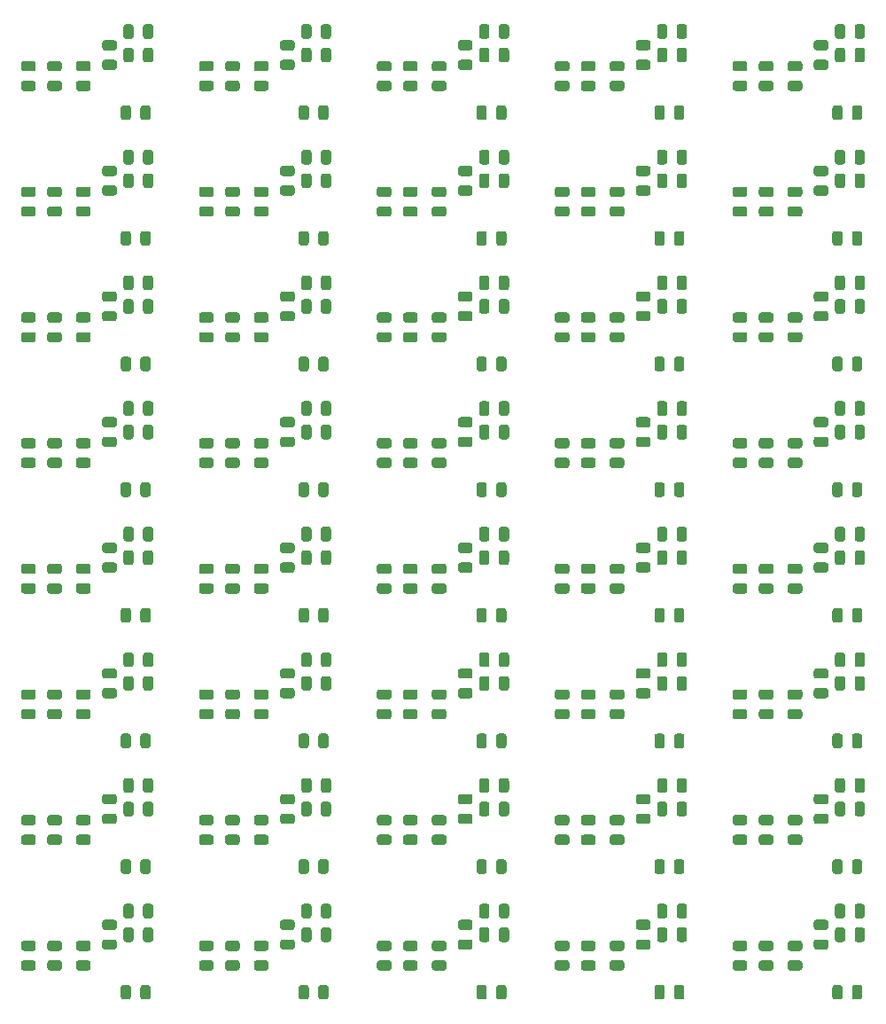
<source format=gbr>
%TF.GenerationSoftware,KiCad,Pcbnew,(5.1.6)-1*%
%TF.CreationDate,2021-08-14T15:10:30+02:00*%
%TF.ProjectId,proxima_panel,70726f78-696d-4615-9f70-616e656c2e6b,rev?*%
%TF.SameCoordinates,Original*%
%TF.FileFunction,Paste,Bot*%
%TF.FilePolarity,Positive*%
%FSLAX46Y46*%
G04 Gerber Fmt 4.6, Leading zero omitted, Abs format (unit mm)*
G04 Created by KiCad (PCBNEW (5.1.6)-1) date 2021-08-14 15:10:30*
%MOMM*%
%LPD*%
G01*
G04 APERTURE LIST*
G04 APERTURE END LIST*
%TO.C,R5*%
G36*
G01*
X206706250Y-185800000D02*
X205793750Y-185800000D01*
G75*
G02*
X205550000Y-185556250I0J243750D01*
G01*
X205550000Y-185068750D01*
G75*
G02*
X205793750Y-184825000I243750J0D01*
G01*
X206706250Y-184825000D01*
G75*
G02*
X206950000Y-185068750I0J-243750D01*
G01*
X206950000Y-185556250D01*
G75*
G02*
X206706250Y-185800000I-243750J0D01*
G01*
G37*
G36*
G01*
X206706250Y-187675000D02*
X205793750Y-187675000D01*
G75*
G02*
X205550000Y-187431250I0J243750D01*
G01*
X205550000Y-186943750D01*
G75*
G02*
X205793750Y-186700000I243750J0D01*
G01*
X206706250Y-186700000D01*
G75*
G02*
X206950000Y-186943750I0J-243750D01*
G01*
X206950000Y-187431250D01*
G75*
G02*
X206706250Y-187675000I-243750J0D01*
G01*
G37*
%TD*%
%TO.C,R5*%
G36*
G01*
X189706250Y-185800000D02*
X188793750Y-185800000D01*
G75*
G02*
X188550000Y-185556250I0J243750D01*
G01*
X188550000Y-185068750D01*
G75*
G02*
X188793750Y-184825000I243750J0D01*
G01*
X189706250Y-184825000D01*
G75*
G02*
X189950000Y-185068750I0J-243750D01*
G01*
X189950000Y-185556250D01*
G75*
G02*
X189706250Y-185800000I-243750J0D01*
G01*
G37*
G36*
G01*
X189706250Y-187675000D02*
X188793750Y-187675000D01*
G75*
G02*
X188550000Y-187431250I0J243750D01*
G01*
X188550000Y-186943750D01*
G75*
G02*
X188793750Y-186700000I243750J0D01*
G01*
X189706250Y-186700000D01*
G75*
G02*
X189950000Y-186943750I0J-243750D01*
G01*
X189950000Y-187431250D01*
G75*
G02*
X189706250Y-187675000I-243750J0D01*
G01*
G37*
%TD*%
%TO.C,R5*%
G36*
G01*
X172706250Y-185800000D02*
X171793750Y-185800000D01*
G75*
G02*
X171550000Y-185556250I0J243750D01*
G01*
X171550000Y-185068750D01*
G75*
G02*
X171793750Y-184825000I243750J0D01*
G01*
X172706250Y-184825000D01*
G75*
G02*
X172950000Y-185068750I0J-243750D01*
G01*
X172950000Y-185556250D01*
G75*
G02*
X172706250Y-185800000I-243750J0D01*
G01*
G37*
G36*
G01*
X172706250Y-187675000D02*
X171793750Y-187675000D01*
G75*
G02*
X171550000Y-187431250I0J243750D01*
G01*
X171550000Y-186943750D01*
G75*
G02*
X171793750Y-186700000I243750J0D01*
G01*
X172706250Y-186700000D01*
G75*
G02*
X172950000Y-186943750I0J-243750D01*
G01*
X172950000Y-187431250D01*
G75*
G02*
X172706250Y-187675000I-243750J0D01*
G01*
G37*
%TD*%
%TO.C,R5*%
G36*
G01*
X155706250Y-185800000D02*
X154793750Y-185800000D01*
G75*
G02*
X154550000Y-185556250I0J243750D01*
G01*
X154550000Y-185068750D01*
G75*
G02*
X154793750Y-184825000I243750J0D01*
G01*
X155706250Y-184825000D01*
G75*
G02*
X155950000Y-185068750I0J-243750D01*
G01*
X155950000Y-185556250D01*
G75*
G02*
X155706250Y-185800000I-243750J0D01*
G01*
G37*
G36*
G01*
X155706250Y-187675000D02*
X154793750Y-187675000D01*
G75*
G02*
X154550000Y-187431250I0J243750D01*
G01*
X154550000Y-186943750D01*
G75*
G02*
X154793750Y-186700000I243750J0D01*
G01*
X155706250Y-186700000D01*
G75*
G02*
X155950000Y-186943750I0J-243750D01*
G01*
X155950000Y-187431250D01*
G75*
G02*
X155706250Y-187675000I-243750J0D01*
G01*
G37*
%TD*%
%TO.C,R5*%
G36*
G01*
X138706250Y-185800000D02*
X137793750Y-185800000D01*
G75*
G02*
X137550000Y-185556250I0J243750D01*
G01*
X137550000Y-185068750D01*
G75*
G02*
X137793750Y-184825000I243750J0D01*
G01*
X138706250Y-184825000D01*
G75*
G02*
X138950000Y-185068750I0J-243750D01*
G01*
X138950000Y-185556250D01*
G75*
G02*
X138706250Y-185800000I-243750J0D01*
G01*
G37*
G36*
G01*
X138706250Y-187675000D02*
X137793750Y-187675000D01*
G75*
G02*
X137550000Y-187431250I0J243750D01*
G01*
X137550000Y-186943750D01*
G75*
G02*
X137793750Y-186700000I243750J0D01*
G01*
X138706250Y-186700000D01*
G75*
G02*
X138950000Y-186943750I0J-243750D01*
G01*
X138950000Y-187431250D01*
G75*
G02*
X138706250Y-187675000I-243750J0D01*
G01*
G37*
%TD*%
%TO.C,R5*%
G36*
G01*
X206706250Y-173800000D02*
X205793750Y-173800000D01*
G75*
G02*
X205550000Y-173556250I0J243750D01*
G01*
X205550000Y-173068750D01*
G75*
G02*
X205793750Y-172825000I243750J0D01*
G01*
X206706250Y-172825000D01*
G75*
G02*
X206950000Y-173068750I0J-243750D01*
G01*
X206950000Y-173556250D01*
G75*
G02*
X206706250Y-173800000I-243750J0D01*
G01*
G37*
G36*
G01*
X206706250Y-175675000D02*
X205793750Y-175675000D01*
G75*
G02*
X205550000Y-175431250I0J243750D01*
G01*
X205550000Y-174943750D01*
G75*
G02*
X205793750Y-174700000I243750J0D01*
G01*
X206706250Y-174700000D01*
G75*
G02*
X206950000Y-174943750I0J-243750D01*
G01*
X206950000Y-175431250D01*
G75*
G02*
X206706250Y-175675000I-243750J0D01*
G01*
G37*
%TD*%
%TO.C,R5*%
G36*
G01*
X189706250Y-173800000D02*
X188793750Y-173800000D01*
G75*
G02*
X188550000Y-173556250I0J243750D01*
G01*
X188550000Y-173068750D01*
G75*
G02*
X188793750Y-172825000I243750J0D01*
G01*
X189706250Y-172825000D01*
G75*
G02*
X189950000Y-173068750I0J-243750D01*
G01*
X189950000Y-173556250D01*
G75*
G02*
X189706250Y-173800000I-243750J0D01*
G01*
G37*
G36*
G01*
X189706250Y-175675000D02*
X188793750Y-175675000D01*
G75*
G02*
X188550000Y-175431250I0J243750D01*
G01*
X188550000Y-174943750D01*
G75*
G02*
X188793750Y-174700000I243750J0D01*
G01*
X189706250Y-174700000D01*
G75*
G02*
X189950000Y-174943750I0J-243750D01*
G01*
X189950000Y-175431250D01*
G75*
G02*
X189706250Y-175675000I-243750J0D01*
G01*
G37*
%TD*%
%TO.C,R5*%
G36*
G01*
X172706250Y-173800000D02*
X171793750Y-173800000D01*
G75*
G02*
X171550000Y-173556250I0J243750D01*
G01*
X171550000Y-173068750D01*
G75*
G02*
X171793750Y-172825000I243750J0D01*
G01*
X172706250Y-172825000D01*
G75*
G02*
X172950000Y-173068750I0J-243750D01*
G01*
X172950000Y-173556250D01*
G75*
G02*
X172706250Y-173800000I-243750J0D01*
G01*
G37*
G36*
G01*
X172706250Y-175675000D02*
X171793750Y-175675000D01*
G75*
G02*
X171550000Y-175431250I0J243750D01*
G01*
X171550000Y-174943750D01*
G75*
G02*
X171793750Y-174700000I243750J0D01*
G01*
X172706250Y-174700000D01*
G75*
G02*
X172950000Y-174943750I0J-243750D01*
G01*
X172950000Y-175431250D01*
G75*
G02*
X172706250Y-175675000I-243750J0D01*
G01*
G37*
%TD*%
%TO.C,R5*%
G36*
G01*
X155706250Y-173800000D02*
X154793750Y-173800000D01*
G75*
G02*
X154550000Y-173556250I0J243750D01*
G01*
X154550000Y-173068750D01*
G75*
G02*
X154793750Y-172825000I243750J0D01*
G01*
X155706250Y-172825000D01*
G75*
G02*
X155950000Y-173068750I0J-243750D01*
G01*
X155950000Y-173556250D01*
G75*
G02*
X155706250Y-173800000I-243750J0D01*
G01*
G37*
G36*
G01*
X155706250Y-175675000D02*
X154793750Y-175675000D01*
G75*
G02*
X154550000Y-175431250I0J243750D01*
G01*
X154550000Y-174943750D01*
G75*
G02*
X154793750Y-174700000I243750J0D01*
G01*
X155706250Y-174700000D01*
G75*
G02*
X155950000Y-174943750I0J-243750D01*
G01*
X155950000Y-175431250D01*
G75*
G02*
X155706250Y-175675000I-243750J0D01*
G01*
G37*
%TD*%
%TO.C,R5*%
G36*
G01*
X138706250Y-173800000D02*
X137793750Y-173800000D01*
G75*
G02*
X137550000Y-173556250I0J243750D01*
G01*
X137550000Y-173068750D01*
G75*
G02*
X137793750Y-172825000I243750J0D01*
G01*
X138706250Y-172825000D01*
G75*
G02*
X138950000Y-173068750I0J-243750D01*
G01*
X138950000Y-173556250D01*
G75*
G02*
X138706250Y-173800000I-243750J0D01*
G01*
G37*
G36*
G01*
X138706250Y-175675000D02*
X137793750Y-175675000D01*
G75*
G02*
X137550000Y-175431250I0J243750D01*
G01*
X137550000Y-174943750D01*
G75*
G02*
X137793750Y-174700000I243750J0D01*
G01*
X138706250Y-174700000D01*
G75*
G02*
X138950000Y-174943750I0J-243750D01*
G01*
X138950000Y-175431250D01*
G75*
G02*
X138706250Y-175675000I-243750J0D01*
G01*
G37*
%TD*%
%TO.C,R5*%
G36*
G01*
X206706250Y-161800000D02*
X205793750Y-161800000D01*
G75*
G02*
X205550000Y-161556250I0J243750D01*
G01*
X205550000Y-161068750D01*
G75*
G02*
X205793750Y-160825000I243750J0D01*
G01*
X206706250Y-160825000D01*
G75*
G02*
X206950000Y-161068750I0J-243750D01*
G01*
X206950000Y-161556250D01*
G75*
G02*
X206706250Y-161800000I-243750J0D01*
G01*
G37*
G36*
G01*
X206706250Y-163675000D02*
X205793750Y-163675000D01*
G75*
G02*
X205550000Y-163431250I0J243750D01*
G01*
X205550000Y-162943750D01*
G75*
G02*
X205793750Y-162700000I243750J0D01*
G01*
X206706250Y-162700000D01*
G75*
G02*
X206950000Y-162943750I0J-243750D01*
G01*
X206950000Y-163431250D01*
G75*
G02*
X206706250Y-163675000I-243750J0D01*
G01*
G37*
%TD*%
%TO.C,R5*%
G36*
G01*
X189706250Y-161800000D02*
X188793750Y-161800000D01*
G75*
G02*
X188550000Y-161556250I0J243750D01*
G01*
X188550000Y-161068750D01*
G75*
G02*
X188793750Y-160825000I243750J0D01*
G01*
X189706250Y-160825000D01*
G75*
G02*
X189950000Y-161068750I0J-243750D01*
G01*
X189950000Y-161556250D01*
G75*
G02*
X189706250Y-161800000I-243750J0D01*
G01*
G37*
G36*
G01*
X189706250Y-163675000D02*
X188793750Y-163675000D01*
G75*
G02*
X188550000Y-163431250I0J243750D01*
G01*
X188550000Y-162943750D01*
G75*
G02*
X188793750Y-162700000I243750J0D01*
G01*
X189706250Y-162700000D01*
G75*
G02*
X189950000Y-162943750I0J-243750D01*
G01*
X189950000Y-163431250D01*
G75*
G02*
X189706250Y-163675000I-243750J0D01*
G01*
G37*
%TD*%
%TO.C,R5*%
G36*
G01*
X172706250Y-161800000D02*
X171793750Y-161800000D01*
G75*
G02*
X171550000Y-161556250I0J243750D01*
G01*
X171550000Y-161068750D01*
G75*
G02*
X171793750Y-160825000I243750J0D01*
G01*
X172706250Y-160825000D01*
G75*
G02*
X172950000Y-161068750I0J-243750D01*
G01*
X172950000Y-161556250D01*
G75*
G02*
X172706250Y-161800000I-243750J0D01*
G01*
G37*
G36*
G01*
X172706250Y-163675000D02*
X171793750Y-163675000D01*
G75*
G02*
X171550000Y-163431250I0J243750D01*
G01*
X171550000Y-162943750D01*
G75*
G02*
X171793750Y-162700000I243750J0D01*
G01*
X172706250Y-162700000D01*
G75*
G02*
X172950000Y-162943750I0J-243750D01*
G01*
X172950000Y-163431250D01*
G75*
G02*
X172706250Y-163675000I-243750J0D01*
G01*
G37*
%TD*%
%TO.C,R5*%
G36*
G01*
X155706250Y-161800000D02*
X154793750Y-161800000D01*
G75*
G02*
X154550000Y-161556250I0J243750D01*
G01*
X154550000Y-161068750D01*
G75*
G02*
X154793750Y-160825000I243750J0D01*
G01*
X155706250Y-160825000D01*
G75*
G02*
X155950000Y-161068750I0J-243750D01*
G01*
X155950000Y-161556250D01*
G75*
G02*
X155706250Y-161800000I-243750J0D01*
G01*
G37*
G36*
G01*
X155706250Y-163675000D02*
X154793750Y-163675000D01*
G75*
G02*
X154550000Y-163431250I0J243750D01*
G01*
X154550000Y-162943750D01*
G75*
G02*
X154793750Y-162700000I243750J0D01*
G01*
X155706250Y-162700000D01*
G75*
G02*
X155950000Y-162943750I0J-243750D01*
G01*
X155950000Y-163431250D01*
G75*
G02*
X155706250Y-163675000I-243750J0D01*
G01*
G37*
%TD*%
%TO.C,R5*%
G36*
G01*
X138706250Y-161800000D02*
X137793750Y-161800000D01*
G75*
G02*
X137550000Y-161556250I0J243750D01*
G01*
X137550000Y-161068750D01*
G75*
G02*
X137793750Y-160825000I243750J0D01*
G01*
X138706250Y-160825000D01*
G75*
G02*
X138950000Y-161068750I0J-243750D01*
G01*
X138950000Y-161556250D01*
G75*
G02*
X138706250Y-161800000I-243750J0D01*
G01*
G37*
G36*
G01*
X138706250Y-163675000D02*
X137793750Y-163675000D01*
G75*
G02*
X137550000Y-163431250I0J243750D01*
G01*
X137550000Y-162943750D01*
G75*
G02*
X137793750Y-162700000I243750J0D01*
G01*
X138706250Y-162700000D01*
G75*
G02*
X138950000Y-162943750I0J-243750D01*
G01*
X138950000Y-163431250D01*
G75*
G02*
X138706250Y-163675000I-243750J0D01*
G01*
G37*
%TD*%
%TO.C,R5*%
G36*
G01*
X206706250Y-149800000D02*
X205793750Y-149800000D01*
G75*
G02*
X205550000Y-149556250I0J243750D01*
G01*
X205550000Y-149068750D01*
G75*
G02*
X205793750Y-148825000I243750J0D01*
G01*
X206706250Y-148825000D01*
G75*
G02*
X206950000Y-149068750I0J-243750D01*
G01*
X206950000Y-149556250D01*
G75*
G02*
X206706250Y-149800000I-243750J0D01*
G01*
G37*
G36*
G01*
X206706250Y-151675000D02*
X205793750Y-151675000D01*
G75*
G02*
X205550000Y-151431250I0J243750D01*
G01*
X205550000Y-150943750D01*
G75*
G02*
X205793750Y-150700000I243750J0D01*
G01*
X206706250Y-150700000D01*
G75*
G02*
X206950000Y-150943750I0J-243750D01*
G01*
X206950000Y-151431250D01*
G75*
G02*
X206706250Y-151675000I-243750J0D01*
G01*
G37*
%TD*%
%TO.C,R5*%
G36*
G01*
X189706250Y-149800000D02*
X188793750Y-149800000D01*
G75*
G02*
X188550000Y-149556250I0J243750D01*
G01*
X188550000Y-149068750D01*
G75*
G02*
X188793750Y-148825000I243750J0D01*
G01*
X189706250Y-148825000D01*
G75*
G02*
X189950000Y-149068750I0J-243750D01*
G01*
X189950000Y-149556250D01*
G75*
G02*
X189706250Y-149800000I-243750J0D01*
G01*
G37*
G36*
G01*
X189706250Y-151675000D02*
X188793750Y-151675000D01*
G75*
G02*
X188550000Y-151431250I0J243750D01*
G01*
X188550000Y-150943750D01*
G75*
G02*
X188793750Y-150700000I243750J0D01*
G01*
X189706250Y-150700000D01*
G75*
G02*
X189950000Y-150943750I0J-243750D01*
G01*
X189950000Y-151431250D01*
G75*
G02*
X189706250Y-151675000I-243750J0D01*
G01*
G37*
%TD*%
%TO.C,R5*%
G36*
G01*
X172706250Y-149800000D02*
X171793750Y-149800000D01*
G75*
G02*
X171550000Y-149556250I0J243750D01*
G01*
X171550000Y-149068750D01*
G75*
G02*
X171793750Y-148825000I243750J0D01*
G01*
X172706250Y-148825000D01*
G75*
G02*
X172950000Y-149068750I0J-243750D01*
G01*
X172950000Y-149556250D01*
G75*
G02*
X172706250Y-149800000I-243750J0D01*
G01*
G37*
G36*
G01*
X172706250Y-151675000D02*
X171793750Y-151675000D01*
G75*
G02*
X171550000Y-151431250I0J243750D01*
G01*
X171550000Y-150943750D01*
G75*
G02*
X171793750Y-150700000I243750J0D01*
G01*
X172706250Y-150700000D01*
G75*
G02*
X172950000Y-150943750I0J-243750D01*
G01*
X172950000Y-151431250D01*
G75*
G02*
X172706250Y-151675000I-243750J0D01*
G01*
G37*
%TD*%
%TO.C,R5*%
G36*
G01*
X155706250Y-149800000D02*
X154793750Y-149800000D01*
G75*
G02*
X154550000Y-149556250I0J243750D01*
G01*
X154550000Y-149068750D01*
G75*
G02*
X154793750Y-148825000I243750J0D01*
G01*
X155706250Y-148825000D01*
G75*
G02*
X155950000Y-149068750I0J-243750D01*
G01*
X155950000Y-149556250D01*
G75*
G02*
X155706250Y-149800000I-243750J0D01*
G01*
G37*
G36*
G01*
X155706250Y-151675000D02*
X154793750Y-151675000D01*
G75*
G02*
X154550000Y-151431250I0J243750D01*
G01*
X154550000Y-150943750D01*
G75*
G02*
X154793750Y-150700000I243750J0D01*
G01*
X155706250Y-150700000D01*
G75*
G02*
X155950000Y-150943750I0J-243750D01*
G01*
X155950000Y-151431250D01*
G75*
G02*
X155706250Y-151675000I-243750J0D01*
G01*
G37*
%TD*%
%TO.C,R5*%
G36*
G01*
X138706250Y-149800000D02*
X137793750Y-149800000D01*
G75*
G02*
X137550000Y-149556250I0J243750D01*
G01*
X137550000Y-149068750D01*
G75*
G02*
X137793750Y-148825000I243750J0D01*
G01*
X138706250Y-148825000D01*
G75*
G02*
X138950000Y-149068750I0J-243750D01*
G01*
X138950000Y-149556250D01*
G75*
G02*
X138706250Y-149800000I-243750J0D01*
G01*
G37*
G36*
G01*
X138706250Y-151675000D02*
X137793750Y-151675000D01*
G75*
G02*
X137550000Y-151431250I0J243750D01*
G01*
X137550000Y-150943750D01*
G75*
G02*
X137793750Y-150700000I243750J0D01*
G01*
X138706250Y-150700000D01*
G75*
G02*
X138950000Y-150943750I0J-243750D01*
G01*
X138950000Y-151431250D01*
G75*
G02*
X138706250Y-151675000I-243750J0D01*
G01*
G37*
%TD*%
%TO.C,R5*%
G36*
G01*
X206706250Y-137800000D02*
X205793750Y-137800000D01*
G75*
G02*
X205550000Y-137556250I0J243750D01*
G01*
X205550000Y-137068750D01*
G75*
G02*
X205793750Y-136825000I243750J0D01*
G01*
X206706250Y-136825000D01*
G75*
G02*
X206950000Y-137068750I0J-243750D01*
G01*
X206950000Y-137556250D01*
G75*
G02*
X206706250Y-137800000I-243750J0D01*
G01*
G37*
G36*
G01*
X206706250Y-139675000D02*
X205793750Y-139675000D01*
G75*
G02*
X205550000Y-139431250I0J243750D01*
G01*
X205550000Y-138943750D01*
G75*
G02*
X205793750Y-138700000I243750J0D01*
G01*
X206706250Y-138700000D01*
G75*
G02*
X206950000Y-138943750I0J-243750D01*
G01*
X206950000Y-139431250D01*
G75*
G02*
X206706250Y-139675000I-243750J0D01*
G01*
G37*
%TD*%
%TO.C,R5*%
G36*
G01*
X189706250Y-137800000D02*
X188793750Y-137800000D01*
G75*
G02*
X188550000Y-137556250I0J243750D01*
G01*
X188550000Y-137068750D01*
G75*
G02*
X188793750Y-136825000I243750J0D01*
G01*
X189706250Y-136825000D01*
G75*
G02*
X189950000Y-137068750I0J-243750D01*
G01*
X189950000Y-137556250D01*
G75*
G02*
X189706250Y-137800000I-243750J0D01*
G01*
G37*
G36*
G01*
X189706250Y-139675000D02*
X188793750Y-139675000D01*
G75*
G02*
X188550000Y-139431250I0J243750D01*
G01*
X188550000Y-138943750D01*
G75*
G02*
X188793750Y-138700000I243750J0D01*
G01*
X189706250Y-138700000D01*
G75*
G02*
X189950000Y-138943750I0J-243750D01*
G01*
X189950000Y-139431250D01*
G75*
G02*
X189706250Y-139675000I-243750J0D01*
G01*
G37*
%TD*%
%TO.C,R5*%
G36*
G01*
X172706250Y-137800000D02*
X171793750Y-137800000D01*
G75*
G02*
X171550000Y-137556250I0J243750D01*
G01*
X171550000Y-137068750D01*
G75*
G02*
X171793750Y-136825000I243750J0D01*
G01*
X172706250Y-136825000D01*
G75*
G02*
X172950000Y-137068750I0J-243750D01*
G01*
X172950000Y-137556250D01*
G75*
G02*
X172706250Y-137800000I-243750J0D01*
G01*
G37*
G36*
G01*
X172706250Y-139675000D02*
X171793750Y-139675000D01*
G75*
G02*
X171550000Y-139431250I0J243750D01*
G01*
X171550000Y-138943750D01*
G75*
G02*
X171793750Y-138700000I243750J0D01*
G01*
X172706250Y-138700000D01*
G75*
G02*
X172950000Y-138943750I0J-243750D01*
G01*
X172950000Y-139431250D01*
G75*
G02*
X172706250Y-139675000I-243750J0D01*
G01*
G37*
%TD*%
%TO.C,R5*%
G36*
G01*
X155706250Y-137800000D02*
X154793750Y-137800000D01*
G75*
G02*
X154550000Y-137556250I0J243750D01*
G01*
X154550000Y-137068750D01*
G75*
G02*
X154793750Y-136825000I243750J0D01*
G01*
X155706250Y-136825000D01*
G75*
G02*
X155950000Y-137068750I0J-243750D01*
G01*
X155950000Y-137556250D01*
G75*
G02*
X155706250Y-137800000I-243750J0D01*
G01*
G37*
G36*
G01*
X155706250Y-139675000D02*
X154793750Y-139675000D01*
G75*
G02*
X154550000Y-139431250I0J243750D01*
G01*
X154550000Y-138943750D01*
G75*
G02*
X154793750Y-138700000I243750J0D01*
G01*
X155706250Y-138700000D01*
G75*
G02*
X155950000Y-138943750I0J-243750D01*
G01*
X155950000Y-139431250D01*
G75*
G02*
X155706250Y-139675000I-243750J0D01*
G01*
G37*
%TD*%
%TO.C,R5*%
G36*
G01*
X138706250Y-137800000D02*
X137793750Y-137800000D01*
G75*
G02*
X137550000Y-137556250I0J243750D01*
G01*
X137550000Y-137068750D01*
G75*
G02*
X137793750Y-136825000I243750J0D01*
G01*
X138706250Y-136825000D01*
G75*
G02*
X138950000Y-137068750I0J-243750D01*
G01*
X138950000Y-137556250D01*
G75*
G02*
X138706250Y-137800000I-243750J0D01*
G01*
G37*
G36*
G01*
X138706250Y-139675000D02*
X137793750Y-139675000D01*
G75*
G02*
X137550000Y-139431250I0J243750D01*
G01*
X137550000Y-138943750D01*
G75*
G02*
X137793750Y-138700000I243750J0D01*
G01*
X138706250Y-138700000D01*
G75*
G02*
X138950000Y-138943750I0J-243750D01*
G01*
X138950000Y-139431250D01*
G75*
G02*
X138706250Y-139675000I-243750J0D01*
G01*
G37*
%TD*%
%TO.C,R5*%
G36*
G01*
X206706250Y-125800000D02*
X205793750Y-125800000D01*
G75*
G02*
X205550000Y-125556250I0J243750D01*
G01*
X205550000Y-125068750D01*
G75*
G02*
X205793750Y-124825000I243750J0D01*
G01*
X206706250Y-124825000D01*
G75*
G02*
X206950000Y-125068750I0J-243750D01*
G01*
X206950000Y-125556250D01*
G75*
G02*
X206706250Y-125800000I-243750J0D01*
G01*
G37*
G36*
G01*
X206706250Y-127675000D02*
X205793750Y-127675000D01*
G75*
G02*
X205550000Y-127431250I0J243750D01*
G01*
X205550000Y-126943750D01*
G75*
G02*
X205793750Y-126700000I243750J0D01*
G01*
X206706250Y-126700000D01*
G75*
G02*
X206950000Y-126943750I0J-243750D01*
G01*
X206950000Y-127431250D01*
G75*
G02*
X206706250Y-127675000I-243750J0D01*
G01*
G37*
%TD*%
%TO.C,R5*%
G36*
G01*
X189706250Y-125800000D02*
X188793750Y-125800000D01*
G75*
G02*
X188550000Y-125556250I0J243750D01*
G01*
X188550000Y-125068750D01*
G75*
G02*
X188793750Y-124825000I243750J0D01*
G01*
X189706250Y-124825000D01*
G75*
G02*
X189950000Y-125068750I0J-243750D01*
G01*
X189950000Y-125556250D01*
G75*
G02*
X189706250Y-125800000I-243750J0D01*
G01*
G37*
G36*
G01*
X189706250Y-127675000D02*
X188793750Y-127675000D01*
G75*
G02*
X188550000Y-127431250I0J243750D01*
G01*
X188550000Y-126943750D01*
G75*
G02*
X188793750Y-126700000I243750J0D01*
G01*
X189706250Y-126700000D01*
G75*
G02*
X189950000Y-126943750I0J-243750D01*
G01*
X189950000Y-127431250D01*
G75*
G02*
X189706250Y-127675000I-243750J0D01*
G01*
G37*
%TD*%
%TO.C,R5*%
G36*
G01*
X172706250Y-125800000D02*
X171793750Y-125800000D01*
G75*
G02*
X171550000Y-125556250I0J243750D01*
G01*
X171550000Y-125068750D01*
G75*
G02*
X171793750Y-124825000I243750J0D01*
G01*
X172706250Y-124825000D01*
G75*
G02*
X172950000Y-125068750I0J-243750D01*
G01*
X172950000Y-125556250D01*
G75*
G02*
X172706250Y-125800000I-243750J0D01*
G01*
G37*
G36*
G01*
X172706250Y-127675000D02*
X171793750Y-127675000D01*
G75*
G02*
X171550000Y-127431250I0J243750D01*
G01*
X171550000Y-126943750D01*
G75*
G02*
X171793750Y-126700000I243750J0D01*
G01*
X172706250Y-126700000D01*
G75*
G02*
X172950000Y-126943750I0J-243750D01*
G01*
X172950000Y-127431250D01*
G75*
G02*
X172706250Y-127675000I-243750J0D01*
G01*
G37*
%TD*%
%TO.C,R5*%
G36*
G01*
X155706250Y-125800000D02*
X154793750Y-125800000D01*
G75*
G02*
X154550000Y-125556250I0J243750D01*
G01*
X154550000Y-125068750D01*
G75*
G02*
X154793750Y-124825000I243750J0D01*
G01*
X155706250Y-124825000D01*
G75*
G02*
X155950000Y-125068750I0J-243750D01*
G01*
X155950000Y-125556250D01*
G75*
G02*
X155706250Y-125800000I-243750J0D01*
G01*
G37*
G36*
G01*
X155706250Y-127675000D02*
X154793750Y-127675000D01*
G75*
G02*
X154550000Y-127431250I0J243750D01*
G01*
X154550000Y-126943750D01*
G75*
G02*
X154793750Y-126700000I243750J0D01*
G01*
X155706250Y-126700000D01*
G75*
G02*
X155950000Y-126943750I0J-243750D01*
G01*
X155950000Y-127431250D01*
G75*
G02*
X155706250Y-127675000I-243750J0D01*
G01*
G37*
%TD*%
%TO.C,R5*%
G36*
G01*
X138706250Y-125800000D02*
X137793750Y-125800000D01*
G75*
G02*
X137550000Y-125556250I0J243750D01*
G01*
X137550000Y-125068750D01*
G75*
G02*
X137793750Y-124825000I243750J0D01*
G01*
X138706250Y-124825000D01*
G75*
G02*
X138950000Y-125068750I0J-243750D01*
G01*
X138950000Y-125556250D01*
G75*
G02*
X138706250Y-125800000I-243750J0D01*
G01*
G37*
G36*
G01*
X138706250Y-127675000D02*
X137793750Y-127675000D01*
G75*
G02*
X137550000Y-127431250I0J243750D01*
G01*
X137550000Y-126943750D01*
G75*
G02*
X137793750Y-126700000I243750J0D01*
G01*
X138706250Y-126700000D01*
G75*
G02*
X138950000Y-126943750I0J-243750D01*
G01*
X138950000Y-127431250D01*
G75*
G02*
X138706250Y-127675000I-243750J0D01*
G01*
G37*
%TD*%
%TO.C,R5*%
G36*
G01*
X206706250Y-113800000D02*
X205793750Y-113800000D01*
G75*
G02*
X205550000Y-113556250I0J243750D01*
G01*
X205550000Y-113068750D01*
G75*
G02*
X205793750Y-112825000I243750J0D01*
G01*
X206706250Y-112825000D01*
G75*
G02*
X206950000Y-113068750I0J-243750D01*
G01*
X206950000Y-113556250D01*
G75*
G02*
X206706250Y-113800000I-243750J0D01*
G01*
G37*
G36*
G01*
X206706250Y-115675000D02*
X205793750Y-115675000D01*
G75*
G02*
X205550000Y-115431250I0J243750D01*
G01*
X205550000Y-114943750D01*
G75*
G02*
X205793750Y-114700000I243750J0D01*
G01*
X206706250Y-114700000D01*
G75*
G02*
X206950000Y-114943750I0J-243750D01*
G01*
X206950000Y-115431250D01*
G75*
G02*
X206706250Y-115675000I-243750J0D01*
G01*
G37*
%TD*%
%TO.C,R5*%
G36*
G01*
X189706250Y-113800000D02*
X188793750Y-113800000D01*
G75*
G02*
X188550000Y-113556250I0J243750D01*
G01*
X188550000Y-113068750D01*
G75*
G02*
X188793750Y-112825000I243750J0D01*
G01*
X189706250Y-112825000D01*
G75*
G02*
X189950000Y-113068750I0J-243750D01*
G01*
X189950000Y-113556250D01*
G75*
G02*
X189706250Y-113800000I-243750J0D01*
G01*
G37*
G36*
G01*
X189706250Y-115675000D02*
X188793750Y-115675000D01*
G75*
G02*
X188550000Y-115431250I0J243750D01*
G01*
X188550000Y-114943750D01*
G75*
G02*
X188793750Y-114700000I243750J0D01*
G01*
X189706250Y-114700000D01*
G75*
G02*
X189950000Y-114943750I0J-243750D01*
G01*
X189950000Y-115431250D01*
G75*
G02*
X189706250Y-115675000I-243750J0D01*
G01*
G37*
%TD*%
%TO.C,R5*%
G36*
G01*
X172706250Y-113800000D02*
X171793750Y-113800000D01*
G75*
G02*
X171550000Y-113556250I0J243750D01*
G01*
X171550000Y-113068750D01*
G75*
G02*
X171793750Y-112825000I243750J0D01*
G01*
X172706250Y-112825000D01*
G75*
G02*
X172950000Y-113068750I0J-243750D01*
G01*
X172950000Y-113556250D01*
G75*
G02*
X172706250Y-113800000I-243750J0D01*
G01*
G37*
G36*
G01*
X172706250Y-115675000D02*
X171793750Y-115675000D01*
G75*
G02*
X171550000Y-115431250I0J243750D01*
G01*
X171550000Y-114943750D01*
G75*
G02*
X171793750Y-114700000I243750J0D01*
G01*
X172706250Y-114700000D01*
G75*
G02*
X172950000Y-114943750I0J-243750D01*
G01*
X172950000Y-115431250D01*
G75*
G02*
X172706250Y-115675000I-243750J0D01*
G01*
G37*
%TD*%
%TO.C,R5*%
G36*
G01*
X155706250Y-113800000D02*
X154793750Y-113800000D01*
G75*
G02*
X154550000Y-113556250I0J243750D01*
G01*
X154550000Y-113068750D01*
G75*
G02*
X154793750Y-112825000I243750J0D01*
G01*
X155706250Y-112825000D01*
G75*
G02*
X155950000Y-113068750I0J-243750D01*
G01*
X155950000Y-113556250D01*
G75*
G02*
X155706250Y-113800000I-243750J0D01*
G01*
G37*
G36*
G01*
X155706250Y-115675000D02*
X154793750Y-115675000D01*
G75*
G02*
X154550000Y-115431250I0J243750D01*
G01*
X154550000Y-114943750D01*
G75*
G02*
X154793750Y-114700000I243750J0D01*
G01*
X155706250Y-114700000D01*
G75*
G02*
X155950000Y-114943750I0J-243750D01*
G01*
X155950000Y-115431250D01*
G75*
G02*
X155706250Y-115675000I-243750J0D01*
G01*
G37*
%TD*%
%TO.C,R5*%
G36*
G01*
X138706250Y-113800000D02*
X137793750Y-113800000D01*
G75*
G02*
X137550000Y-113556250I0J243750D01*
G01*
X137550000Y-113068750D01*
G75*
G02*
X137793750Y-112825000I243750J0D01*
G01*
X138706250Y-112825000D01*
G75*
G02*
X138950000Y-113068750I0J-243750D01*
G01*
X138950000Y-113556250D01*
G75*
G02*
X138706250Y-113800000I-243750J0D01*
G01*
G37*
G36*
G01*
X138706250Y-115675000D02*
X137793750Y-115675000D01*
G75*
G02*
X137550000Y-115431250I0J243750D01*
G01*
X137550000Y-114943750D01*
G75*
G02*
X137793750Y-114700000I243750J0D01*
G01*
X138706250Y-114700000D01*
G75*
G02*
X138950000Y-114943750I0J-243750D01*
G01*
X138950000Y-115431250D01*
G75*
G02*
X138706250Y-115675000I-243750J0D01*
G01*
G37*
%TD*%
%TO.C,R5*%
G36*
G01*
X206706250Y-101800000D02*
X205793750Y-101800000D01*
G75*
G02*
X205550000Y-101556250I0J243750D01*
G01*
X205550000Y-101068750D01*
G75*
G02*
X205793750Y-100825000I243750J0D01*
G01*
X206706250Y-100825000D01*
G75*
G02*
X206950000Y-101068750I0J-243750D01*
G01*
X206950000Y-101556250D01*
G75*
G02*
X206706250Y-101800000I-243750J0D01*
G01*
G37*
G36*
G01*
X206706250Y-103675000D02*
X205793750Y-103675000D01*
G75*
G02*
X205550000Y-103431250I0J243750D01*
G01*
X205550000Y-102943750D01*
G75*
G02*
X205793750Y-102700000I243750J0D01*
G01*
X206706250Y-102700000D01*
G75*
G02*
X206950000Y-102943750I0J-243750D01*
G01*
X206950000Y-103431250D01*
G75*
G02*
X206706250Y-103675000I-243750J0D01*
G01*
G37*
%TD*%
%TO.C,R5*%
G36*
G01*
X189706250Y-101800000D02*
X188793750Y-101800000D01*
G75*
G02*
X188550000Y-101556250I0J243750D01*
G01*
X188550000Y-101068750D01*
G75*
G02*
X188793750Y-100825000I243750J0D01*
G01*
X189706250Y-100825000D01*
G75*
G02*
X189950000Y-101068750I0J-243750D01*
G01*
X189950000Y-101556250D01*
G75*
G02*
X189706250Y-101800000I-243750J0D01*
G01*
G37*
G36*
G01*
X189706250Y-103675000D02*
X188793750Y-103675000D01*
G75*
G02*
X188550000Y-103431250I0J243750D01*
G01*
X188550000Y-102943750D01*
G75*
G02*
X188793750Y-102700000I243750J0D01*
G01*
X189706250Y-102700000D01*
G75*
G02*
X189950000Y-102943750I0J-243750D01*
G01*
X189950000Y-103431250D01*
G75*
G02*
X189706250Y-103675000I-243750J0D01*
G01*
G37*
%TD*%
%TO.C,R5*%
G36*
G01*
X172706250Y-101800000D02*
X171793750Y-101800000D01*
G75*
G02*
X171550000Y-101556250I0J243750D01*
G01*
X171550000Y-101068750D01*
G75*
G02*
X171793750Y-100825000I243750J0D01*
G01*
X172706250Y-100825000D01*
G75*
G02*
X172950000Y-101068750I0J-243750D01*
G01*
X172950000Y-101556250D01*
G75*
G02*
X172706250Y-101800000I-243750J0D01*
G01*
G37*
G36*
G01*
X172706250Y-103675000D02*
X171793750Y-103675000D01*
G75*
G02*
X171550000Y-103431250I0J243750D01*
G01*
X171550000Y-102943750D01*
G75*
G02*
X171793750Y-102700000I243750J0D01*
G01*
X172706250Y-102700000D01*
G75*
G02*
X172950000Y-102943750I0J-243750D01*
G01*
X172950000Y-103431250D01*
G75*
G02*
X172706250Y-103675000I-243750J0D01*
G01*
G37*
%TD*%
%TO.C,R5*%
G36*
G01*
X155706250Y-101800000D02*
X154793750Y-101800000D01*
G75*
G02*
X154550000Y-101556250I0J243750D01*
G01*
X154550000Y-101068750D01*
G75*
G02*
X154793750Y-100825000I243750J0D01*
G01*
X155706250Y-100825000D01*
G75*
G02*
X155950000Y-101068750I0J-243750D01*
G01*
X155950000Y-101556250D01*
G75*
G02*
X155706250Y-101800000I-243750J0D01*
G01*
G37*
G36*
G01*
X155706250Y-103675000D02*
X154793750Y-103675000D01*
G75*
G02*
X154550000Y-103431250I0J243750D01*
G01*
X154550000Y-102943750D01*
G75*
G02*
X154793750Y-102700000I243750J0D01*
G01*
X155706250Y-102700000D01*
G75*
G02*
X155950000Y-102943750I0J-243750D01*
G01*
X155950000Y-103431250D01*
G75*
G02*
X155706250Y-103675000I-243750J0D01*
G01*
G37*
%TD*%
%TO.C,R4*%
G36*
G01*
X210075000Y-184706250D02*
X210075000Y-183793750D01*
G75*
G02*
X210318750Y-183550000I243750J0D01*
G01*
X210806250Y-183550000D01*
G75*
G02*
X211050000Y-183793750I0J-243750D01*
G01*
X211050000Y-184706250D01*
G75*
G02*
X210806250Y-184950000I-243750J0D01*
G01*
X210318750Y-184950000D01*
G75*
G02*
X210075000Y-184706250I0J243750D01*
G01*
G37*
G36*
G01*
X211950000Y-184706250D02*
X211950000Y-183793750D01*
G75*
G02*
X212193750Y-183550000I243750J0D01*
G01*
X212681250Y-183550000D01*
G75*
G02*
X212925000Y-183793750I0J-243750D01*
G01*
X212925000Y-184706250D01*
G75*
G02*
X212681250Y-184950000I-243750J0D01*
G01*
X212193750Y-184950000D01*
G75*
G02*
X211950000Y-184706250I0J243750D01*
G01*
G37*
%TD*%
%TO.C,R4*%
G36*
G01*
X193075000Y-184706250D02*
X193075000Y-183793750D01*
G75*
G02*
X193318750Y-183550000I243750J0D01*
G01*
X193806250Y-183550000D01*
G75*
G02*
X194050000Y-183793750I0J-243750D01*
G01*
X194050000Y-184706250D01*
G75*
G02*
X193806250Y-184950000I-243750J0D01*
G01*
X193318750Y-184950000D01*
G75*
G02*
X193075000Y-184706250I0J243750D01*
G01*
G37*
G36*
G01*
X194950000Y-184706250D02*
X194950000Y-183793750D01*
G75*
G02*
X195193750Y-183550000I243750J0D01*
G01*
X195681250Y-183550000D01*
G75*
G02*
X195925000Y-183793750I0J-243750D01*
G01*
X195925000Y-184706250D01*
G75*
G02*
X195681250Y-184950000I-243750J0D01*
G01*
X195193750Y-184950000D01*
G75*
G02*
X194950000Y-184706250I0J243750D01*
G01*
G37*
%TD*%
%TO.C,R4*%
G36*
G01*
X176075000Y-184706250D02*
X176075000Y-183793750D01*
G75*
G02*
X176318750Y-183550000I243750J0D01*
G01*
X176806250Y-183550000D01*
G75*
G02*
X177050000Y-183793750I0J-243750D01*
G01*
X177050000Y-184706250D01*
G75*
G02*
X176806250Y-184950000I-243750J0D01*
G01*
X176318750Y-184950000D01*
G75*
G02*
X176075000Y-184706250I0J243750D01*
G01*
G37*
G36*
G01*
X177950000Y-184706250D02*
X177950000Y-183793750D01*
G75*
G02*
X178193750Y-183550000I243750J0D01*
G01*
X178681250Y-183550000D01*
G75*
G02*
X178925000Y-183793750I0J-243750D01*
G01*
X178925000Y-184706250D01*
G75*
G02*
X178681250Y-184950000I-243750J0D01*
G01*
X178193750Y-184950000D01*
G75*
G02*
X177950000Y-184706250I0J243750D01*
G01*
G37*
%TD*%
%TO.C,R4*%
G36*
G01*
X159075000Y-184706250D02*
X159075000Y-183793750D01*
G75*
G02*
X159318750Y-183550000I243750J0D01*
G01*
X159806250Y-183550000D01*
G75*
G02*
X160050000Y-183793750I0J-243750D01*
G01*
X160050000Y-184706250D01*
G75*
G02*
X159806250Y-184950000I-243750J0D01*
G01*
X159318750Y-184950000D01*
G75*
G02*
X159075000Y-184706250I0J243750D01*
G01*
G37*
G36*
G01*
X160950000Y-184706250D02*
X160950000Y-183793750D01*
G75*
G02*
X161193750Y-183550000I243750J0D01*
G01*
X161681250Y-183550000D01*
G75*
G02*
X161925000Y-183793750I0J-243750D01*
G01*
X161925000Y-184706250D01*
G75*
G02*
X161681250Y-184950000I-243750J0D01*
G01*
X161193750Y-184950000D01*
G75*
G02*
X160950000Y-184706250I0J243750D01*
G01*
G37*
%TD*%
%TO.C,R4*%
G36*
G01*
X142075000Y-184706250D02*
X142075000Y-183793750D01*
G75*
G02*
X142318750Y-183550000I243750J0D01*
G01*
X142806250Y-183550000D01*
G75*
G02*
X143050000Y-183793750I0J-243750D01*
G01*
X143050000Y-184706250D01*
G75*
G02*
X142806250Y-184950000I-243750J0D01*
G01*
X142318750Y-184950000D01*
G75*
G02*
X142075000Y-184706250I0J243750D01*
G01*
G37*
G36*
G01*
X143950000Y-184706250D02*
X143950000Y-183793750D01*
G75*
G02*
X144193750Y-183550000I243750J0D01*
G01*
X144681250Y-183550000D01*
G75*
G02*
X144925000Y-183793750I0J-243750D01*
G01*
X144925000Y-184706250D01*
G75*
G02*
X144681250Y-184950000I-243750J0D01*
G01*
X144193750Y-184950000D01*
G75*
G02*
X143950000Y-184706250I0J243750D01*
G01*
G37*
%TD*%
%TO.C,R4*%
G36*
G01*
X210075000Y-172706250D02*
X210075000Y-171793750D01*
G75*
G02*
X210318750Y-171550000I243750J0D01*
G01*
X210806250Y-171550000D01*
G75*
G02*
X211050000Y-171793750I0J-243750D01*
G01*
X211050000Y-172706250D01*
G75*
G02*
X210806250Y-172950000I-243750J0D01*
G01*
X210318750Y-172950000D01*
G75*
G02*
X210075000Y-172706250I0J243750D01*
G01*
G37*
G36*
G01*
X211950000Y-172706250D02*
X211950000Y-171793750D01*
G75*
G02*
X212193750Y-171550000I243750J0D01*
G01*
X212681250Y-171550000D01*
G75*
G02*
X212925000Y-171793750I0J-243750D01*
G01*
X212925000Y-172706250D01*
G75*
G02*
X212681250Y-172950000I-243750J0D01*
G01*
X212193750Y-172950000D01*
G75*
G02*
X211950000Y-172706250I0J243750D01*
G01*
G37*
%TD*%
%TO.C,R4*%
G36*
G01*
X193075000Y-172706250D02*
X193075000Y-171793750D01*
G75*
G02*
X193318750Y-171550000I243750J0D01*
G01*
X193806250Y-171550000D01*
G75*
G02*
X194050000Y-171793750I0J-243750D01*
G01*
X194050000Y-172706250D01*
G75*
G02*
X193806250Y-172950000I-243750J0D01*
G01*
X193318750Y-172950000D01*
G75*
G02*
X193075000Y-172706250I0J243750D01*
G01*
G37*
G36*
G01*
X194950000Y-172706250D02*
X194950000Y-171793750D01*
G75*
G02*
X195193750Y-171550000I243750J0D01*
G01*
X195681250Y-171550000D01*
G75*
G02*
X195925000Y-171793750I0J-243750D01*
G01*
X195925000Y-172706250D01*
G75*
G02*
X195681250Y-172950000I-243750J0D01*
G01*
X195193750Y-172950000D01*
G75*
G02*
X194950000Y-172706250I0J243750D01*
G01*
G37*
%TD*%
%TO.C,R4*%
G36*
G01*
X176075000Y-172706250D02*
X176075000Y-171793750D01*
G75*
G02*
X176318750Y-171550000I243750J0D01*
G01*
X176806250Y-171550000D01*
G75*
G02*
X177050000Y-171793750I0J-243750D01*
G01*
X177050000Y-172706250D01*
G75*
G02*
X176806250Y-172950000I-243750J0D01*
G01*
X176318750Y-172950000D01*
G75*
G02*
X176075000Y-172706250I0J243750D01*
G01*
G37*
G36*
G01*
X177950000Y-172706250D02*
X177950000Y-171793750D01*
G75*
G02*
X178193750Y-171550000I243750J0D01*
G01*
X178681250Y-171550000D01*
G75*
G02*
X178925000Y-171793750I0J-243750D01*
G01*
X178925000Y-172706250D01*
G75*
G02*
X178681250Y-172950000I-243750J0D01*
G01*
X178193750Y-172950000D01*
G75*
G02*
X177950000Y-172706250I0J243750D01*
G01*
G37*
%TD*%
%TO.C,R4*%
G36*
G01*
X159075000Y-172706250D02*
X159075000Y-171793750D01*
G75*
G02*
X159318750Y-171550000I243750J0D01*
G01*
X159806250Y-171550000D01*
G75*
G02*
X160050000Y-171793750I0J-243750D01*
G01*
X160050000Y-172706250D01*
G75*
G02*
X159806250Y-172950000I-243750J0D01*
G01*
X159318750Y-172950000D01*
G75*
G02*
X159075000Y-172706250I0J243750D01*
G01*
G37*
G36*
G01*
X160950000Y-172706250D02*
X160950000Y-171793750D01*
G75*
G02*
X161193750Y-171550000I243750J0D01*
G01*
X161681250Y-171550000D01*
G75*
G02*
X161925000Y-171793750I0J-243750D01*
G01*
X161925000Y-172706250D01*
G75*
G02*
X161681250Y-172950000I-243750J0D01*
G01*
X161193750Y-172950000D01*
G75*
G02*
X160950000Y-172706250I0J243750D01*
G01*
G37*
%TD*%
%TO.C,R4*%
G36*
G01*
X142075000Y-172706250D02*
X142075000Y-171793750D01*
G75*
G02*
X142318750Y-171550000I243750J0D01*
G01*
X142806250Y-171550000D01*
G75*
G02*
X143050000Y-171793750I0J-243750D01*
G01*
X143050000Y-172706250D01*
G75*
G02*
X142806250Y-172950000I-243750J0D01*
G01*
X142318750Y-172950000D01*
G75*
G02*
X142075000Y-172706250I0J243750D01*
G01*
G37*
G36*
G01*
X143950000Y-172706250D02*
X143950000Y-171793750D01*
G75*
G02*
X144193750Y-171550000I243750J0D01*
G01*
X144681250Y-171550000D01*
G75*
G02*
X144925000Y-171793750I0J-243750D01*
G01*
X144925000Y-172706250D01*
G75*
G02*
X144681250Y-172950000I-243750J0D01*
G01*
X144193750Y-172950000D01*
G75*
G02*
X143950000Y-172706250I0J243750D01*
G01*
G37*
%TD*%
%TO.C,R4*%
G36*
G01*
X210075000Y-160706250D02*
X210075000Y-159793750D01*
G75*
G02*
X210318750Y-159550000I243750J0D01*
G01*
X210806250Y-159550000D01*
G75*
G02*
X211050000Y-159793750I0J-243750D01*
G01*
X211050000Y-160706250D01*
G75*
G02*
X210806250Y-160950000I-243750J0D01*
G01*
X210318750Y-160950000D01*
G75*
G02*
X210075000Y-160706250I0J243750D01*
G01*
G37*
G36*
G01*
X211950000Y-160706250D02*
X211950000Y-159793750D01*
G75*
G02*
X212193750Y-159550000I243750J0D01*
G01*
X212681250Y-159550000D01*
G75*
G02*
X212925000Y-159793750I0J-243750D01*
G01*
X212925000Y-160706250D01*
G75*
G02*
X212681250Y-160950000I-243750J0D01*
G01*
X212193750Y-160950000D01*
G75*
G02*
X211950000Y-160706250I0J243750D01*
G01*
G37*
%TD*%
%TO.C,R4*%
G36*
G01*
X193075000Y-160706250D02*
X193075000Y-159793750D01*
G75*
G02*
X193318750Y-159550000I243750J0D01*
G01*
X193806250Y-159550000D01*
G75*
G02*
X194050000Y-159793750I0J-243750D01*
G01*
X194050000Y-160706250D01*
G75*
G02*
X193806250Y-160950000I-243750J0D01*
G01*
X193318750Y-160950000D01*
G75*
G02*
X193075000Y-160706250I0J243750D01*
G01*
G37*
G36*
G01*
X194950000Y-160706250D02*
X194950000Y-159793750D01*
G75*
G02*
X195193750Y-159550000I243750J0D01*
G01*
X195681250Y-159550000D01*
G75*
G02*
X195925000Y-159793750I0J-243750D01*
G01*
X195925000Y-160706250D01*
G75*
G02*
X195681250Y-160950000I-243750J0D01*
G01*
X195193750Y-160950000D01*
G75*
G02*
X194950000Y-160706250I0J243750D01*
G01*
G37*
%TD*%
%TO.C,R4*%
G36*
G01*
X176075000Y-160706250D02*
X176075000Y-159793750D01*
G75*
G02*
X176318750Y-159550000I243750J0D01*
G01*
X176806250Y-159550000D01*
G75*
G02*
X177050000Y-159793750I0J-243750D01*
G01*
X177050000Y-160706250D01*
G75*
G02*
X176806250Y-160950000I-243750J0D01*
G01*
X176318750Y-160950000D01*
G75*
G02*
X176075000Y-160706250I0J243750D01*
G01*
G37*
G36*
G01*
X177950000Y-160706250D02*
X177950000Y-159793750D01*
G75*
G02*
X178193750Y-159550000I243750J0D01*
G01*
X178681250Y-159550000D01*
G75*
G02*
X178925000Y-159793750I0J-243750D01*
G01*
X178925000Y-160706250D01*
G75*
G02*
X178681250Y-160950000I-243750J0D01*
G01*
X178193750Y-160950000D01*
G75*
G02*
X177950000Y-160706250I0J243750D01*
G01*
G37*
%TD*%
%TO.C,R4*%
G36*
G01*
X159075000Y-160706250D02*
X159075000Y-159793750D01*
G75*
G02*
X159318750Y-159550000I243750J0D01*
G01*
X159806250Y-159550000D01*
G75*
G02*
X160050000Y-159793750I0J-243750D01*
G01*
X160050000Y-160706250D01*
G75*
G02*
X159806250Y-160950000I-243750J0D01*
G01*
X159318750Y-160950000D01*
G75*
G02*
X159075000Y-160706250I0J243750D01*
G01*
G37*
G36*
G01*
X160950000Y-160706250D02*
X160950000Y-159793750D01*
G75*
G02*
X161193750Y-159550000I243750J0D01*
G01*
X161681250Y-159550000D01*
G75*
G02*
X161925000Y-159793750I0J-243750D01*
G01*
X161925000Y-160706250D01*
G75*
G02*
X161681250Y-160950000I-243750J0D01*
G01*
X161193750Y-160950000D01*
G75*
G02*
X160950000Y-160706250I0J243750D01*
G01*
G37*
%TD*%
%TO.C,R4*%
G36*
G01*
X142075000Y-160706250D02*
X142075000Y-159793750D01*
G75*
G02*
X142318750Y-159550000I243750J0D01*
G01*
X142806250Y-159550000D01*
G75*
G02*
X143050000Y-159793750I0J-243750D01*
G01*
X143050000Y-160706250D01*
G75*
G02*
X142806250Y-160950000I-243750J0D01*
G01*
X142318750Y-160950000D01*
G75*
G02*
X142075000Y-160706250I0J243750D01*
G01*
G37*
G36*
G01*
X143950000Y-160706250D02*
X143950000Y-159793750D01*
G75*
G02*
X144193750Y-159550000I243750J0D01*
G01*
X144681250Y-159550000D01*
G75*
G02*
X144925000Y-159793750I0J-243750D01*
G01*
X144925000Y-160706250D01*
G75*
G02*
X144681250Y-160950000I-243750J0D01*
G01*
X144193750Y-160950000D01*
G75*
G02*
X143950000Y-160706250I0J243750D01*
G01*
G37*
%TD*%
%TO.C,R4*%
G36*
G01*
X210075000Y-148706250D02*
X210075000Y-147793750D01*
G75*
G02*
X210318750Y-147550000I243750J0D01*
G01*
X210806250Y-147550000D01*
G75*
G02*
X211050000Y-147793750I0J-243750D01*
G01*
X211050000Y-148706250D01*
G75*
G02*
X210806250Y-148950000I-243750J0D01*
G01*
X210318750Y-148950000D01*
G75*
G02*
X210075000Y-148706250I0J243750D01*
G01*
G37*
G36*
G01*
X211950000Y-148706250D02*
X211950000Y-147793750D01*
G75*
G02*
X212193750Y-147550000I243750J0D01*
G01*
X212681250Y-147550000D01*
G75*
G02*
X212925000Y-147793750I0J-243750D01*
G01*
X212925000Y-148706250D01*
G75*
G02*
X212681250Y-148950000I-243750J0D01*
G01*
X212193750Y-148950000D01*
G75*
G02*
X211950000Y-148706250I0J243750D01*
G01*
G37*
%TD*%
%TO.C,R4*%
G36*
G01*
X193075000Y-148706250D02*
X193075000Y-147793750D01*
G75*
G02*
X193318750Y-147550000I243750J0D01*
G01*
X193806250Y-147550000D01*
G75*
G02*
X194050000Y-147793750I0J-243750D01*
G01*
X194050000Y-148706250D01*
G75*
G02*
X193806250Y-148950000I-243750J0D01*
G01*
X193318750Y-148950000D01*
G75*
G02*
X193075000Y-148706250I0J243750D01*
G01*
G37*
G36*
G01*
X194950000Y-148706250D02*
X194950000Y-147793750D01*
G75*
G02*
X195193750Y-147550000I243750J0D01*
G01*
X195681250Y-147550000D01*
G75*
G02*
X195925000Y-147793750I0J-243750D01*
G01*
X195925000Y-148706250D01*
G75*
G02*
X195681250Y-148950000I-243750J0D01*
G01*
X195193750Y-148950000D01*
G75*
G02*
X194950000Y-148706250I0J243750D01*
G01*
G37*
%TD*%
%TO.C,R4*%
G36*
G01*
X176075000Y-148706250D02*
X176075000Y-147793750D01*
G75*
G02*
X176318750Y-147550000I243750J0D01*
G01*
X176806250Y-147550000D01*
G75*
G02*
X177050000Y-147793750I0J-243750D01*
G01*
X177050000Y-148706250D01*
G75*
G02*
X176806250Y-148950000I-243750J0D01*
G01*
X176318750Y-148950000D01*
G75*
G02*
X176075000Y-148706250I0J243750D01*
G01*
G37*
G36*
G01*
X177950000Y-148706250D02*
X177950000Y-147793750D01*
G75*
G02*
X178193750Y-147550000I243750J0D01*
G01*
X178681250Y-147550000D01*
G75*
G02*
X178925000Y-147793750I0J-243750D01*
G01*
X178925000Y-148706250D01*
G75*
G02*
X178681250Y-148950000I-243750J0D01*
G01*
X178193750Y-148950000D01*
G75*
G02*
X177950000Y-148706250I0J243750D01*
G01*
G37*
%TD*%
%TO.C,R4*%
G36*
G01*
X159075000Y-148706250D02*
X159075000Y-147793750D01*
G75*
G02*
X159318750Y-147550000I243750J0D01*
G01*
X159806250Y-147550000D01*
G75*
G02*
X160050000Y-147793750I0J-243750D01*
G01*
X160050000Y-148706250D01*
G75*
G02*
X159806250Y-148950000I-243750J0D01*
G01*
X159318750Y-148950000D01*
G75*
G02*
X159075000Y-148706250I0J243750D01*
G01*
G37*
G36*
G01*
X160950000Y-148706250D02*
X160950000Y-147793750D01*
G75*
G02*
X161193750Y-147550000I243750J0D01*
G01*
X161681250Y-147550000D01*
G75*
G02*
X161925000Y-147793750I0J-243750D01*
G01*
X161925000Y-148706250D01*
G75*
G02*
X161681250Y-148950000I-243750J0D01*
G01*
X161193750Y-148950000D01*
G75*
G02*
X160950000Y-148706250I0J243750D01*
G01*
G37*
%TD*%
%TO.C,R4*%
G36*
G01*
X142075000Y-148706250D02*
X142075000Y-147793750D01*
G75*
G02*
X142318750Y-147550000I243750J0D01*
G01*
X142806250Y-147550000D01*
G75*
G02*
X143050000Y-147793750I0J-243750D01*
G01*
X143050000Y-148706250D01*
G75*
G02*
X142806250Y-148950000I-243750J0D01*
G01*
X142318750Y-148950000D01*
G75*
G02*
X142075000Y-148706250I0J243750D01*
G01*
G37*
G36*
G01*
X143950000Y-148706250D02*
X143950000Y-147793750D01*
G75*
G02*
X144193750Y-147550000I243750J0D01*
G01*
X144681250Y-147550000D01*
G75*
G02*
X144925000Y-147793750I0J-243750D01*
G01*
X144925000Y-148706250D01*
G75*
G02*
X144681250Y-148950000I-243750J0D01*
G01*
X144193750Y-148950000D01*
G75*
G02*
X143950000Y-148706250I0J243750D01*
G01*
G37*
%TD*%
%TO.C,R4*%
G36*
G01*
X210075000Y-136706250D02*
X210075000Y-135793750D01*
G75*
G02*
X210318750Y-135550000I243750J0D01*
G01*
X210806250Y-135550000D01*
G75*
G02*
X211050000Y-135793750I0J-243750D01*
G01*
X211050000Y-136706250D01*
G75*
G02*
X210806250Y-136950000I-243750J0D01*
G01*
X210318750Y-136950000D01*
G75*
G02*
X210075000Y-136706250I0J243750D01*
G01*
G37*
G36*
G01*
X211950000Y-136706250D02*
X211950000Y-135793750D01*
G75*
G02*
X212193750Y-135550000I243750J0D01*
G01*
X212681250Y-135550000D01*
G75*
G02*
X212925000Y-135793750I0J-243750D01*
G01*
X212925000Y-136706250D01*
G75*
G02*
X212681250Y-136950000I-243750J0D01*
G01*
X212193750Y-136950000D01*
G75*
G02*
X211950000Y-136706250I0J243750D01*
G01*
G37*
%TD*%
%TO.C,R4*%
G36*
G01*
X193075000Y-136706250D02*
X193075000Y-135793750D01*
G75*
G02*
X193318750Y-135550000I243750J0D01*
G01*
X193806250Y-135550000D01*
G75*
G02*
X194050000Y-135793750I0J-243750D01*
G01*
X194050000Y-136706250D01*
G75*
G02*
X193806250Y-136950000I-243750J0D01*
G01*
X193318750Y-136950000D01*
G75*
G02*
X193075000Y-136706250I0J243750D01*
G01*
G37*
G36*
G01*
X194950000Y-136706250D02*
X194950000Y-135793750D01*
G75*
G02*
X195193750Y-135550000I243750J0D01*
G01*
X195681250Y-135550000D01*
G75*
G02*
X195925000Y-135793750I0J-243750D01*
G01*
X195925000Y-136706250D01*
G75*
G02*
X195681250Y-136950000I-243750J0D01*
G01*
X195193750Y-136950000D01*
G75*
G02*
X194950000Y-136706250I0J243750D01*
G01*
G37*
%TD*%
%TO.C,R4*%
G36*
G01*
X176075000Y-136706250D02*
X176075000Y-135793750D01*
G75*
G02*
X176318750Y-135550000I243750J0D01*
G01*
X176806250Y-135550000D01*
G75*
G02*
X177050000Y-135793750I0J-243750D01*
G01*
X177050000Y-136706250D01*
G75*
G02*
X176806250Y-136950000I-243750J0D01*
G01*
X176318750Y-136950000D01*
G75*
G02*
X176075000Y-136706250I0J243750D01*
G01*
G37*
G36*
G01*
X177950000Y-136706250D02*
X177950000Y-135793750D01*
G75*
G02*
X178193750Y-135550000I243750J0D01*
G01*
X178681250Y-135550000D01*
G75*
G02*
X178925000Y-135793750I0J-243750D01*
G01*
X178925000Y-136706250D01*
G75*
G02*
X178681250Y-136950000I-243750J0D01*
G01*
X178193750Y-136950000D01*
G75*
G02*
X177950000Y-136706250I0J243750D01*
G01*
G37*
%TD*%
%TO.C,R4*%
G36*
G01*
X159075000Y-136706250D02*
X159075000Y-135793750D01*
G75*
G02*
X159318750Y-135550000I243750J0D01*
G01*
X159806250Y-135550000D01*
G75*
G02*
X160050000Y-135793750I0J-243750D01*
G01*
X160050000Y-136706250D01*
G75*
G02*
X159806250Y-136950000I-243750J0D01*
G01*
X159318750Y-136950000D01*
G75*
G02*
X159075000Y-136706250I0J243750D01*
G01*
G37*
G36*
G01*
X160950000Y-136706250D02*
X160950000Y-135793750D01*
G75*
G02*
X161193750Y-135550000I243750J0D01*
G01*
X161681250Y-135550000D01*
G75*
G02*
X161925000Y-135793750I0J-243750D01*
G01*
X161925000Y-136706250D01*
G75*
G02*
X161681250Y-136950000I-243750J0D01*
G01*
X161193750Y-136950000D01*
G75*
G02*
X160950000Y-136706250I0J243750D01*
G01*
G37*
%TD*%
%TO.C,R4*%
G36*
G01*
X142075000Y-136706250D02*
X142075000Y-135793750D01*
G75*
G02*
X142318750Y-135550000I243750J0D01*
G01*
X142806250Y-135550000D01*
G75*
G02*
X143050000Y-135793750I0J-243750D01*
G01*
X143050000Y-136706250D01*
G75*
G02*
X142806250Y-136950000I-243750J0D01*
G01*
X142318750Y-136950000D01*
G75*
G02*
X142075000Y-136706250I0J243750D01*
G01*
G37*
G36*
G01*
X143950000Y-136706250D02*
X143950000Y-135793750D01*
G75*
G02*
X144193750Y-135550000I243750J0D01*
G01*
X144681250Y-135550000D01*
G75*
G02*
X144925000Y-135793750I0J-243750D01*
G01*
X144925000Y-136706250D01*
G75*
G02*
X144681250Y-136950000I-243750J0D01*
G01*
X144193750Y-136950000D01*
G75*
G02*
X143950000Y-136706250I0J243750D01*
G01*
G37*
%TD*%
%TO.C,R4*%
G36*
G01*
X210075000Y-124706250D02*
X210075000Y-123793750D01*
G75*
G02*
X210318750Y-123550000I243750J0D01*
G01*
X210806250Y-123550000D01*
G75*
G02*
X211050000Y-123793750I0J-243750D01*
G01*
X211050000Y-124706250D01*
G75*
G02*
X210806250Y-124950000I-243750J0D01*
G01*
X210318750Y-124950000D01*
G75*
G02*
X210075000Y-124706250I0J243750D01*
G01*
G37*
G36*
G01*
X211950000Y-124706250D02*
X211950000Y-123793750D01*
G75*
G02*
X212193750Y-123550000I243750J0D01*
G01*
X212681250Y-123550000D01*
G75*
G02*
X212925000Y-123793750I0J-243750D01*
G01*
X212925000Y-124706250D01*
G75*
G02*
X212681250Y-124950000I-243750J0D01*
G01*
X212193750Y-124950000D01*
G75*
G02*
X211950000Y-124706250I0J243750D01*
G01*
G37*
%TD*%
%TO.C,R4*%
G36*
G01*
X193075000Y-124706250D02*
X193075000Y-123793750D01*
G75*
G02*
X193318750Y-123550000I243750J0D01*
G01*
X193806250Y-123550000D01*
G75*
G02*
X194050000Y-123793750I0J-243750D01*
G01*
X194050000Y-124706250D01*
G75*
G02*
X193806250Y-124950000I-243750J0D01*
G01*
X193318750Y-124950000D01*
G75*
G02*
X193075000Y-124706250I0J243750D01*
G01*
G37*
G36*
G01*
X194950000Y-124706250D02*
X194950000Y-123793750D01*
G75*
G02*
X195193750Y-123550000I243750J0D01*
G01*
X195681250Y-123550000D01*
G75*
G02*
X195925000Y-123793750I0J-243750D01*
G01*
X195925000Y-124706250D01*
G75*
G02*
X195681250Y-124950000I-243750J0D01*
G01*
X195193750Y-124950000D01*
G75*
G02*
X194950000Y-124706250I0J243750D01*
G01*
G37*
%TD*%
%TO.C,R4*%
G36*
G01*
X176075000Y-124706250D02*
X176075000Y-123793750D01*
G75*
G02*
X176318750Y-123550000I243750J0D01*
G01*
X176806250Y-123550000D01*
G75*
G02*
X177050000Y-123793750I0J-243750D01*
G01*
X177050000Y-124706250D01*
G75*
G02*
X176806250Y-124950000I-243750J0D01*
G01*
X176318750Y-124950000D01*
G75*
G02*
X176075000Y-124706250I0J243750D01*
G01*
G37*
G36*
G01*
X177950000Y-124706250D02*
X177950000Y-123793750D01*
G75*
G02*
X178193750Y-123550000I243750J0D01*
G01*
X178681250Y-123550000D01*
G75*
G02*
X178925000Y-123793750I0J-243750D01*
G01*
X178925000Y-124706250D01*
G75*
G02*
X178681250Y-124950000I-243750J0D01*
G01*
X178193750Y-124950000D01*
G75*
G02*
X177950000Y-124706250I0J243750D01*
G01*
G37*
%TD*%
%TO.C,R4*%
G36*
G01*
X159075000Y-124706250D02*
X159075000Y-123793750D01*
G75*
G02*
X159318750Y-123550000I243750J0D01*
G01*
X159806250Y-123550000D01*
G75*
G02*
X160050000Y-123793750I0J-243750D01*
G01*
X160050000Y-124706250D01*
G75*
G02*
X159806250Y-124950000I-243750J0D01*
G01*
X159318750Y-124950000D01*
G75*
G02*
X159075000Y-124706250I0J243750D01*
G01*
G37*
G36*
G01*
X160950000Y-124706250D02*
X160950000Y-123793750D01*
G75*
G02*
X161193750Y-123550000I243750J0D01*
G01*
X161681250Y-123550000D01*
G75*
G02*
X161925000Y-123793750I0J-243750D01*
G01*
X161925000Y-124706250D01*
G75*
G02*
X161681250Y-124950000I-243750J0D01*
G01*
X161193750Y-124950000D01*
G75*
G02*
X160950000Y-124706250I0J243750D01*
G01*
G37*
%TD*%
%TO.C,R4*%
G36*
G01*
X142075000Y-124706250D02*
X142075000Y-123793750D01*
G75*
G02*
X142318750Y-123550000I243750J0D01*
G01*
X142806250Y-123550000D01*
G75*
G02*
X143050000Y-123793750I0J-243750D01*
G01*
X143050000Y-124706250D01*
G75*
G02*
X142806250Y-124950000I-243750J0D01*
G01*
X142318750Y-124950000D01*
G75*
G02*
X142075000Y-124706250I0J243750D01*
G01*
G37*
G36*
G01*
X143950000Y-124706250D02*
X143950000Y-123793750D01*
G75*
G02*
X144193750Y-123550000I243750J0D01*
G01*
X144681250Y-123550000D01*
G75*
G02*
X144925000Y-123793750I0J-243750D01*
G01*
X144925000Y-124706250D01*
G75*
G02*
X144681250Y-124950000I-243750J0D01*
G01*
X144193750Y-124950000D01*
G75*
G02*
X143950000Y-124706250I0J243750D01*
G01*
G37*
%TD*%
%TO.C,R4*%
G36*
G01*
X210075000Y-112706250D02*
X210075000Y-111793750D01*
G75*
G02*
X210318750Y-111550000I243750J0D01*
G01*
X210806250Y-111550000D01*
G75*
G02*
X211050000Y-111793750I0J-243750D01*
G01*
X211050000Y-112706250D01*
G75*
G02*
X210806250Y-112950000I-243750J0D01*
G01*
X210318750Y-112950000D01*
G75*
G02*
X210075000Y-112706250I0J243750D01*
G01*
G37*
G36*
G01*
X211950000Y-112706250D02*
X211950000Y-111793750D01*
G75*
G02*
X212193750Y-111550000I243750J0D01*
G01*
X212681250Y-111550000D01*
G75*
G02*
X212925000Y-111793750I0J-243750D01*
G01*
X212925000Y-112706250D01*
G75*
G02*
X212681250Y-112950000I-243750J0D01*
G01*
X212193750Y-112950000D01*
G75*
G02*
X211950000Y-112706250I0J243750D01*
G01*
G37*
%TD*%
%TO.C,R4*%
G36*
G01*
X193075000Y-112706250D02*
X193075000Y-111793750D01*
G75*
G02*
X193318750Y-111550000I243750J0D01*
G01*
X193806250Y-111550000D01*
G75*
G02*
X194050000Y-111793750I0J-243750D01*
G01*
X194050000Y-112706250D01*
G75*
G02*
X193806250Y-112950000I-243750J0D01*
G01*
X193318750Y-112950000D01*
G75*
G02*
X193075000Y-112706250I0J243750D01*
G01*
G37*
G36*
G01*
X194950000Y-112706250D02*
X194950000Y-111793750D01*
G75*
G02*
X195193750Y-111550000I243750J0D01*
G01*
X195681250Y-111550000D01*
G75*
G02*
X195925000Y-111793750I0J-243750D01*
G01*
X195925000Y-112706250D01*
G75*
G02*
X195681250Y-112950000I-243750J0D01*
G01*
X195193750Y-112950000D01*
G75*
G02*
X194950000Y-112706250I0J243750D01*
G01*
G37*
%TD*%
%TO.C,R4*%
G36*
G01*
X176075000Y-112706250D02*
X176075000Y-111793750D01*
G75*
G02*
X176318750Y-111550000I243750J0D01*
G01*
X176806250Y-111550000D01*
G75*
G02*
X177050000Y-111793750I0J-243750D01*
G01*
X177050000Y-112706250D01*
G75*
G02*
X176806250Y-112950000I-243750J0D01*
G01*
X176318750Y-112950000D01*
G75*
G02*
X176075000Y-112706250I0J243750D01*
G01*
G37*
G36*
G01*
X177950000Y-112706250D02*
X177950000Y-111793750D01*
G75*
G02*
X178193750Y-111550000I243750J0D01*
G01*
X178681250Y-111550000D01*
G75*
G02*
X178925000Y-111793750I0J-243750D01*
G01*
X178925000Y-112706250D01*
G75*
G02*
X178681250Y-112950000I-243750J0D01*
G01*
X178193750Y-112950000D01*
G75*
G02*
X177950000Y-112706250I0J243750D01*
G01*
G37*
%TD*%
%TO.C,R4*%
G36*
G01*
X159075000Y-112706250D02*
X159075000Y-111793750D01*
G75*
G02*
X159318750Y-111550000I243750J0D01*
G01*
X159806250Y-111550000D01*
G75*
G02*
X160050000Y-111793750I0J-243750D01*
G01*
X160050000Y-112706250D01*
G75*
G02*
X159806250Y-112950000I-243750J0D01*
G01*
X159318750Y-112950000D01*
G75*
G02*
X159075000Y-112706250I0J243750D01*
G01*
G37*
G36*
G01*
X160950000Y-112706250D02*
X160950000Y-111793750D01*
G75*
G02*
X161193750Y-111550000I243750J0D01*
G01*
X161681250Y-111550000D01*
G75*
G02*
X161925000Y-111793750I0J-243750D01*
G01*
X161925000Y-112706250D01*
G75*
G02*
X161681250Y-112950000I-243750J0D01*
G01*
X161193750Y-112950000D01*
G75*
G02*
X160950000Y-112706250I0J243750D01*
G01*
G37*
%TD*%
%TO.C,R4*%
G36*
G01*
X142075000Y-112706250D02*
X142075000Y-111793750D01*
G75*
G02*
X142318750Y-111550000I243750J0D01*
G01*
X142806250Y-111550000D01*
G75*
G02*
X143050000Y-111793750I0J-243750D01*
G01*
X143050000Y-112706250D01*
G75*
G02*
X142806250Y-112950000I-243750J0D01*
G01*
X142318750Y-112950000D01*
G75*
G02*
X142075000Y-112706250I0J243750D01*
G01*
G37*
G36*
G01*
X143950000Y-112706250D02*
X143950000Y-111793750D01*
G75*
G02*
X144193750Y-111550000I243750J0D01*
G01*
X144681250Y-111550000D01*
G75*
G02*
X144925000Y-111793750I0J-243750D01*
G01*
X144925000Y-112706250D01*
G75*
G02*
X144681250Y-112950000I-243750J0D01*
G01*
X144193750Y-112950000D01*
G75*
G02*
X143950000Y-112706250I0J243750D01*
G01*
G37*
%TD*%
%TO.C,R4*%
G36*
G01*
X210075000Y-100706250D02*
X210075000Y-99793750D01*
G75*
G02*
X210318750Y-99550000I243750J0D01*
G01*
X210806250Y-99550000D01*
G75*
G02*
X211050000Y-99793750I0J-243750D01*
G01*
X211050000Y-100706250D01*
G75*
G02*
X210806250Y-100950000I-243750J0D01*
G01*
X210318750Y-100950000D01*
G75*
G02*
X210075000Y-100706250I0J243750D01*
G01*
G37*
G36*
G01*
X211950000Y-100706250D02*
X211950000Y-99793750D01*
G75*
G02*
X212193750Y-99550000I243750J0D01*
G01*
X212681250Y-99550000D01*
G75*
G02*
X212925000Y-99793750I0J-243750D01*
G01*
X212925000Y-100706250D01*
G75*
G02*
X212681250Y-100950000I-243750J0D01*
G01*
X212193750Y-100950000D01*
G75*
G02*
X211950000Y-100706250I0J243750D01*
G01*
G37*
%TD*%
%TO.C,R4*%
G36*
G01*
X193075000Y-100706250D02*
X193075000Y-99793750D01*
G75*
G02*
X193318750Y-99550000I243750J0D01*
G01*
X193806250Y-99550000D01*
G75*
G02*
X194050000Y-99793750I0J-243750D01*
G01*
X194050000Y-100706250D01*
G75*
G02*
X193806250Y-100950000I-243750J0D01*
G01*
X193318750Y-100950000D01*
G75*
G02*
X193075000Y-100706250I0J243750D01*
G01*
G37*
G36*
G01*
X194950000Y-100706250D02*
X194950000Y-99793750D01*
G75*
G02*
X195193750Y-99550000I243750J0D01*
G01*
X195681250Y-99550000D01*
G75*
G02*
X195925000Y-99793750I0J-243750D01*
G01*
X195925000Y-100706250D01*
G75*
G02*
X195681250Y-100950000I-243750J0D01*
G01*
X195193750Y-100950000D01*
G75*
G02*
X194950000Y-100706250I0J243750D01*
G01*
G37*
%TD*%
%TO.C,R4*%
G36*
G01*
X176075000Y-100706250D02*
X176075000Y-99793750D01*
G75*
G02*
X176318750Y-99550000I243750J0D01*
G01*
X176806250Y-99550000D01*
G75*
G02*
X177050000Y-99793750I0J-243750D01*
G01*
X177050000Y-100706250D01*
G75*
G02*
X176806250Y-100950000I-243750J0D01*
G01*
X176318750Y-100950000D01*
G75*
G02*
X176075000Y-100706250I0J243750D01*
G01*
G37*
G36*
G01*
X177950000Y-100706250D02*
X177950000Y-99793750D01*
G75*
G02*
X178193750Y-99550000I243750J0D01*
G01*
X178681250Y-99550000D01*
G75*
G02*
X178925000Y-99793750I0J-243750D01*
G01*
X178925000Y-100706250D01*
G75*
G02*
X178681250Y-100950000I-243750J0D01*
G01*
X178193750Y-100950000D01*
G75*
G02*
X177950000Y-100706250I0J243750D01*
G01*
G37*
%TD*%
%TO.C,R4*%
G36*
G01*
X159075000Y-100706250D02*
X159075000Y-99793750D01*
G75*
G02*
X159318750Y-99550000I243750J0D01*
G01*
X159806250Y-99550000D01*
G75*
G02*
X160050000Y-99793750I0J-243750D01*
G01*
X160050000Y-100706250D01*
G75*
G02*
X159806250Y-100950000I-243750J0D01*
G01*
X159318750Y-100950000D01*
G75*
G02*
X159075000Y-100706250I0J243750D01*
G01*
G37*
G36*
G01*
X160950000Y-100706250D02*
X160950000Y-99793750D01*
G75*
G02*
X161193750Y-99550000I243750J0D01*
G01*
X161681250Y-99550000D01*
G75*
G02*
X161925000Y-99793750I0J-243750D01*
G01*
X161925000Y-100706250D01*
G75*
G02*
X161681250Y-100950000I-243750J0D01*
G01*
X161193750Y-100950000D01*
G75*
G02*
X160950000Y-100706250I0J243750D01*
G01*
G37*
%TD*%
%TO.C,C2*%
G36*
G01*
X212675000Y-189293750D02*
X212675000Y-190206250D01*
G75*
G02*
X212431250Y-190450000I-243750J0D01*
G01*
X211943750Y-190450000D01*
G75*
G02*
X211700000Y-190206250I0J243750D01*
G01*
X211700000Y-189293750D01*
G75*
G02*
X211943750Y-189050000I243750J0D01*
G01*
X212431250Y-189050000D01*
G75*
G02*
X212675000Y-189293750I0J-243750D01*
G01*
G37*
G36*
G01*
X210800000Y-189293750D02*
X210800000Y-190206250D01*
G75*
G02*
X210556250Y-190450000I-243750J0D01*
G01*
X210068750Y-190450000D01*
G75*
G02*
X209825000Y-190206250I0J243750D01*
G01*
X209825000Y-189293750D01*
G75*
G02*
X210068750Y-189050000I243750J0D01*
G01*
X210556250Y-189050000D01*
G75*
G02*
X210800000Y-189293750I0J-243750D01*
G01*
G37*
%TD*%
%TO.C,C2*%
G36*
G01*
X195675000Y-189293750D02*
X195675000Y-190206250D01*
G75*
G02*
X195431250Y-190450000I-243750J0D01*
G01*
X194943750Y-190450000D01*
G75*
G02*
X194700000Y-190206250I0J243750D01*
G01*
X194700000Y-189293750D01*
G75*
G02*
X194943750Y-189050000I243750J0D01*
G01*
X195431250Y-189050000D01*
G75*
G02*
X195675000Y-189293750I0J-243750D01*
G01*
G37*
G36*
G01*
X193800000Y-189293750D02*
X193800000Y-190206250D01*
G75*
G02*
X193556250Y-190450000I-243750J0D01*
G01*
X193068750Y-190450000D01*
G75*
G02*
X192825000Y-190206250I0J243750D01*
G01*
X192825000Y-189293750D01*
G75*
G02*
X193068750Y-189050000I243750J0D01*
G01*
X193556250Y-189050000D01*
G75*
G02*
X193800000Y-189293750I0J-243750D01*
G01*
G37*
%TD*%
%TO.C,C2*%
G36*
G01*
X178675000Y-189293750D02*
X178675000Y-190206250D01*
G75*
G02*
X178431250Y-190450000I-243750J0D01*
G01*
X177943750Y-190450000D01*
G75*
G02*
X177700000Y-190206250I0J243750D01*
G01*
X177700000Y-189293750D01*
G75*
G02*
X177943750Y-189050000I243750J0D01*
G01*
X178431250Y-189050000D01*
G75*
G02*
X178675000Y-189293750I0J-243750D01*
G01*
G37*
G36*
G01*
X176800000Y-189293750D02*
X176800000Y-190206250D01*
G75*
G02*
X176556250Y-190450000I-243750J0D01*
G01*
X176068750Y-190450000D01*
G75*
G02*
X175825000Y-190206250I0J243750D01*
G01*
X175825000Y-189293750D01*
G75*
G02*
X176068750Y-189050000I243750J0D01*
G01*
X176556250Y-189050000D01*
G75*
G02*
X176800000Y-189293750I0J-243750D01*
G01*
G37*
%TD*%
%TO.C,C2*%
G36*
G01*
X161675000Y-189293750D02*
X161675000Y-190206250D01*
G75*
G02*
X161431250Y-190450000I-243750J0D01*
G01*
X160943750Y-190450000D01*
G75*
G02*
X160700000Y-190206250I0J243750D01*
G01*
X160700000Y-189293750D01*
G75*
G02*
X160943750Y-189050000I243750J0D01*
G01*
X161431250Y-189050000D01*
G75*
G02*
X161675000Y-189293750I0J-243750D01*
G01*
G37*
G36*
G01*
X159800000Y-189293750D02*
X159800000Y-190206250D01*
G75*
G02*
X159556250Y-190450000I-243750J0D01*
G01*
X159068750Y-190450000D01*
G75*
G02*
X158825000Y-190206250I0J243750D01*
G01*
X158825000Y-189293750D01*
G75*
G02*
X159068750Y-189050000I243750J0D01*
G01*
X159556250Y-189050000D01*
G75*
G02*
X159800000Y-189293750I0J-243750D01*
G01*
G37*
%TD*%
%TO.C,C2*%
G36*
G01*
X144675000Y-189293750D02*
X144675000Y-190206250D01*
G75*
G02*
X144431250Y-190450000I-243750J0D01*
G01*
X143943750Y-190450000D01*
G75*
G02*
X143700000Y-190206250I0J243750D01*
G01*
X143700000Y-189293750D01*
G75*
G02*
X143943750Y-189050000I243750J0D01*
G01*
X144431250Y-189050000D01*
G75*
G02*
X144675000Y-189293750I0J-243750D01*
G01*
G37*
G36*
G01*
X142800000Y-189293750D02*
X142800000Y-190206250D01*
G75*
G02*
X142556250Y-190450000I-243750J0D01*
G01*
X142068750Y-190450000D01*
G75*
G02*
X141825000Y-190206250I0J243750D01*
G01*
X141825000Y-189293750D01*
G75*
G02*
X142068750Y-189050000I243750J0D01*
G01*
X142556250Y-189050000D01*
G75*
G02*
X142800000Y-189293750I0J-243750D01*
G01*
G37*
%TD*%
%TO.C,C2*%
G36*
G01*
X212675000Y-177293750D02*
X212675000Y-178206250D01*
G75*
G02*
X212431250Y-178450000I-243750J0D01*
G01*
X211943750Y-178450000D01*
G75*
G02*
X211700000Y-178206250I0J243750D01*
G01*
X211700000Y-177293750D01*
G75*
G02*
X211943750Y-177050000I243750J0D01*
G01*
X212431250Y-177050000D01*
G75*
G02*
X212675000Y-177293750I0J-243750D01*
G01*
G37*
G36*
G01*
X210800000Y-177293750D02*
X210800000Y-178206250D01*
G75*
G02*
X210556250Y-178450000I-243750J0D01*
G01*
X210068750Y-178450000D01*
G75*
G02*
X209825000Y-178206250I0J243750D01*
G01*
X209825000Y-177293750D01*
G75*
G02*
X210068750Y-177050000I243750J0D01*
G01*
X210556250Y-177050000D01*
G75*
G02*
X210800000Y-177293750I0J-243750D01*
G01*
G37*
%TD*%
%TO.C,C2*%
G36*
G01*
X195675000Y-177293750D02*
X195675000Y-178206250D01*
G75*
G02*
X195431250Y-178450000I-243750J0D01*
G01*
X194943750Y-178450000D01*
G75*
G02*
X194700000Y-178206250I0J243750D01*
G01*
X194700000Y-177293750D01*
G75*
G02*
X194943750Y-177050000I243750J0D01*
G01*
X195431250Y-177050000D01*
G75*
G02*
X195675000Y-177293750I0J-243750D01*
G01*
G37*
G36*
G01*
X193800000Y-177293750D02*
X193800000Y-178206250D01*
G75*
G02*
X193556250Y-178450000I-243750J0D01*
G01*
X193068750Y-178450000D01*
G75*
G02*
X192825000Y-178206250I0J243750D01*
G01*
X192825000Y-177293750D01*
G75*
G02*
X193068750Y-177050000I243750J0D01*
G01*
X193556250Y-177050000D01*
G75*
G02*
X193800000Y-177293750I0J-243750D01*
G01*
G37*
%TD*%
%TO.C,C2*%
G36*
G01*
X178675000Y-177293750D02*
X178675000Y-178206250D01*
G75*
G02*
X178431250Y-178450000I-243750J0D01*
G01*
X177943750Y-178450000D01*
G75*
G02*
X177700000Y-178206250I0J243750D01*
G01*
X177700000Y-177293750D01*
G75*
G02*
X177943750Y-177050000I243750J0D01*
G01*
X178431250Y-177050000D01*
G75*
G02*
X178675000Y-177293750I0J-243750D01*
G01*
G37*
G36*
G01*
X176800000Y-177293750D02*
X176800000Y-178206250D01*
G75*
G02*
X176556250Y-178450000I-243750J0D01*
G01*
X176068750Y-178450000D01*
G75*
G02*
X175825000Y-178206250I0J243750D01*
G01*
X175825000Y-177293750D01*
G75*
G02*
X176068750Y-177050000I243750J0D01*
G01*
X176556250Y-177050000D01*
G75*
G02*
X176800000Y-177293750I0J-243750D01*
G01*
G37*
%TD*%
%TO.C,C2*%
G36*
G01*
X161675000Y-177293750D02*
X161675000Y-178206250D01*
G75*
G02*
X161431250Y-178450000I-243750J0D01*
G01*
X160943750Y-178450000D01*
G75*
G02*
X160700000Y-178206250I0J243750D01*
G01*
X160700000Y-177293750D01*
G75*
G02*
X160943750Y-177050000I243750J0D01*
G01*
X161431250Y-177050000D01*
G75*
G02*
X161675000Y-177293750I0J-243750D01*
G01*
G37*
G36*
G01*
X159800000Y-177293750D02*
X159800000Y-178206250D01*
G75*
G02*
X159556250Y-178450000I-243750J0D01*
G01*
X159068750Y-178450000D01*
G75*
G02*
X158825000Y-178206250I0J243750D01*
G01*
X158825000Y-177293750D01*
G75*
G02*
X159068750Y-177050000I243750J0D01*
G01*
X159556250Y-177050000D01*
G75*
G02*
X159800000Y-177293750I0J-243750D01*
G01*
G37*
%TD*%
%TO.C,C2*%
G36*
G01*
X144675000Y-177293750D02*
X144675000Y-178206250D01*
G75*
G02*
X144431250Y-178450000I-243750J0D01*
G01*
X143943750Y-178450000D01*
G75*
G02*
X143700000Y-178206250I0J243750D01*
G01*
X143700000Y-177293750D01*
G75*
G02*
X143943750Y-177050000I243750J0D01*
G01*
X144431250Y-177050000D01*
G75*
G02*
X144675000Y-177293750I0J-243750D01*
G01*
G37*
G36*
G01*
X142800000Y-177293750D02*
X142800000Y-178206250D01*
G75*
G02*
X142556250Y-178450000I-243750J0D01*
G01*
X142068750Y-178450000D01*
G75*
G02*
X141825000Y-178206250I0J243750D01*
G01*
X141825000Y-177293750D01*
G75*
G02*
X142068750Y-177050000I243750J0D01*
G01*
X142556250Y-177050000D01*
G75*
G02*
X142800000Y-177293750I0J-243750D01*
G01*
G37*
%TD*%
%TO.C,C2*%
G36*
G01*
X212675000Y-165293750D02*
X212675000Y-166206250D01*
G75*
G02*
X212431250Y-166450000I-243750J0D01*
G01*
X211943750Y-166450000D01*
G75*
G02*
X211700000Y-166206250I0J243750D01*
G01*
X211700000Y-165293750D01*
G75*
G02*
X211943750Y-165050000I243750J0D01*
G01*
X212431250Y-165050000D01*
G75*
G02*
X212675000Y-165293750I0J-243750D01*
G01*
G37*
G36*
G01*
X210800000Y-165293750D02*
X210800000Y-166206250D01*
G75*
G02*
X210556250Y-166450000I-243750J0D01*
G01*
X210068750Y-166450000D01*
G75*
G02*
X209825000Y-166206250I0J243750D01*
G01*
X209825000Y-165293750D01*
G75*
G02*
X210068750Y-165050000I243750J0D01*
G01*
X210556250Y-165050000D01*
G75*
G02*
X210800000Y-165293750I0J-243750D01*
G01*
G37*
%TD*%
%TO.C,C2*%
G36*
G01*
X195675000Y-165293750D02*
X195675000Y-166206250D01*
G75*
G02*
X195431250Y-166450000I-243750J0D01*
G01*
X194943750Y-166450000D01*
G75*
G02*
X194700000Y-166206250I0J243750D01*
G01*
X194700000Y-165293750D01*
G75*
G02*
X194943750Y-165050000I243750J0D01*
G01*
X195431250Y-165050000D01*
G75*
G02*
X195675000Y-165293750I0J-243750D01*
G01*
G37*
G36*
G01*
X193800000Y-165293750D02*
X193800000Y-166206250D01*
G75*
G02*
X193556250Y-166450000I-243750J0D01*
G01*
X193068750Y-166450000D01*
G75*
G02*
X192825000Y-166206250I0J243750D01*
G01*
X192825000Y-165293750D01*
G75*
G02*
X193068750Y-165050000I243750J0D01*
G01*
X193556250Y-165050000D01*
G75*
G02*
X193800000Y-165293750I0J-243750D01*
G01*
G37*
%TD*%
%TO.C,C2*%
G36*
G01*
X178675000Y-165293750D02*
X178675000Y-166206250D01*
G75*
G02*
X178431250Y-166450000I-243750J0D01*
G01*
X177943750Y-166450000D01*
G75*
G02*
X177700000Y-166206250I0J243750D01*
G01*
X177700000Y-165293750D01*
G75*
G02*
X177943750Y-165050000I243750J0D01*
G01*
X178431250Y-165050000D01*
G75*
G02*
X178675000Y-165293750I0J-243750D01*
G01*
G37*
G36*
G01*
X176800000Y-165293750D02*
X176800000Y-166206250D01*
G75*
G02*
X176556250Y-166450000I-243750J0D01*
G01*
X176068750Y-166450000D01*
G75*
G02*
X175825000Y-166206250I0J243750D01*
G01*
X175825000Y-165293750D01*
G75*
G02*
X176068750Y-165050000I243750J0D01*
G01*
X176556250Y-165050000D01*
G75*
G02*
X176800000Y-165293750I0J-243750D01*
G01*
G37*
%TD*%
%TO.C,C2*%
G36*
G01*
X161675000Y-165293750D02*
X161675000Y-166206250D01*
G75*
G02*
X161431250Y-166450000I-243750J0D01*
G01*
X160943750Y-166450000D01*
G75*
G02*
X160700000Y-166206250I0J243750D01*
G01*
X160700000Y-165293750D01*
G75*
G02*
X160943750Y-165050000I243750J0D01*
G01*
X161431250Y-165050000D01*
G75*
G02*
X161675000Y-165293750I0J-243750D01*
G01*
G37*
G36*
G01*
X159800000Y-165293750D02*
X159800000Y-166206250D01*
G75*
G02*
X159556250Y-166450000I-243750J0D01*
G01*
X159068750Y-166450000D01*
G75*
G02*
X158825000Y-166206250I0J243750D01*
G01*
X158825000Y-165293750D01*
G75*
G02*
X159068750Y-165050000I243750J0D01*
G01*
X159556250Y-165050000D01*
G75*
G02*
X159800000Y-165293750I0J-243750D01*
G01*
G37*
%TD*%
%TO.C,C2*%
G36*
G01*
X144675000Y-165293750D02*
X144675000Y-166206250D01*
G75*
G02*
X144431250Y-166450000I-243750J0D01*
G01*
X143943750Y-166450000D01*
G75*
G02*
X143700000Y-166206250I0J243750D01*
G01*
X143700000Y-165293750D01*
G75*
G02*
X143943750Y-165050000I243750J0D01*
G01*
X144431250Y-165050000D01*
G75*
G02*
X144675000Y-165293750I0J-243750D01*
G01*
G37*
G36*
G01*
X142800000Y-165293750D02*
X142800000Y-166206250D01*
G75*
G02*
X142556250Y-166450000I-243750J0D01*
G01*
X142068750Y-166450000D01*
G75*
G02*
X141825000Y-166206250I0J243750D01*
G01*
X141825000Y-165293750D01*
G75*
G02*
X142068750Y-165050000I243750J0D01*
G01*
X142556250Y-165050000D01*
G75*
G02*
X142800000Y-165293750I0J-243750D01*
G01*
G37*
%TD*%
%TO.C,C2*%
G36*
G01*
X212675000Y-153293750D02*
X212675000Y-154206250D01*
G75*
G02*
X212431250Y-154450000I-243750J0D01*
G01*
X211943750Y-154450000D01*
G75*
G02*
X211700000Y-154206250I0J243750D01*
G01*
X211700000Y-153293750D01*
G75*
G02*
X211943750Y-153050000I243750J0D01*
G01*
X212431250Y-153050000D01*
G75*
G02*
X212675000Y-153293750I0J-243750D01*
G01*
G37*
G36*
G01*
X210800000Y-153293750D02*
X210800000Y-154206250D01*
G75*
G02*
X210556250Y-154450000I-243750J0D01*
G01*
X210068750Y-154450000D01*
G75*
G02*
X209825000Y-154206250I0J243750D01*
G01*
X209825000Y-153293750D01*
G75*
G02*
X210068750Y-153050000I243750J0D01*
G01*
X210556250Y-153050000D01*
G75*
G02*
X210800000Y-153293750I0J-243750D01*
G01*
G37*
%TD*%
%TO.C,C2*%
G36*
G01*
X195675000Y-153293750D02*
X195675000Y-154206250D01*
G75*
G02*
X195431250Y-154450000I-243750J0D01*
G01*
X194943750Y-154450000D01*
G75*
G02*
X194700000Y-154206250I0J243750D01*
G01*
X194700000Y-153293750D01*
G75*
G02*
X194943750Y-153050000I243750J0D01*
G01*
X195431250Y-153050000D01*
G75*
G02*
X195675000Y-153293750I0J-243750D01*
G01*
G37*
G36*
G01*
X193800000Y-153293750D02*
X193800000Y-154206250D01*
G75*
G02*
X193556250Y-154450000I-243750J0D01*
G01*
X193068750Y-154450000D01*
G75*
G02*
X192825000Y-154206250I0J243750D01*
G01*
X192825000Y-153293750D01*
G75*
G02*
X193068750Y-153050000I243750J0D01*
G01*
X193556250Y-153050000D01*
G75*
G02*
X193800000Y-153293750I0J-243750D01*
G01*
G37*
%TD*%
%TO.C,C2*%
G36*
G01*
X178675000Y-153293750D02*
X178675000Y-154206250D01*
G75*
G02*
X178431250Y-154450000I-243750J0D01*
G01*
X177943750Y-154450000D01*
G75*
G02*
X177700000Y-154206250I0J243750D01*
G01*
X177700000Y-153293750D01*
G75*
G02*
X177943750Y-153050000I243750J0D01*
G01*
X178431250Y-153050000D01*
G75*
G02*
X178675000Y-153293750I0J-243750D01*
G01*
G37*
G36*
G01*
X176800000Y-153293750D02*
X176800000Y-154206250D01*
G75*
G02*
X176556250Y-154450000I-243750J0D01*
G01*
X176068750Y-154450000D01*
G75*
G02*
X175825000Y-154206250I0J243750D01*
G01*
X175825000Y-153293750D01*
G75*
G02*
X176068750Y-153050000I243750J0D01*
G01*
X176556250Y-153050000D01*
G75*
G02*
X176800000Y-153293750I0J-243750D01*
G01*
G37*
%TD*%
%TO.C,C2*%
G36*
G01*
X161675000Y-153293750D02*
X161675000Y-154206250D01*
G75*
G02*
X161431250Y-154450000I-243750J0D01*
G01*
X160943750Y-154450000D01*
G75*
G02*
X160700000Y-154206250I0J243750D01*
G01*
X160700000Y-153293750D01*
G75*
G02*
X160943750Y-153050000I243750J0D01*
G01*
X161431250Y-153050000D01*
G75*
G02*
X161675000Y-153293750I0J-243750D01*
G01*
G37*
G36*
G01*
X159800000Y-153293750D02*
X159800000Y-154206250D01*
G75*
G02*
X159556250Y-154450000I-243750J0D01*
G01*
X159068750Y-154450000D01*
G75*
G02*
X158825000Y-154206250I0J243750D01*
G01*
X158825000Y-153293750D01*
G75*
G02*
X159068750Y-153050000I243750J0D01*
G01*
X159556250Y-153050000D01*
G75*
G02*
X159800000Y-153293750I0J-243750D01*
G01*
G37*
%TD*%
%TO.C,C2*%
G36*
G01*
X144675000Y-153293750D02*
X144675000Y-154206250D01*
G75*
G02*
X144431250Y-154450000I-243750J0D01*
G01*
X143943750Y-154450000D01*
G75*
G02*
X143700000Y-154206250I0J243750D01*
G01*
X143700000Y-153293750D01*
G75*
G02*
X143943750Y-153050000I243750J0D01*
G01*
X144431250Y-153050000D01*
G75*
G02*
X144675000Y-153293750I0J-243750D01*
G01*
G37*
G36*
G01*
X142800000Y-153293750D02*
X142800000Y-154206250D01*
G75*
G02*
X142556250Y-154450000I-243750J0D01*
G01*
X142068750Y-154450000D01*
G75*
G02*
X141825000Y-154206250I0J243750D01*
G01*
X141825000Y-153293750D01*
G75*
G02*
X142068750Y-153050000I243750J0D01*
G01*
X142556250Y-153050000D01*
G75*
G02*
X142800000Y-153293750I0J-243750D01*
G01*
G37*
%TD*%
%TO.C,C2*%
G36*
G01*
X212675000Y-141293750D02*
X212675000Y-142206250D01*
G75*
G02*
X212431250Y-142450000I-243750J0D01*
G01*
X211943750Y-142450000D01*
G75*
G02*
X211700000Y-142206250I0J243750D01*
G01*
X211700000Y-141293750D01*
G75*
G02*
X211943750Y-141050000I243750J0D01*
G01*
X212431250Y-141050000D01*
G75*
G02*
X212675000Y-141293750I0J-243750D01*
G01*
G37*
G36*
G01*
X210800000Y-141293750D02*
X210800000Y-142206250D01*
G75*
G02*
X210556250Y-142450000I-243750J0D01*
G01*
X210068750Y-142450000D01*
G75*
G02*
X209825000Y-142206250I0J243750D01*
G01*
X209825000Y-141293750D01*
G75*
G02*
X210068750Y-141050000I243750J0D01*
G01*
X210556250Y-141050000D01*
G75*
G02*
X210800000Y-141293750I0J-243750D01*
G01*
G37*
%TD*%
%TO.C,C2*%
G36*
G01*
X195675000Y-141293750D02*
X195675000Y-142206250D01*
G75*
G02*
X195431250Y-142450000I-243750J0D01*
G01*
X194943750Y-142450000D01*
G75*
G02*
X194700000Y-142206250I0J243750D01*
G01*
X194700000Y-141293750D01*
G75*
G02*
X194943750Y-141050000I243750J0D01*
G01*
X195431250Y-141050000D01*
G75*
G02*
X195675000Y-141293750I0J-243750D01*
G01*
G37*
G36*
G01*
X193800000Y-141293750D02*
X193800000Y-142206250D01*
G75*
G02*
X193556250Y-142450000I-243750J0D01*
G01*
X193068750Y-142450000D01*
G75*
G02*
X192825000Y-142206250I0J243750D01*
G01*
X192825000Y-141293750D01*
G75*
G02*
X193068750Y-141050000I243750J0D01*
G01*
X193556250Y-141050000D01*
G75*
G02*
X193800000Y-141293750I0J-243750D01*
G01*
G37*
%TD*%
%TO.C,C2*%
G36*
G01*
X178675000Y-141293750D02*
X178675000Y-142206250D01*
G75*
G02*
X178431250Y-142450000I-243750J0D01*
G01*
X177943750Y-142450000D01*
G75*
G02*
X177700000Y-142206250I0J243750D01*
G01*
X177700000Y-141293750D01*
G75*
G02*
X177943750Y-141050000I243750J0D01*
G01*
X178431250Y-141050000D01*
G75*
G02*
X178675000Y-141293750I0J-243750D01*
G01*
G37*
G36*
G01*
X176800000Y-141293750D02*
X176800000Y-142206250D01*
G75*
G02*
X176556250Y-142450000I-243750J0D01*
G01*
X176068750Y-142450000D01*
G75*
G02*
X175825000Y-142206250I0J243750D01*
G01*
X175825000Y-141293750D01*
G75*
G02*
X176068750Y-141050000I243750J0D01*
G01*
X176556250Y-141050000D01*
G75*
G02*
X176800000Y-141293750I0J-243750D01*
G01*
G37*
%TD*%
%TO.C,C2*%
G36*
G01*
X161675000Y-141293750D02*
X161675000Y-142206250D01*
G75*
G02*
X161431250Y-142450000I-243750J0D01*
G01*
X160943750Y-142450000D01*
G75*
G02*
X160700000Y-142206250I0J243750D01*
G01*
X160700000Y-141293750D01*
G75*
G02*
X160943750Y-141050000I243750J0D01*
G01*
X161431250Y-141050000D01*
G75*
G02*
X161675000Y-141293750I0J-243750D01*
G01*
G37*
G36*
G01*
X159800000Y-141293750D02*
X159800000Y-142206250D01*
G75*
G02*
X159556250Y-142450000I-243750J0D01*
G01*
X159068750Y-142450000D01*
G75*
G02*
X158825000Y-142206250I0J243750D01*
G01*
X158825000Y-141293750D01*
G75*
G02*
X159068750Y-141050000I243750J0D01*
G01*
X159556250Y-141050000D01*
G75*
G02*
X159800000Y-141293750I0J-243750D01*
G01*
G37*
%TD*%
%TO.C,C2*%
G36*
G01*
X144675000Y-141293750D02*
X144675000Y-142206250D01*
G75*
G02*
X144431250Y-142450000I-243750J0D01*
G01*
X143943750Y-142450000D01*
G75*
G02*
X143700000Y-142206250I0J243750D01*
G01*
X143700000Y-141293750D01*
G75*
G02*
X143943750Y-141050000I243750J0D01*
G01*
X144431250Y-141050000D01*
G75*
G02*
X144675000Y-141293750I0J-243750D01*
G01*
G37*
G36*
G01*
X142800000Y-141293750D02*
X142800000Y-142206250D01*
G75*
G02*
X142556250Y-142450000I-243750J0D01*
G01*
X142068750Y-142450000D01*
G75*
G02*
X141825000Y-142206250I0J243750D01*
G01*
X141825000Y-141293750D01*
G75*
G02*
X142068750Y-141050000I243750J0D01*
G01*
X142556250Y-141050000D01*
G75*
G02*
X142800000Y-141293750I0J-243750D01*
G01*
G37*
%TD*%
%TO.C,C2*%
G36*
G01*
X212675000Y-129293750D02*
X212675000Y-130206250D01*
G75*
G02*
X212431250Y-130450000I-243750J0D01*
G01*
X211943750Y-130450000D01*
G75*
G02*
X211700000Y-130206250I0J243750D01*
G01*
X211700000Y-129293750D01*
G75*
G02*
X211943750Y-129050000I243750J0D01*
G01*
X212431250Y-129050000D01*
G75*
G02*
X212675000Y-129293750I0J-243750D01*
G01*
G37*
G36*
G01*
X210800000Y-129293750D02*
X210800000Y-130206250D01*
G75*
G02*
X210556250Y-130450000I-243750J0D01*
G01*
X210068750Y-130450000D01*
G75*
G02*
X209825000Y-130206250I0J243750D01*
G01*
X209825000Y-129293750D01*
G75*
G02*
X210068750Y-129050000I243750J0D01*
G01*
X210556250Y-129050000D01*
G75*
G02*
X210800000Y-129293750I0J-243750D01*
G01*
G37*
%TD*%
%TO.C,C2*%
G36*
G01*
X195675000Y-129293750D02*
X195675000Y-130206250D01*
G75*
G02*
X195431250Y-130450000I-243750J0D01*
G01*
X194943750Y-130450000D01*
G75*
G02*
X194700000Y-130206250I0J243750D01*
G01*
X194700000Y-129293750D01*
G75*
G02*
X194943750Y-129050000I243750J0D01*
G01*
X195431250Y-129050000D01*
G75*
G02*
X195675000Y-129293750I0J-243750D01*
G01*
G37*
G36*
G01*
X193800000Y-129293750D02*
X193800000Y-130206250D01*
G75*
G02*
X193556250Y-130450000I-243750J0D01*
G01*
X193068750Y-130450000D01*
G75*
G02*
X192825000Y-130206250I0J243750D01*
G01*
X192825000Y-129293750D01*
G75*
G02*
X193068750Y-129050000I243750J0D01*
G01*
X193556250Y-129050000D01*
G75*
G02*
X193800000Y-129293750I0J-243750D01*
G01*
G37*
%TD*%
%TO.C,C2*%
G36*
G01*
X178675000Y-129293750D02*
X178675000Y-130206250D01*
G75*
G02*
X178431250Y-130450000I-243750J0D01*
G01*
X177943750Y-130450000D01*
G75*
G02*
X177700000Y-130206250I0J243750D01*
G01*
X177700000Y-129293750D01*
G75*
G02*
X177943750Y-129050000I243750J0D01*
G01*
X178431250Y-129050000D01*
G75*
G02*
X178675000Y-129293750I0J-243750D01*
G01*
G37*
G36*
G01*
X176800000Y-129293750D02*
X176800000Y-130206250D01*
G75*
G02*
X176556250Y-130450000I-243750J0D01*
G01*
X176068750Y-130450000D01*
G75*
G02*
X175825000Y-130206250I0J243750D01*
G01*
X175825000Y-129293750D01*
G75*
G02*
X176068750Y-129050000I243750J0D01*
G01*
X176556250Y-129050000D01*
G75*
G02*
X176800000Y-129293750I0J-243750D01*
G01*
G37*
%TD*%
%TO.C,C2*%
G36*
G01*
X161675000Y-129293750D02*
X161675000Y-130206250D01*
G75*
G02*
X161431250Y-130450000I-243750J0D01*
G01*
X160943750Y-130450000D01*
G75*
G02*
X160700000Y-130206250I0J243750D01*
G01*
X160700000Y-129293750D01*
G75*
G02*
X160943750Y-129050000I243750J0D01*
G01*
X161431250Y-129050000D01*
G75*
G02*
X161675000Y-129293750I0J-243750D01*
G01*
G37*
G36*
G01*
X159800000Y-129293750D02*
X159800000Y-130206250D01*
G75*
G02*
X159556250Y-130450000I-243750J0D01*
G01*
X159068750Y-130450000D01*
G75*
G02*
X158825000Y-130206250I0J243750D01*
G01*
X158825000Y-129293750D01*
G75*
G02*
X159068750Y-129050000I243750J0D01*
G01*
X159556250Y-129050000D01*
G75*
G02*
X159800000Y-129293750I0J-243750D01*
G01*
G37*
%TD*%
%TO.C,C2*%
G36*
G01*
X144675000Y-129293750D02*
X144675000Y-130206250D01*
G75*
G02*
X144431250Y-130450000I-243750J0D01*
G01*
X143943750Y-130450000D01*
G75*
G02*
X143700000Y-130206250I0J243750D01*
G01*
X143700000Y-129293750D01*
G75*
G02*
X143943750Y-129050000I243750J0D01*
G01*
X144431250Y-129050000D01*
G75*
G02*
X144675000Y-129293750I0J-243750D01*
G01*
G37*
G36*
G01*
X142800000Y-129293750D02*
X142800000Y-130206250D01*
G75*
G02*
X142556250Y-130450000I-243750J0D01*
G01*
X142068750Y-130450000D01*
G75*
G02*
X141825000Y-130206250I0J243750D01*
G01*
X141825000Y-129293750D01*
G75*
G02*
X142068750Y-129050000I243750J0D01*
G01*
X142556250Y-129050000D01*
G75*
G02*
X142800000Y-129293750I0J-243750D01*
G01*
G37*
%TD*%
%TO.C,C2*%
G36*
G01*
X212675000Y-117293750D02*
X212675000Y-118206250D01*
G75*
G02*
X212431250Y-118450000I-243750J0D01*
G01*
X211943750Y-118450000D01*
G75*
G02*
X211700000Y-118206250I0J243750D01*
G01*
X211700000Y-117293750D01*
G75*
G02*
X211943750Y-117050000I243750J0D01*
G01*
X212431250Y-117050000D01*
G75*
G02*
X212675000Y-117293750I0J-243750D01*
G01*
G37*
G36*
G01*
X210800000Y-117293750D02*
X210800000Y-118206250D01*
G75*
G02*
X210556250Y-118450000I-243750J0D01*
G01*
X210068750Y-118450000D01*
G75*
G02*
X209825000Y-118206250I0J243750D01*
G01*
X209825000Y-117293750D01*
G75*
G02*
X210068750Y-117050000I243750J0D01*
G01*
X210556250Y-117050000D01*
G75*
G02*
X210800000Y-117293750I0J-243750D01*
G01*
G37*
%TD*%
%TO.C,C2*%
G36*
G01*
X195675000Y-117293750D02*
X195675000Y-118206250D01*
G75*
G02*
X195431250Y-118450000I-243750J0D01*
G01*
X194943750Y-118450000D01*
G75*
G02*
X194700000Y-118206250I0J243750D01*
G01*
X194700000Y-117293750D01*
G75*
G02*
X194943750Y-117050000I243750J0D01*
G01*
X195431250Y-117050000D01*
G75*
G02*
X195675000Y-117293750I0J-243750D01*
G01*
G37*
G36*
G01*
X193800000Y-117293750D02*
X193800000Y-118206250D01*
G75*
G02*
X193556250Y-118450000I-243750J0D01*
G01*
X193068750Y-118450000D01*
G75*
G02*
X192825000Y-118206250I0J243750D01*
G01*
X192825000Y-117293750D01*
G75*
G02*
X193068750Y-117050000I243750J0D01*
G01*
X193556250Y-117050000D01*
G75*
G02*
X193800000Y-117293750I0J-243750D01*
G01*
G37*
%TD*%
%TO.C,C2*%
G36*
G01*
X178675000Y-117293750D02*
X178675000Y-118206250D01*
G75*
G02*
X178431250Y-118450000I-243750J0D01*
G01*
X177943750Y-118450000D01*
G75*
G02*
X177700000Y-118206250I0J243750D01*
G01*
X177700000Y-117293750D01*
G75*
G02*
X177943750Y-117050000I243750J0D01*
G01*
X178431250Y-117050000D01*
G75*
G02*
X178675000Y-117293750I0J-243750D01*
G01*
G37*
G36*
G01*
X176800000Y-117293750D02*
X176800000Y-118206250D01*
G75*
G02*
X176556250Y-118450000I-243750J0D01*
G01*
X176068750Y-118450000D01*
G75*
G02*
X175825000Y-118206250I0J243750D01*
G01*
X175825000Y-117293750D01*
G75*
G02*
X176068750Y-117050000I243750J0D01*
G01*
X176556250Y-117050000D01*
G75*
G02*
X176800000Y-117293750I0J-243750D01*
G01*
G37*
%TD*%
%TO.C,C2*%
G36*
G01*
X161675000Y-117293750D02*
X161675000Y-118206250D01*
G75*
G02*
X161431250Y-118450000I-243750J0D01*
G01*
X160943750Y-118450000D01*
G75*
G02*
X160700000Y-118206250I0J243750D01*
G01*
X160700000Y-117293750D01*
G75*
G02*
X160943750Y-117050000I243750J0D01*
G01*
X161431250Y-117050000D01*
G75*
G02*
X161675000Y-117293750I0J-243750D01*
G01*
G37*
G36*
G01*
X159800000Y-117293750D02*
X159800000Y-118206250D01*
G75*
G02*
X159556250Y-118450000I-243750J0D01*
G01*
X159068750Y-118450000D01*
G75*
G02*
X158825000Y-118206250I0J243750D01*
G01*
X158825000Y-117293750D01*
G75*
G02*
X159068750Y-117050000I243750J0D01*
G01*
X159556250Y-117050000D01*
G75*
G02*
X159800000Y-117293750I0J-243750D01*
G01*
G37*
%TD*%
%TO.C,C2*%
G36*
G01*
X144675000Y-117293750D02*
X144675000Y-118206250D01*
G75*
G02*
X144431250Y-118450000I-243750J0D01*
G01*
X143943750Y-118450000D01*
G75*
G02*
X143700000Y-118206250I0J243750D01*
G01*
X143700000Y-117293750D01*
G75*
G02*
X143943750Y-117050000I243750J0D01*
G01*
X144431250Y-117050000D01*
G75*
G02*
X144675000Y-117293750I0J-243750D01*
G01*
G37*
G36*
G01*
X142800000Y-117293750D02*
X142800000Y-118206250D01*
G75*
G02*
X142556250Y-118450000I-243750J0D01*
G01*
X142068750Y-118450000D01*
G75*
G02*
X141825000Y-118206250I0J243750D01*
G01*
X141825000Y-117293750D01*
G75*
G02*
X142068750Y-117050000I243750J0D01*
G01*
X142556250Y-117050000D01*
G75*
G02*
X142800000Y-117293750I0J-243750D01*
G01*
G37*
%TD*%
%TO.C,C2*%
G36*
G01*
X212675000Y-105293750D02*
X212675000Y-106206250D01*
G75*
G02*
X212431250Y-106450000I-243750J0D01*
G01*
X211943750Y-106450000D01*
G75*
G02*
X211700000Y-106206250I0J243750D01*
G01*
X211700000Y-105293750D01*
G75*
G02*
X211943750Y-105050000I243750J0D01*
G01*
X212431250Y-105050000D01*
G75*
G02*
X212675000Y-105293750I0J-243750D01*
G01*
G37*
G36*
G01*
X210800000Y-105293750D02*
X210800000Y-106206250D01*
G75*
G02*
X210556250Y-106450000I-243750J0D01*
G01*
X210068750Y-106450000D01*
G75*
G02*
X209825000Y-106206250I0J243750D01*
G01*
X209825000Y-105293750D01*
G75*
G02*
X210068750Y-105050000I243750J0D01*
G01*
X210556250Y-105050000D01*
G75*
G02*
X210800000Y-105293750I0J-243750D01*
G01*
G37*
%TD*%
%TO.C,C2*%
G36*
G01*
X195675000Y-105293750D02*
X195675000Y-106206250D01*
G75*
G02*
X195431250Y-106450000I-243750J0D01*
G01*
X194943750Y-106450000D01*
G75*
G02*
X194700000Y-106206250I0J243750D01*
G01*
X194700000Y-105293750D01*
G75*
G02*
X194943750Y-105050000I243750J0D01*
G01*
X195431250Y-105050000D01*
G75*
G02*
X195675000Y-105293750I0J-243750D01*
G01*
G37*
G36*
G01*
X193800000Y-105293750D02*
X193800000Y-106206250D01*
G75*
G02*
X193556250Y-106450000I-243750J0D01*
G01*
X193068750Y-106450000D01*
G75*
G02*
X192825000Y-106206250I0J243750D01*
G01*
X192825000Y-105293750D01*
G75*
G02*
X193068750Y-105050000I243750J0D01*
G01*
X193556250Y-105050000D01*
G75*
G02*
X193800000Y-105293750I0J-243750D01*
G01*
G37*
%TD*%
%TO.C,C2*%
G36*
G01*
X178675000Y-105293750D02*
X178675000Y-106206250D01*
G75*
G02*
X178431250Y-106450000I-243750J0D01*
G01*
X177943750Y-106450000D01*
G75*
G02*
X177700000Y-106206250I0J243750D01*
G01*
X177700000Y-105293750D01*
G75*
G02*
X177943750Y-105050000I243750J0D01*
G01*
X178431250Y-105050000D01*
G75*
G02*
X178675000Y-105293750I0J-243750D01*
G01*
G37*
G36*
G01*
X176800000Y-105293750D02*
X176800000Y-106206250D01*
G75*
G02*
X176556250Y-106450000I-243750J0D01*
G01*
X176068750Y-106450000D01*
G75*
G02*
X175825000Y-106206250I0J243750D01*
G01*
X175825000Y-105293750D01*
G75*
G02*
X176068750Y-105050000I243750J0D01*
G01*
X176556250Y-105050000D01*
G75*
G02*
X176800000Y-105293750I0J-243750D01*
G01*
G37*
%TD*%
%TO.C,C2*%
G36*
G01*
X161675000Y-105293750D02*
X161675000Y-106206250D01*
G75*
G02*
X161431250Y-106450000I-243750J0D01*
G01*
X160943750Y-106450000D01*
G75*
G02*
X160700000Y-106206250I0J243750D01*
G01*
X160700000Y-105293750D01*
G75*
G02*
X160943750Y-105050000I243750J0D01*
G01*
X161431250Y-105050000D01*
G75*
G02*
X161675000Y-105293750I0J-243750D01*
G01*
G37*
G36*
G01*
X159800000Y-105293750D02*
X159800000Y-106206250D01*
G75*
G02*
X159556250Y-106450000I-243750J0D01*
G01*
X159068750Y-106450000D01*
G75*
G02*
X158825000Y-106206250I0J243750D01*
G01*
X158825000Y-105293750D01*
G75*
G02*
X159068750Y-105050000I243750J0D01*
G01*
X159556250Y-105050000D01*
G75*
G02*
X159800000Y-105293750I0J-243750D01*
G01*
G37*
%TD*%
%TO.C,R3*%
G36*
G01*
X209206250Y-185675000D02*
X208293750Y-185675000D01*
G75*
G02*
X208050000Y-185431250I0J243750D01*
G01*
X208050000Y-184943750D01*
G75*
G02*
X208293750Y-184700000I243750J0D01*
G01*
X209206250Y-184700000D01*
G75*
G02*
X209450000Y-184943750I0J-243750D01*
G01*
X209450000Y-185431250D01*
G75*
G02*
X209206250Y-185675000I-243750J0D01*
G01*
G37*
G36*
G01*
X209206250Y-183800000D02*
X208293750Y-183800000D01*
G75*
G02*
X208050000Y-183556250I0J243750D01*
G01*
X208050000Y-183068750D01*
G75*
G02*
X208293750Y-182825000I243750J0D01*
G01*
X209206250Y-182825000D01*
G75*
G02*
X209450000Y-183068750I0J-243750D01*
G01*
X209450000Y-183556250D01*
G75*
G02*
X209206250Y-183800000I-243750J0D01*
G01*
G37*
%TD*%
%TO.C,R3*%
G36*
G01*
X192206250Y-185675000D02*
X191293750Y-185675000D01*
G75*
G02*
X191050000Y-185431250I0J243750D01*
G01*
X191050000Y-184943750D01*
G75*
G02*
X191293750Y-184700000I243750J0D01*
G01*
X192206250Y-184700000D01*
G75*
G02*
X192450000Y-184943750I0J-243750D01*
G01*
X192450000Y-185431250D01*
G75*
G02*
X192206250Y-185675000I-243750J0D01*
G01*
G37*
G36*
G01*
X192206250Y-183800000D02*
X191293750Y-183800000D01*
G75*
G02*
X191050000Y-183556250I0J243750D01*
G01*
X191050000Y-183068750D01*
G75*
G02*
X191293750Y-182825000I243750J0D01*
G01*
X192206250Y-182825000D01*
G75*
G02*
X192450000Y-183068750I0J-243750D01*
G01*
X192450000Y-183556250D01*
G75*
G02*
X192206250Y-183800000I-243750J0D01*
G01*
G37*
%TD*%
%TO.C,R3*%
G36*
G01*
X175206250Y-185675000D02*
X174293750Y-185675000D01*
G75*
G02*
X174050000Y-185431250I0J243750D01*
G01*
X174050000Y-184943750D01*
G75*
G02*
X174293750Y-184700000I243750J0D01*
G01*
X175206250Y-184700000D01*
G75*
G02*
X175450000Y-184943750I0J-243750D01*
G01*
X175450000Y-185431250D01*
G75*
G02*
X175206250Y-185675000I-243750J0D01*
G01*
G37*
G36*
G01*
X175206250Y-183800000D02*
X174293750Y-183800000D01*
G75*
G02*
X174050000Y-183556250I0J243750D01*
G01*
X174050000Y-183068750D01*
G75*
G02*
X174293750Y-182825000I243750J0D01*
G01*
X175206250Y-182825000D01*
G75*
G02*
X175450000Y-183068750I0J-243750D01*
G01*
X175450000Y-183556250D01*
G75*
G02*
X175206250Y-183800000I-243750J0D01*
G01*
G37*
%TD*%
%TO.C,R3*%
G36*
G01*
X158206250Y-185675000D02*
X157293750Y-185675000D01*
G75*
G02*
X157050000Y-185431250I0J243750D01*
G01*
X157050000Y-184943750D01*
G75*
G02*
X157293750Y-184700000I243750J0D01*
G01*
X158206250Y-184700000D01*
G75*
G02*
X158450000Y-184943750I0J-243750D01*
G01*
X158450000Y-185431250D01*
G75*
G02*
X158206250Y-185675000I-243750J0D01*
G01*
G37*
G36*
G01*
X158206250Y-183800000D02*
X157293750Y-183800000D01*
G75*
G02*
X157050000Y-183556250I0J243750D01*
G01*
X157050000Y-183068750D01*
G75*
G02*
X157293750Y-182825000I243750J0D01*
G01*
X158206250Y-182825000D01*
G75*
G02*
X158450000Y-183068750I0J-243750D01*
G01*
X158450000Y-183556250D01*
G75*
G02*
X158206250Y-183800000I-243750J0D01*
G01*
G37*
%TD*%
%TO.C,R3*%
G36*
G01*
X141206250Y-185675000D02*
X140293750Y-185675000D01*
G75*
G02*
X140050000Y-185431250I0J243750D01*
G01*
X140050000Y-184943750D01*
G75*
G02*
X140293750Y-184700000I243750J0D01*
G01*
X141206250Y-184700000D01*
G75*
G02*
X141450000Y-184943750I0J-243750D01*
G01*
X141450000Y-185431250D01*
G75*
G02*
X141206250Y-185675000I-243750J0D01*
G01*
G37*
G36*
G01*
X141206250Y-183800000D02*
X140293750Y-183800000D01*
G75*
G02*
X140050000Y-183556250I0J243750D01*
G01*
X140050000Y-183068750D01*
G75*
G02*
X140293750Y-182825000I243750J0D01*
G01*
X141206250Y-182825000D01*
G75*
G02*
X141450000Y-183068750I0J-243750D01*
G01*
X141450000Y-183556250D01*
G75*
G02*
X141206250Y-183800000I-243750J0D01*
G01*
G37*
%TD*%
%TO.C,R3*%
G36*
G01*
X209206250Y-173675000D02*
X208293750Y-173675000D01*
G75*
G02*
X208050000Y-173431250I0J243750D01*
G01*
X208050000Y-172943750D01*
G75*
G02*
X208293750Y-172700000I243750J0D01*
G01*
X209206250Y-172700000D01*
G75*
G02*
X209450000Y-172943750I0J-243750D01*
G01*
X209450000Y-173431250D01*
G75*
G02*
X209206250Y-173675000I-243750J0D01*
G01*
G37*
G36*
G01*
X209206250Y-171800000D02*
X208293750Y-171800000D01*
G75*
G02*
X208050000Y-171556250I0J243750D01*
G01*
X208050000Y-171068750D01*
G75*
G02*
X208293750Y-170825000I243750J0D01*
G01*
X209206250Y-170825000D01*
G75*
G02*
X209450000Y-171068750I0J-243750D01*
G01*
X209450000Y-171556250D01*
G75*
G02*
X209206250Y-171800000I-243750J0D01*
G01*
G37*
%TD*%
%TO.C,R3*%
G36*
G01*
X192206250Y-173675000D02*
X191293750Y-173675000D01*
G75*
G02*
X191050000Y-173431250I0J243750D01*
G01*
X191050000Y-172943750D01*
G75*
G02*
X191293750Y-172700000I243750J0D01*
G01*
X192206250Y-172700000D01*
G75*
G02*
X192450000Y-172943750I0J-243750D01*
G01*
X192450000Y-173431250D01*
G75*
G02*
X192206250Y-173675000I-243750J0D01*
G01*
G37*
G36*
G01*
X192206250Y-171800000D02*
X191293750Y-171800000D01*
G75*
G02*
X191050000Y-171556250I0J243750D01*
G01*
X191050000Y-171068750D01*
G75*
G02*
X191293750Y-170825000I243750J0D01*
G01*
X192206250Y-170825000D01*
G75*
G02*
X192450000Y-171068750I0J-243750D01*
G01*
X192450000Y-171556250D01*
G75*
G02*
X192206250Y-171800000I-243750J0D01*
G01*
G37*
%TD*%
%TO.C,R3*%
G36*
G01*
X175206250Y-173675000D02*
X174293750Y-173675000D01*
G75*
G02*
X174050000Y-173431250I0J243750D01*
G01*
X174050000Y-172943750D01*
G75*
G02*
X174293750Y-172700000I243750J0D01*
G01*
X175206250Y-172700000D01*
G75*
G02*
X175450000Y-172943750I0J-243750D01*
G01*
X175450000Y-173431250D01*
G75*
G02*
X175206250Y-173675000I-243750J0D01*
G01*
G37*
G36*
G01*
X175206250Y-171800000D02*
X174293750Y-171800000D01*
G75*
G02*
X174050000Y-171556250I0J243750D01*
G01*
X174050000Y-171068750D01*
G75*
G02*
X174293750Y-170825000I243750J0D01*
G01*
X175206250Y-170825000D01*
G75*
G02*
X175450000Y-171068750I0J-243750D01*
G01*
X175450000Y-171556250D01*
G75*
G02*
X175206250Y-171800000I-243750J0D01*
G01*
G37*
%TD*%
%TO.C,R3*%
G36*
G01*
X158206250Y-173675000D02*
X157293750Y-173675000D01*
G75*
G02*
X157050000Y-173431250I0J243750D01*
G01*
X157050000Y-172943750D01*
G75*
G02*
X157293750Y-172700000I243750J0D01*
G01*
X158206250Y-172700000D01*
G75*
G02*
X158450000Y-172943750I0J-243750D01*
G01*
X158450000Y-173431250D01*
G75*
G02*
X158206250Y-173675000I-243750J0D01*
G01*
G37*
G36*
G01*
X158206250Y-171800000D02*
X157293750Y-171800000D01*
G75*
G02*
X157050000Y-171556250I0J243750D01*
G01*
X157050000Y-171068750D01*
G75*
G02*
X157293750Y-170825000I243750J0D01*
G01*
X158206250Y-170825000D01*
G75*
G02*
X158450000Y-171068750I0J-243750D01*
G01*
X158450000Y-171556250D01*
G75*
G02*
X158206250Y-171800000I-243750J0D01*
G01*
G37*
%TD*%
%TO.C,R3*%
G36*
G01*
X141206250Y-173675000D02*
X140293750Y-173675000D01*
G75*
G02*
X140050000Y-173431250I0J243750D01*
G01*
X140050000Y-172943750D01*
G75*
G02*
X140293750Y-172700000I243750J0D01*
G01*
X141206250Y-172700000D01*
G75*
G02*
X141450000Y-172943750I0J-243750D01*
G01*
X141450000Y-173431250D01*
G75*
G02*
X141206250Y-173675000I-243750J0D01*
G01*
G37*
G36*
G01*
X141206250Y-171800000D02*
X140293750Y-171800000D01*
G75*
G02*
X140050000Y-171556250I0J243750D01*
G01*
X140050000Y-171068750D01*
G75*
G02*
X140293750Y-170825000I243750J0D01*
G01*
X141206250Y-170825000D01*
G75*
G02*
X141450000Y-171068750I0J-243750D01*
G01*
X141450000Y-171556250D01*
G75*
G02*
X141206250Y-171800000I-243750J0D01*
G01*
G37*
%TD*%
%TO.C,R3*%
G36*
G01*
X209206250Y-161675000D02*
X208293750Y-161675000D01*
G75*
G02*
X208050000Y-161431250I0J243750D01*
G01*
X208050000Y-160943750D01*
G75*
G02*
X208293750Y-160700000I243750J0D01*
G01*
X209206250Y-160700000D01*
G75*
G02*
X209450000Y-160943750I0J-243750D01*
G01*
X209450000Y-161431250D01*
G75*
G02*
X209206250Y-161675000I-243750J0D01*
G01*
G37*
G36*
G01*
X209206250Y-159800000D02*
X208293750Y-159800000D01*
G75*
G02*
X208050000Y-159556250I0J243750D01*
G01*
X208050000Y-159068750D01*
G75*
G02*
X208293750Y-158825000I243750J0D01*
G01*
X209206250Y-158825000D01*
G75*
G02*
X209450000Y-159068750I0J-243750D01*
G01*
X209450000Y-159556250D01*
G75*
G02*
X209206250Y-159800000I-243750J0D01*
G01*
G37*
%TD*%
%TO.C,R3*%
G36*
G01*
X192206250Y-161675000D02*
X191293750Y-161675000D01*
G75*
G02*
X191050000Y-161431250I0J243750D01*
G01*
X191050000Y-160943750D01*
G75*
G02*
X191293750Y-160700000I243750J0D01*
G01*
X192206250Y-160700000D01*
G75*
G02*
X192450000Y-160943750I0J-243750D01*
G01*
X192450000Y-161431250D01*
G75*
G02*
X192206250Y-161675000I-243750J0D01*
G01*
G37*
G36*
G01*
X192206250Y-159800000D02*
X191293750Y-159800000D01*
G75*
G02*
X191050000Y-159556250I0J243750D01*
G01*
X191050000Y-159068750D01*
G75*
G02*
X191293750Y-158825000I243750J0D01*
G01*
X192206250Y-158825000D01*
G75*
G02*
X192450000Y-159068750I0J-243750D01*
G01*
X192450000Y-159556250D01*
G75*
G02*
X192206250Y-159800000I-243750J0D01*
G01*
G37*
%TD*%
%TO.C,R3*%
G36*
G01*
X175206250Y-161675000D02*
X174293750Y-161675000D01*
G75*
G02*
X174050000Y-161431250I0J243750D01*
G01*
X174050000Y-160943750D01*
G75*
G02*
X174293750Y-160700000I243750J0D01*
G01*
X175206250Y-160700000D01*
G75*
G02*
X175450000Y-160943750I0J-243750D01*
G01*
X175450000Y-161431250D01*
G75*
G02*
X175206250Y-161675000I-243750J0D01*
G01*
G37*
G36*
G01*
X175206250Y-159800000D02*
X174293750Y-159800000D01*
G75*
G02*
X174050000Y-159556250I0J243750D01*
G01*
X174050000Y-159068750D01*
G75*
G02*
X174293750Y-158825000I243750J0D01*
G01*
X175206250Y-158825000D01*
G75*
G02*
X175450000Y-159068750I0J-243750D01*
G01*
X175450000Y-159556250D01*
G75*
G02*
X175206250Y-159800000I-243750J0D01*
G01*
G37*
%TD*%
%TO.C,R3*%
G36*
G01*
X158206250Y-161675000D02*
X157293750Y-161675000D01*
G75*
G02*
X157050000Y-161431250I0J243750D01*
G01*
X157050000Y-160943750D01*
G75*
G02*
X157293750Y-160700000I243750J0D01*
G01*
X158206250Y-160700000D01*
G75*
G02*
X158450000Y-160943750I0J-243750D01*
G01*
X158450000Y-161431250D01*
G75*
G02*
X158206250Y-161675000I-243750J0D01*
G01*
G37*
G36*
G01*
X158206250Y-159800000D02*
X157293750Y-159800000D01*
G75*
G02*
X157050000Y-159556250I0J243750D01*
G01*
X157050000Y-159068750D01*
G75*
G02*
X157293750Y-158825000I243750J0D01*
G01*
X158206250Y-158825000D01*
G75*
G02*
X158450000Y-159068750I0J-243750D01*
G01*
X158450000Y-159556250D01*
G75*
G02*
X158206250Y-159800000I-243750J0D01*
G01*
G37*
%TD*%
%TO.C,R3*%
G36*
G01*
X141206250Y-161675000D02*
X140293750Y-161675000D01*
G75*
G02*
X140050000Y-161431250I0J243750D01*
G01*
X140050000Y-160943750D01*
G75*
G02*
X140293750Y-160700000I243750J0D01*
G01*
X141206250Y-160700000D01*
G75*
G02*
X141450000Y-160943750I0J-243750D01*
G01*
X141450000Y-161431250D01*
G75*
G02*
X141206250Y-161675000I-243750J0D01*
G01*
G37*
G36*
G01*
X141206250Y-159800000D02*
X140293750Y-159800000D01*
G75*
G02*
X140050000Y-159556250I0J243750D01*
G01*
X140050000Y-159068750D01*
G75*
G02*
X140293750Y-158825000I243750J0D01*
G01*
X141206250Y-158825000D01*
G75*
G02*
X141450000Y-159068750I0J-243750D01*
G01*
X141450000Y-159556250D01*
G75*
G02*
X141206250Y-159800000I-243750J0D01*
G01*
G37*
%TD*%
%TO.C,R3*%
G36*
G01*
X209206250Y-149675000D02*
X208293750Y-149675000D01*
G75*
G02*
X208050000Y-149431250I0J243750D01*
G01*
X208050000Y-148943750D01*
G75*
G02*
X208293750Y-148700000I243750J0D01*
G01*
X209206250Y-148700000D01*
G75*
G02*
X209450000Y-148943750I0J-243750D01*
G01*
X209450000Y-149431250D01*
G75*
G02*
X209206250Y-149675000I-243750J0D01*
G01*
G37*
G36*
G01*
X209206250Y-147800000D02*
X208293750Y-147800000D01*
G75*
G02*
X208050000Y-147556250I0J243750D01*
G01*
X208050000Y-147068750D01*
G75*
G02*
X208293750Y-146825000I243750J0D01*
G01*
X209206250Y-146825000D01*
G75*
G02*
X209450000Y-147068750I0J-243750D01*
G01*
X209450000Y-147556250D01*
G75*
G02*
X209206250Y-147800000I-243750J0D01*
G01*
G37*
%TD*%
%TO.C,R3*%
G36*
G01*
X192206250Y-149675000D02*
X191293750Y-149675000D01*
G75*
G02*
X191050000Y-149431250I0J243750D01*
G01*
X191050000Y-148943750D01*
G75*
G02*
X191293750Y-148700000I243750J0D01*
G01*
X192206250Y-148700000D01*
G75*
G02*
X192450000Y-148943750I0J-243750D01*
G01*
X192450000Y-149431250D01*
G75*
G02*
X192206250Y-149675000I-243750J0D01*
G01*
G37*
G36*
G01*
X192206250Y-147800000D02*
X191293750Y-147800000D01*
G75*
G02*
X191050000Y-147556250I0J243750D01*
G01*
X191050000Y-147068750D01*
G75*
G02*
X191293750Y-146825000I243750J0D01*
G01*
X192206250Y-146825000D01*
G75*
G02*
X192450000Y-147068750I0J-243750D01*
G01*
X192450000Y-147556250D01*
G75*
G02*
X192206250Y-147800000I-243750J0D01*
G01*
G37*
%TD*%
%TO.C,R3*%
G36*
G01*
X175206250Y-149675000D02*
X174293750Y-149675000D01*
G75*
G02*
X174050000Y-149431250I0J243750D01*
G01*
X174050000Y-148943750D01*
G75*
G02*
X174293750Y-148700000I243750J0D01*
G01*
X175206250Y-148700000D01*
G75*
G02*
X175450000Y-148943750I0J-243750D01*
G01*
X175450000Y-149431250D01*
G75*
G02*
X175206250Y-149675000I-243750J0D01*
G01*
G37*
G36*
G01*
X175206250Y-147800000D02*
X174293750Y-147800000D01*
G75*
G02*
X174050000Y-147556250I0J243750D01*
G01*
X174050000Y-147068750D01*
G75*
G02*
X174293750Y-146825000I243750J0D01*
G01*
X175206250Y-146825000D01*
G75*
G02*
X175450000Y-147068750I0J-243750D01*
G01*
X175450000Y-147556250D01*
G75*
G02*
X175206250Y-147800000I-243750J0D01*
G01*
G37*
%TD*%
%TO.C,R3*%
G36*
G01*
X158206250Y-149675000D02*
X157293750Y-149675000D01*
G75*
G02*
X157050000Y-149431250I0J243750D01*
G01*
X157050000Y-148943750D01*
G75*
G02*
X157293750Y-148700000I243750J0D01*
G01*
X158206250Y-148700000D01*
G75*
G02*
X158450000Y-148943750I0J-243750D01*
G01*
X158450000Y-149431250D01*
G75*
G02*
X158206250Y-149675000I-243750J0D01*
G01*
G37*
G36*
G01*
X158206250Y-147800000D02*
X157293750Y-147800000D01*
G75*
G02*
X157050000Y-147556250I0J243750D01*
G01*
X157050000Y-147068750D01*
G75*
G02*
X157293750Y-146825000I243750J0D01*
G01*
X158206250Y-146825000D01*
G75*
G02*
X158450000Y-147068750I0J-243750D01*
G01*
X158450000Y-147556250D01*
G75*
G02*
X158206250Y-147800000I-243750J0D01*
G01*
G37*
%TD*%
%TO.C,R3*%
G36*
G01*
X141206250Y-149675000D02*
X140293750Y-149675000D01*
G75*
G02*
X140050000Y-149431250I0J243750D01*
G01*
X140050000Y-148943750D01*
G75*
G02*
X140293750Y-148700000I243750J0D01*
G01*
X141206250Y-148700000D01*
G75*
G02*
X141450000Y-148943750I0J-243750D01*
G01*
X141450000Y-149431250D01*
G75*
G02*
X141206250Y-149675000I-243750J0D01*
G01*
G37*
G36*
G01*
X141206250Y-147800000D02*
X140293750Y-147800000D01*
G75*
G02*
X140050000Y-147556250I0J243750D01*
G01*
X140050000Y-147068750D01*
G75*
G02*
X140293750Y-146825000I243750J0D01*
G01*
X141206250Y-146825000D01*
G75*
G02*
X141450000Y-147068750I0J-243750D01*
G01*
X141450000Y-147556250D01*
G75*
G02*
X141206250Y-147800000I-243750J0D01*
G01*
G37*
%TD*%
%TO.C,R3*%
G36*
G01*
X209206250Y-137675000D02*
X208293750Y-137675000D01*
G75*
G02*
X208050000Y-137431250I0J243750D01*
G01*
X208050000Y-136943750D01*
G75*
G02*
X208293750Y-136700000I243750J0D01*
G01*
X209206250Y-136700000D01*
G75*
G02*
X209450000Y-136943750I0J-243750D01*
G01*
X209450000Y-137431250D01*
G75*
G02*
X209206250Y-137675000I-243750J0D01*
G01*
G37*
G36*
G01*
X209206250Y-135800000D02*
X208293750Y-135800000D01*
G75*
G02*
X208050000Y-135556250I0J243750D01*
G01*
X208050000Y-135068750D01*
G75*
G02*
X208293750Y-134825000I243750J0D01*
G01*
X209206250Y-134825000D01*
G75*
G02*
X209450000Y-135068750I0J-243750D01*
G01*
X209450000Y-135556250D01*
G75*
G02*
X209206250Y-135800000I-243750J0D01*
G01*
G37*
%TD*%
%TO.C,R3*%
G36*
G01*
X192206250Y-137675000D02*
X191293750Y-137675000D01*
G75*
G02*
X191050000Y-137431250I0J243750D01*
G01*
X191050000Y-136943750D01*
G75*
G02*
X191293750Y-136700000I243750J0D01*
G01*
X192206250Y-136700000D01*
G75*
G02*
X192450000Y-136943750I0J-243750D01*
G01*
X192450000Y-137431250D01*
G75*
G02*
X192206250Y-137675000I-243750J0D01*
G01*
G37*
G36*
G01*
X192206250Y-135800000D02*
X191293750Y-135800000D01*
G75*
G02*
X191050000Y-135556250I0J243750D01*
G01*
X191050000Y-135068750D01*
G75*
G02*
X191293750Y-134825000I243750J0D01*
G01*
X192206250Y-134825000D01*
G75*
G02*
X192450000Y-135068750I0J-243750D01*
G01*
X192450000Y-135556250D01*
G75*
G02*
X192206250Y-135800000I-243750J0D01*
G01*
G37*
%TD*%
%TO.C,R3*%
G36*
G01*
X175206250Y-137675000D02*
X174293750Y-137675000D01*
G75*
G02*
X174050000Y-137431250I0J243750D01*
G01*
X174050000Y-136943750D01*
G75*
G02*
X174293750Y-136700000I243750J0D01*
G01*
X175206250Y-136700000D01*
G75*
G02*
X175450000Y-136943750I0J-243750D01*
G01*
X175450000Y-137431250D01*
G75*
G02*
X175206250Y-137675000I-243750J0D01*
G01*
G37*
G36*
G01*
X175206250Y-135800000D02*
X174293750Y-135800000D01*
G75*
G02*
X174050000Y-135556250I0J243750D01*
G01*
X174050000Y-135068750D01*
G75*
G02*
X174293750Y-134825000I243750J0D01*
G01*
X175206250Y-134825000D01*
G75*
G02*
X175450000Y-135068750I0J-243750D01*
G01*
X175450000Y-135556250D01*
G75*
G02*
X175206250Y-135800000I-243750J0D01*
G01*
G37*
%TD*%
%TO.C,R3*%
G36*
G01*
X158206250Y-137675000D02*
X157293750Y-137675000D01*
G75*
G02*
X157050000Y-137431250I0J243750D01*
G01*
X157050000Y-136943750D01*
G75*
G02*
X157293750Y-136700000I243750J0D01*
G01*
X158206250Y-136700000D01*
G75*
G02*
X158450000Y-136943750I0J-243750D01*
G01*
X158450000Y-137431250D01*
G75*
G02*
X158206250Y-137675000I-243750J0D01*
G01*
G37*
G36*
G01*
X158206250Y-135800000D02*
X157293750Y-135800000D01*
G75*
G02*
X157050000Y-135556250I0J243750D01*
G01*
X157050000Y-135068750D01*
G75*
G02*
X157293750Y-134825000I243750J0D01*
G01*
X158206250Y-134825000D01*
G75*
G02*
X158450000Y-135068750I0J-243750D01*
G01*
X158450000Y-135556250D01*
G75*
G02*
X158206250Y-135800000I-243750J0D01*
G01*
G37*
%TD*%
%TO.C,R3*%
G36*
G01*
X141206250Y-137675000D02*
X140293750Y-137675000D01*
G75*
G02*
X140050000Y-137431250I0J243750D01*
G01*
X140050000Y-136943750D01*
G75*
G02*
X140293750Y-136700000I243750J0D01*
G01*
X141206250Y-136700000D01*
G75*
G02*
X141450000Y-136943750I0J-243750D01*
G01*
X141450000Y-137431250D01*
G75*
G02*
X141206250Y-137675000I-243750J0D01*
G01*
G37*
G36*
G01*
X141206250Y-135800000D02*
X140293750Y-135800000D01*
G75*
G02*
X140050000Y-135556250I0J243750D01*
G01*
X140050000Y-135068750D01*
G75*
G02*
X140293750Y-134825000I243750J0D01*
G01*
X141206250Y-134825000D01*
G75*
G02*
X141450000Y-135068750I0J-243750D01*
G01*
X141450000Y-135556250D01*
G75*
G02*
X141206250Y-135800000I-243750J0D01*
G01*
G37*
%TD*%
%TO.C,R3*%
G36*
G01*
X209206250Y-125675000D02*
X208293750Y-125675000D01*
G75*
G02*
X208050000Y-125431250I0J243750D01*
G01*
X208050000Y-124943750D01*
G75*
G02*
X208293750Y-124700000I243750J0D01*
G01*
X209206250Y-124700000D01*
G75*
G02*
X209450000Y-124943750I0J-243750D01*
G01*
X209450000Y-125431250D01*
G75*
G02*
X209206250Y-125675000I-243750J0D01*
G01*
G37*
G36*
G01*
X209206250Y-123800000D02*
X208293750Y-123800000D01*
G75*
G02*
X208050000Y-123556250I0J243750D01*
G01*
X208050000Y-123068750D01*
G75*
G02*
X208293750Y-122825000I243750J0D01*
G01*
X209206250Y-122825000D01*
G75*
G02*
X209450000Y-123068750I0J-243750D01*
G01*
X209450000Y-123556250D01*
G75*
G02*
X209206250Y-123800000I-243750J0D01*
G01*
G37*
%TD*%
%TO.C,R3*%
G36*
G01*
X192206250Y-125675000D02*
X191293750Y-125675000D01*
G75*
G02*
X191050000Y-125431250I0J243750D01*
G01*
X191050000Y-124943750D01*
G75*
G02*
X191293750Y-124700000I243750J0D01*
G01*
X192206250Y-124700000D01*
G75*
G02*
X192450000Y-124943750I0J-243750D01*
G01*
X192450000Y-125431250D01*
G75*
G02*
X192206250Y-125675000I-243750J0D01*
G01*
G37*
G36*
G01*
X192206250Y-123800000D02*
X191293750Y-123800000D01*
G75*
G02*
X191050000Y-123556250I0J243750D01*
G01*
X191050000Y-123068750D01*
G75*
G02*
X191293750Y-122825000I243750J0D01*
G01*
X192206250Y-122825000D01*
G75*
G02*
X192450000Y-123068750I0J-243750D01*
G01*
X192450000Y-123556250D01*
G75*
G02*
X192206250Y-123800000I-243750J0D01*
G01*
G37*
%TD*%
%TO.C,R3*%
G36*
G01*
X175206250Y-125675000D02*
X174293750Y-125675000D01*
G75*
G02*
X174050000Y-125431250I0J243750D01*
G01*
X174050000Y-124943750D01*
G75*
G02*
X174293750Y-124700000I243750J0D01*
G01*
X175206250Y-124700000D01*
G75*
G02*
X175450000Y-124943750I0J-243750D01*
G01*
X175450000Y-125431250D01*
G75*
G02*
X175206250Y-125675000I-243750J0D01*
G01*
G37*
G36*
G01*
X175206250Y-123800000D02*
X174293750Y-123800000D01*
G75*
G02*
X174050000Y-123556250I0J243750D01*
G01*
X174050000Y-123068750D01*
G75*
G02*
X174293750Y-122825000I243750J0D01*
G01*
X175206250Y-122825000D01*
G75*
G02*
X175450000Y-123068750I0J-243750D01*
G01*
X175450000Y-123556250D01*
G75*
G02*
X175206250Y-123800000I-243750J0D01*
G01*
G37*
%TD*%
%TO.C,R3*%
G36*
G01*
X158206250Y-125675000D02*
X157293750Y-125675000D01*
G75*
G02*
X157050000Y-125431250I0J243750D01*
G01*
X157050000Y-124943750D01*
G75*
G02*
X157293750Y-124700000I243750J0D01*
G01*
X158206250Y-124700000D01*
G75*
G02*
X158450000Y-124943750I0J-243750D01*
G01*
X158450000Y-125431250D01*
G75*
G02*
X158206250Y-125675000I-243750J0D01*
G01*
G37*
G36*
G01*
X158206250Y-123800000D02*
X157293750Y-123800000D01*
G75*
G02*
X157050000Y-123556250I0J243750D01*
G01*
X157050000Y-123068750D01*
G75*
G02*
X157293750Y-122825000I243750J0D01*
G01*
X158206250Y-122825000D01*
G75*
G02*
X158450000Y-123068750I0J-243750D01*
G01*
X158450000Y-123556250D01*
G75*
G02*
X158206250Y-123800000I-243750J0D01*
G01*
G37*
%TD*%
%TO.C,R3*%
G36*
G01*
X141206250Y-125675000D02*
X140293750Y-125675000D01*
G75*
G02*
X140050000Y-125431250I0J243750D01*
G01*
X140050000Y-124943750D01*
G75*
G02*
X140293750Y-124700000I243750J0D01*
G01*
X141206250Y-124700000D01*
G75*
G02*
X141450000Y-124943750I0J-243750D01*
G01*
X141450000Y-125431250D01*
G75*
G02*
X141206250Y-125675000I-243750J0D01*
G01*
G37*
G36*
G01*
X141206250Y-123800000D02*
X140293750Y-123800000D01*
G75*
G02*
X140050000Y-123556250I0J243750D01*
G01*
X140050000Y-123068750D01*
G75*
G02*
X140293750Y-122825000I243750J0D01*
G01*
X141206250Y-122825000D01*
G75*
G02*
X141450000Y-123068750I0J-243750D01*
G01*
X141450000Y-123556250D01*
G75*
G02*
X141206250Y-123800000I-243750J0D01*
G01*
G37*
%TD*%
%TO.C,R3*%
G36*
G01*
X209206250Y-113675000D02*
X208293750Y-113675000D01*
G75*
G02*
X208050000Y-113431250I0J243750D01*
G01*
X208050000Y-112943750D01*
G75*
G02*
X208293750Y-112700000I243750J0D01*
G01*
X209206250Y-112700000D01*
G75*
G02*
X209450000Y-112943750I0J-243750D01*
G01*
X209450000Y-113431250D01*
G75*
G02*
X209206250Y-113675000I-243750J0D01*
G01*
G37*
G36*
G01*
X209206250Y-111800000D02*
X208293750Y-111800000D01*
G75*
G02*
X208050000Y-111556250I0J243750D01*
G01*
X208050000Y-111068750D01*
G75*
G02*
X208293750Y-110825000I243750J0D01*
G01*
X209206250Y-110825000D01*
G75*
G02*
X209450000Y-111068750I0J-243750D01*
G01*
X209450000Y-111556250D01*
G75*
G02*
X209206250Y-111800000I-243750J0D01*
G01*
G37*
%TD*%
%TO.C,R3*%
G36*
G01*
X192206250Y-113675000D02*
X191293750Y-113675000D01*
G75*
G02*
X191050000Y-113431250I0J243750D01*
G01*
X191050000Y-112943750D01*
G75*
G02*
X191293750Y-112700000I243750J0D01*
G01*
X192206250Y-112700000D01*
G75*
G02*
X192450000Y-112943750I0J-243750D01*
G01*
X192450000Y-113431250D01*
G75*
G02*
X192206250Y-113675000I-243750J0D01*
G01*
G37*
G36*
G01*
X192206250Y-111800000D02*
X191293750Y-111800000D01*
G75*
G02*
X191050000Y-111556250I0J243750D01*
G01*
X191050000Y-111068750D01*
G75*
G02*
X191293750Y-110825000I243750J0D01*
G01*
X192206250Y-110825000D01*
G75*
G02*
X192450000Y-111068750I0J-243750D01*
G01*
X192450000Y-111556250D01*
G75*
G02*
X192206250Y-111800000I-243750J0D01*
G01*
G37*
%TD*%
%TO.C,R3*%
G36*
G01*
X175206250Y-113675000D02*
X174293750Y-113675000D01*
G75*
G02*
X174050000Y-113431250I0J243750D01*
G01*
X174050000Y-112943750D01*
G75*
G02*
X174293750Y-112700000I243750J0D01*
G01*
X175206250Y-112700000D01*
G75*
G02*
X175450000Y-112943750I0J-243750D01*
G01*
X175450000Y-113431250D01*
G75*
G02*
X175206250Y-113675000I-243750J0D01*
G01*
G37*
G36*
G01*
X175206250Y-111800000D02*
X174293750Y-111800000D01*
G75*
G02*
X174050000Y-111556250I0J243750D01*
G01*
X174050000Y-111068750D01*
G75*
G02*
X174293750Y-110825000I243750J0D01*
G01*
X175206250Y-110825000D01*
G75*
G02*
X175450000Y-111068750I0J-243750D01*
G01*
X175450000Y-111556250D01*
G75*
G02*
X175206250Y-111800000I-243750J0D01*
G01*
G37*
%TD*%
%TO.C,R3*%
G36*
G01*
X158206250Y-113675000D02*
X157293750Y-113675000D01*
G75*
G02*
X157050000Y-113431250I0J243750D01*
G01*
X157050000Y-112943750D01*
G75*
G02*
X157293750Y-112700000I243750J0D01*
G01*
X158206250Y-112700000D01*
G75*
G02*
X158450000Y-112943750I0J-243750D01*
G01*
X158450000Y-113431250D01*
G75*
G02*
X158206250Y-113675000I-243750J0D01*
G01*
G37*
G36*
G01*
X158206250Y-111800000D02*
X157293750Y-111800000D01*
G75*
G02*
X157050000Y-111556250I0J243750D01*
G01*
X157050000Y-111068750D01*
G75*
G02*
X157293750Y-110825000I243750J0D01*
G01*
X158206250Y-110825000D01*
G75*
G02*
X158450000Y-111068750I0J-243750D01*
G01*
X158450000Y-111556250D01*
G75*
G02*
X158206250Y-111800000I-243750J0D01*
G01*
G37*
%TD*%
%TO.C,R3*%
G36*
G01*
X141206250Y-113675000D02*
X140293750Y-113675000D01*
G75*
G02*
X140050000Y-113431250I0J243750D01*
G01*
X140050000Y-112943750D01*
G75*
G02*
X140293750Y-112700000I243750J0D01*
G01*
X141206250Y-112700000D01*
G75*
G02*
X141450000Y-112943750I0J-243750D01*
G01*
X141450000Y-113431250D01*
G75*
G02*
X141206250Y-113675000I-243750J0D01*
G01*
G37*
G36*
G01*
X141206250Y-111800000D02*
X140293750Y-111800000D01*
G75*
G02*
X140050000Y-111556250I0J243750D01*
G01*
X140050000Y-111068750D01*
G75*
G02*
X140293750Y-110825000I243750J0D01*
G01*
X141206250Y-110825000D01*
G75*
G02*
X141450000Y-111068750I0J-243750D01*
G01*
X141450000Y-111556250D01*
G75*
G02*
X141206250Y-111800000I-243750J0D01*
G01*
G37*
%TD*%
%TO.C,R3*%
G36*
G01*
X209206250Y-101675000D02*
X208293750Y-101675000D01*
G75*
G02*
X208050000Y-101431250I0J243750D01*
G01*
X208050000Y-100943750D01*
G75*
G02*
X208293750Y-100700000I243750J0D01*
G01*
X209206250Y-100700000D01*
G75*
G02*
X209450000Y-100943750I0J-243750D01*
G01*
X209450000Y-101431250D01*
G75*
G02*
X209206250Y-101675000I-243750J0D01*
G01*
G37*
G36*
G01*
X209206250Y-99800000D02*
X208293750Y-99800000D01*
G75*
G02*
X208050000Y-99556250I0J243750D01*
G01*
X208050000Y-99068750D01*
G75*
G02*
X208293750Y-98825000I243750J0D01*
G01*
X209206250Y-98825000D01*
G75*
G02*
X209450000Y-99068750I0J-243750D01*
G01*
X209450000Y-99556250D01*
G75*
G02*
X209206250Y-99800000I-243750J0D01*
G01*
G37*
%TD*%
%TO.C,R3*%
G36*
G01*
X192206250Y-101675000D02*
X191293750Y-101675000D01*
G75*
G02*
X191050000Y-101431250I0J243750D01*
G01*
X191050000Y-100943750D01*
G75*
G02*
X191293750Y-100700000I243750J0D01*
G01*
X192206250Y-100700000D01*
G75*
G02*
X192450000Y-100943750I0J-243750D01*
G01*
X192450000Y-101431250D01*
G75*
G02*
X192206250Y-101675000I-243750J0D01*
G01*
G37*
G36*
G01*
X192206250Y-99800000D02*
X191293750Y-99800000D01*
G75*
G02*
X191050000Y-99556250I0J243750D01*
G01*
X191050000Y-99068750D01*
G75*
G02*
X191293750Y-98825000I243750J0D01*
G01*
X192206250Y-98825000D01*
G75*
G02*
X192450000Y-99068750I0J-243750D01*
G01*
X192450000Y-99556250D01*
G75*
G02*
X192206250Y-99800000I-243750J0D01*
G01*
G37*
%TD*%
%TO.C,R3*%
G36*
G01*
X175206250Y-101675000D02*
X174293750Y-101675000D01*
G75*
G02*
X174050000Y-101431250I0J243750D01*
G01*
X174050000Y-100943750D01*
G75*
G02*
X174293750Y-100700000I243750J0D01*
G01*
X175206250Y-100700000D01*
G75*
G02*
X175450000Y-100943750I0J-243750D01*
G01*
X175450000Y-101431250D01*
G75*
G02*
X175206250Y-101675000I-243750J0D01*
G01*
G37*
G36*
G01*
X175206250Y-99800000D02*
X174293750Y-99800000D01*
G75*
G02*
X174050000Y-99556250I0J243750D01*
G01*
X174050000Y-99068750D01*
G75*
G02*
X174293750Y-98825000I243750J0D01*
G01*
X175206250Y-98825000D01*
G75*
G02*
X175450000Y-99068750I0J-243750D01*
G01*
X175450000Y-99556250D01*
G75*
G02*
X175206250Y-99800000I-243750J0D01*
G01*
G37*
%TD*%
%TO.C,R3*%
G36*
G01*
X158206250Y-101675000D02*
X157293750Y-101675000D01*
G75*
G02*
X157050000Y-101431250I0J243750D01*
G01*
X157050000Y-100943750D01*
G75*
G02*
X157293750Y-100700000I243750J0D01*
G01*
X158206250Y-100700000D01*
G75*
G02*
X158450000Y-100943750I0J-243750D01*
G01*
X158450000Y-101431250D01*
G75*
G02*
X158206250Y-101675000I-243750J0D01*
G01*
G37*
G36*
G01*
X158206250Y-99800000D02*
X157293750Y-99800000D01*
G75*
G02*
X157050000Y-99556250I0J243750D01*
G01*
X157050000Y-99068750D01*
G75*
G02*
X157293750Y-98825000I243750J0D01*
G01*
X158206250Y-98825000D01*
G75*
G02*
X158450000Y-99068750I0J-243750D01*
G01*
X158450000Y-99556250D01*
G75*
G02*
X158206250Y-99800000I-243750J0D01*
G01*
G37*
%TD*%
%TO.C,C3*%
G36*
G01*
X212925000Y-181543750D02*
X212925000Y-182456250D01*
G75*
G02*
X212681250Y-182700000I-243750J0D01*
G01*
X212193750Y-182700000D01*
G75*
G02*
X211950000Y-182456250I0J243750D01*
G01*
X211950000Y-181543750D01*
G75*
G02*
X212193750Y-181300000I243750J0D01*
G01*
X212681250Y-181300000D01*
G75*
G02*
X212925000Y-181543750I0J-243750D01*
G01*
G37*
G36*
G01*
X211050000Y-181543750D02*
X211050000Y-182456250D01*
G75*
G02*
X210806250Y-182700000I-243750J0D01*
G01*
X210318750Y-182700000D01*
G75*
G02*
X210075000Y-182456250I0J243750D01*
G01*
X210075000Y-181543750D01*
G75*
G02*
X210318750Y-181300000I243750J0D01*
G01*
X210806250Y-181300000D01*
G75*
G02*
X211050000Y-181543750I0J-243750D01*
G01*
G37*
%TD*%
%TO.C,C3*%
G36*
G01*
X195925000Y-181543750D02*
X195925000Y-182456250D01*
G75*
G02*
X195681250Y-182700000I-243750J0D01*
G01*
X195193750Y-182700000D01*
G75*
G02*
X194950000Y-182456250I0J243750D01*
G01*
X194950000Y-181543750D01*
G75*
G02*
X195193750Y-181300000I243750J0D01*
G01*
X195681250Y-181300000D01*
G75*
G02*
X195925000Y-181543750I0J-243750D01*
G01*
G37*
G36*
G01*
X194050000Y-181543750D02*
X194050000Y-182456250D01*
G75*
G02*
X193806250Y-182700000I-243750J0D01*
G01*
X193318750Y-182700000D01*
G75*
G02*
X193075000Y-182456250I0J243750D01*
G01*
X193075000Y-181543750D01*
G75*
G02*
X193318750Y-181300000I243750J0D01*
G01*
X193806250Y-181300000D01*
G75*
G02*
X194050000Y-181543750I0J-243750D01*
G01*
G37*
%TD*%
%TO.C,C3*%
G36*
G01*
X178925000Y-181543750D02*
X178925000Y-182456250D01*
G75*
G02*
X178681250Y-182700000I-243750J0D01*
G01*
X178193750Y-182700000D01*
G75*
G02*
X177950000Y-182456250I0J243750D01*
G01*
X177950000Y-181543750D01*
G75*
G02*
X178193750Y-181300000I243750J0D01*
G01*
X178681250Y-181300000D01*
G75*
G02*
X178925000Y-181543750I0J-243750D01*
G01*
G37*
G36*
G01*
X177050000Y-181543750D02*
X177050000Y-182456250D01*
G75*
G02*
X176806250Y-182700000I-243750J0D01*
G01*
X176318750Y-182700000D01*
G75*
G02*
X176075000Y-182456250I0J243750D01*
G01*
X176075000Y-181543750D01*
G75*
G02*
X176318750Y-181300000I243750J0D01*
G01*
X176806250Y-181300000D01*
G75*
G02*
X177050000Y-181543750I0J-243750D01*
G01*
G37*
%TD*%
%TO.C,C3*%
G36*
G01*
X161925000Y-181543750D02*
X161925000Y-182456250D01*
G75*
G02*
X161681250Y-182700000I-243750J0D01*
G01*
X161193750Y-182700000D01*
G75*
G02*
X160950000Y-182456250I0J243750D01*
G01*
X160950000Y-181543750D01*
G75*
G02*
X161193750Y-181300000I243750J0D01*
G01*
X161681250Y-181300000D01*
G75*
G02*
X161925000Y-181543750I0J-243750D01*
G01*
G37*
G36*
G01*
X160050000Y-181543750D02*
X160050000Y-182456250D01*
G75*
G02*
X159806250Y-182700000I-243750J0D01*
G01*
X159318750Y-182700000D01*
G75*
G02*
X159075000Y-182456250I0J243750D01*
G01*
X159075000Y-181543750D01*
G75*
G02*
X159318750Y-181300000I243750J0D01*
G01*
X159806250Y-181300000D01*
G75*
G02*
X160050000Y-181543750I0J-243750D01*
G01*
G37*
%TD*%
%TO.C,C3*%
G36*
G01*
X144925000Y-181543750D02*
X144925000Y-182456250D01*
G75*
G02*
X144681250Y-182700000I-243750J0D01*
G01*
X144193750Y-182700000D01*
G75*
G02*
X143950000Y-182456250I0J243750D01*
G01*
X143950000Y-181543750D01*
G75*
G02*
X144193750Y-181300000I243750J0D01*
G01*
X144681250Y-181300000D01*
G75*
G02*
X144925000Y-181543750I0J-243750D01*
G01*
G37*
G36*
G01*
X143050000Y-181543750D02*
X143050000Y-182456250D01*
G75*
G02*
X142806250Y-182700000I-243750J0D01*
G01*
X142318750Y-182700000D01*
G75*
G02*
X142075000Y-182456250I0J243750D01*
G01*
X142075000Y-181543750D01*
G75*
G02*
X142318750Y-181300000I243750J0D01*
G01*
X142806250Y-181300000D01*
G75*
G02*
X143050000Y-181543750I0J-243750D01*
G01*
G37*
%TD*%
%TO.C,C3*%
G36*
G01*
X212925000Y-169543750D02*
X212925000Y-170456250D01*
G75*
G02*
X212681250Y-170700000I-243750J0D01*
G01*
X212193750Y-170700000D01*
G75*
G02*
X211950000Y-170456250I0J243750D01*
G01*
X211950000Y-169543750D01*
G75*
G02*
X212193750Y-169300000I243750J0D01*
G01*
X212681250Y-169300000D01*
G75*
G02*
X212925000Y-169543750I0J-243750D01*
G01*
G37*
G36*
G01*
X211050000Y-169543750D02*
X211050000Y-170456250D01*
G75*
G02*
X210806250Y-170700000I-243750J0D01*
G01*
X210318750Y-170700000D01*
G75*
G02*
X210075000Y-170456250I0J243750D01*
G01*
X210075000Y-169543750D01*
G75*
G02*
X210318750Y-169300000I243750J0D01*
G01*
X210806250Y-169300000D01*
G75*
G02*
X211050000Y-169543750I0J-243750D01*
G01*
G37*
%TD*%
%TO.C,C3*%
G36*
G01*
X195925000Y-169543750D02*
X195925000Y-170456250D01*
G75*
G02*
X195681250Y-170700000I-243750J0D01*
G01*
X195193750Y-170700000D01*
G75*
G02*
X194950000Y-170456250I0J243750D01*
G01*
X194950000Y-169543750D01*
G75*
G02*
X195193750Y-169300000I243750J0D01*
G01*
X195681250Y-169300000D01*
G75*
G02*
X195925000Y-169543750I0J-243750D01*
G01*
G37*
G36*
G01*
X194050000Y-169543750D02*
X194050000Y-170456250D01*
G75*
G02*
X193806250Y-170700000I-243750J0D01*
G01*
X193318750Y-170700000D01*
G75*
G02*
X193075000Y-170456250I0J243750D01*
G01*
X193075000Y-169543750D01*
G75*
G02*
X193318750Y-169300000I243750J0D01*
G01*
X193806250Y-169300000D01*
G75*
G02*
X194050000Y-169543750I0J-243750D01*
G01*
G37*
%TD*%
%TO.C,C3*%
G36*
G01*
X178925000Y-169543750D02*
X178925000Y-170456250D01*
G75*
G02*
X178681250Y-170700000I-243750J0D01*
G01*
X178193750Y-170700000D01*
G75*
G02*
X177950000Y-170456250I0J243750D01*
G01*
X177950000Y-169543750D01*
G75*
G02*
X178193750Y-169300000I243750J0D01*
G01*
X178681250Y-169300000D01*
G75*
G02*
X178925000Y-169543750I0J-243750D01*
G01*
G37*
G36*
G01*
X177050000Y-169543750D02*
X177050000Y-170456250D01*
G75*
G02*
X176806250Y-170700000I-243750J0D01*
G01*
X176318750Y-170700000D01*
G75*
G02*
X176075000Y-170456250I0J243750D01*
G01*
X176075000Y-169543750D01*
G75*
G02*
X176318750Y-169300000I243750J0D01*
G01*
X176806250Y-169300000D01*
G75*
G02*
X177050000Y-169543750I0J-243750D01*
G01*
G37*
%TD*%
%TO.C,C3*%
G36*
G01*
X161925000Y-169543750D02*
X161925000Y-170456250D01*
G75*
G02*
X161681250Y-170700000I-243750J0D01*
G01*
X161193750Y-170700000D01*
G75*
G02*
X160950000Y-170456250I0J243750D01*
G01*
X160950000Y-169543750D01*
G75*
G02*
X161193750Y-169300000I243750J0D01*
G01*
X161681250Y-169300000D01*
G75*
G02*
X161925000Y-169543750I0J-243750D01*
G01*
G37*
G36*
G01*
X160050000Y-169543750D02*
X160050000Y-170456250D01*
G75*
G02*
X159806250Y-170700000I-243750J0D01*
G01*
X159318750Y-170700000D01*
G75*
G02*
X159075000Y-170456250I0J243750D01*
G01*
X159075000Y-169543750D01*
G75*
G02*
X159318750Y-169300000I243750J0D01*
G01*
X159806250Y-169300000D01*
G75*
G02*
X160050000Y-169543750I0J-243750D01*
G01*
G37*
%TD*%
%TO.C,C3*%
G36*
G01*
X144925000Y-169543750D02*
X144925000Y-170456250D01*
G75*
G02*
X144681250Y-170700000I-243750J0D01*
G01*
X144193750Y-170700000D01*
G75*
G02*
X143950000Y-170456250I0J243750D01*
G01*
X143950000Y-169543750D01*
G75*
G02*
X144193750Y-169300000I243750J0D01*
G01*
X144681250Y-169300000D01*
G75*
G02*
X144925000Y-169543750I0J-243750D01*
G01*
G37*
G36*
G01*
X143050000Y-169543750D02*
X143050000Y-170456250D01*
G75*
G02*
X142806250Y-170700000I-243750J0D01*
G01*
X142318750Y-170700000D01*
G75*
G02*
X142075000Y-170456250I0J243750D01*
G01*
X142075000Y-169543750D01*
G75*
G02*
X142318750Y-169300000I243750J0D01*
G01*
X142806250Y-169300000D01*
G75*
G02*
X143050000Y-169543750I0J-243750D01*
G01*
G37*
%TD*%
%TO.C,C3*%
G36*
G01*
X212925000Y-157543750D02*
X212925000Y-158456250D01*
G75*
G02*
X212681250Y-158700000I-243750J0D01*
G01*
X212193750Y-158700000D01*
G75*
G02*
X211950000Y-158456250I0J243750D01*
G01*
X211950000Y-157543750D01*
G75*
G02*
X212193750Y-157300000I243750J0D01*
G01*
X212681250Y-157300000D01*
G75*
G02*
X212925000Y-157543750I0J-243750D01*
G01*
G37*
G36*
G01*
X211050000Y-157543750D02*
X211050000Y-158456250D01*
G75*
G02*
X210806250Y-158700000I-243750J0D01*
G01*
X210318750Y-158700000D01*
G75*
G02*
X210075000Y-158456250I0J243750D01*
G01*
X210075000Y-157543750D01*
G75*
G02*
X210318750Y-157300000I243750J0D01*
G01*
X210806250Y-157300000D01*
G75*
G02*
X211050000Y-157543750I0J-243750D01*
G01*
G37*
%TD*%
%TO.C,C3*%
G36*
G01*
X195925000Y-157543750D02*
X195925000Y-158456250D01*
G75*
G02*
X195681250Y-158700000I-243750J0D01*
G01*
X195193750Y-158700000D01*
G75*
G02*
X194950000Y-158456250I0J243750D01*
G01*
X194950000Y-157543750D01*
G75*
G02*
X195193750Y-157300000I243750J0D01*
G01*
X195681250Y-157300000D01*
G75*
G02*
X195925000Y-157543750I0J-243750D01*
G01*
G37*
G36*
G01*
X194050000Y-157543750D02*
X194050000Y-158456250D01*
G75*
G02*
X193806250Y-158700000I-243750J0D01*
G01*
X193318750Y-158700000D01*
G75*
G02*
X193075000Y-158456250I0J243750D01*
G01*
X193075000Y-157543750D01*
G75*
G02*
X193318750Y-157300000I243750J0D01*
G01*
X193806250Y-157300000D01*
G75*
G02*
X194050000Y-157543750I0J-243750D01*
G01*
G37*
%TD*%
%TO.C,C3*%
G36*
G01*
X178925000Y-157543750D02*
X178925000Y-158456250D01*
G75*
G02*
X178681250Y-158700000I-243750J0D01*
G01*
X178193750Y-158700000D01*
G75*
G02*
X177950000Y-158456250I0J243750D01*
G01*
X177950000Y-157543750D01*
G75*
G02*
X178193750Y-157300000I243750J0D01*
G01*
X178681250Y-157300000D01*
G75*
G02*
X178925000Y-157543750I0J-243750D01*
G01*
G37*
G36*
G01*
X177050000Y-157543750D02*
X177050000Y-158456250D01*
G75*
G02*
X176806250Y-158700000I-243750J0D01*
G01*
X176318750Y-158700000D01*
G75*
G02*
X176075000Y-158456250I0J243750D01*
G01*
X176075000Y-157543750D01*
G75*
G02*
X176318750Y-157300000I243750J0D01*
G01*
X176806250Y-157300000D01*
G75*
G02*
X177050000Y-157543750I0J-243750D01*
G01*
G37*
%TD*%
%TO.C,C3*%
G36*
G01*
X161925000Y-157543750D02*
X161925000Y-158456250D01*
G75*
G02*
X161681250Y-158700000I-243750J0D01*
G01*
X161193750Y-158700000D01*
G75*
G02*
X160950000Y-158456250I0J243750D01*
G01*
X160950000Y-157543750D01*
G75*
G02*
X161193750Y-157300000I243750J0D01*
G01*
X161681250Y-157300000D01*
G75*
G02*
X161925000Y-157543750I0J-243750D01*
G01*
G37*
G36*
G01*
X160050000Y-157543750D02*
X160050000Y-158456250D01*
G75*
G02*
X159806250Y-158700000I-243750J0D01*
G01*
X159318750Y-158700000D01*
G75*
G02*
X159075000Y-158456250I0J243750D01*
G01*
X159075000Y-157543750D01*
G75*
G02*
X159318750Y-157300000I243750J0D01*
G01*
X159806250Y-157300000D01*
G75*
G02*
X160050000Y-157543750I0J-243750D01*
G01*
G37*
%TD*%
%TO.C,C3*%
G36*
G01*
X144925000Y-157543750D02*
X144925000Y-158456250D01*
G75*
G02*
X144681250Y-158700000I-243750J0D01*
G01*
X144193750Y-158700000D01*
G75*
G02*
X143950000Y-158456250I0J243750D01*
G01*
X143950000Y-157543750D01*
G75*
G02*
X144193750Y-157300000I243750J0D01*
G01*
X144681250Y-157300000D01*
G75*
G02*
X144925000Y-157543750I0J-243750D01*
G01*
G37*
G36*
G01*
X143050000Y-157543750D02*
X143050000Y-158456250D01*
G75*
G02*
X142806250Y-158700000I-243750J0D01*
G01*
X142318750Y-158700000D01*
G75*
G02*
X142075000Y-158456250I0J243750D01*
G01*
X142075000Y-157543750D01*
G75*
G02*
X142318750Y-157300000I243750J0D01*
G01*
X142806250Y-157300000D01*
G75*
G02*
X143050000Y-157543750I0J-243750D01*
G01*
G37*
%TD*%
%TO.C,C3*%
G36*
G01*
X212925000Y-145543750D02*
X212925000Y-146456250D01*
G75*
G02*
X212681250Y-146700000I-243750J0D01*
G01*
X212193750Y-146700000D01*
G75*
G02*
X211950000Y-146456250I0J243750D01*
G01*
X211950000Y-145543750D01*
G75*
G02*
X212193750Y-145300000I243750J0D01*
G01*
X212681250Y-145300000D01*
G75*
G02*
X212925000Y-145543750I0J-243750D01*
G01*
G37*
G36*
G01*
X211050000Y-145543750D02*
X211050000Y-146456250D01*
G75*
G02*
X210806250Y-146700000I-243750J0D01*
G01*
X210318750Y-146700000D01*
G75*
G02*
X210075000Y-146456250I0J243750D01*
G01*
X210075000Y-145543750D01*
G75*
G02*
X210318750Y-145300000I243750J0D01*
G01*
X210806250Y-145300000D01*
G75*
G02*
X211050000Y-145543750I0J-243750D01*
G01*
G37*
%TD*%
%TO.C,C3*%
G36*
G01*
X195925000Y-145543750D02*
X195925000Y-146456250D01*
G75*
G02*
X195681250Y-146700000I-243750J0D01*
G01*
X195193750Y-146700000D01*
G75*
G02*
X194950000Y-146456250I0J243750D01*
G01*
X194950000Y-145543750D01*
G75*
G02*
X195193750Y-145300000I243750J0D01*
G01*
X195681250Y-145300000D01*
G75*
G02*
X195925000Y-145543750I0J-243750D01*
G01*
G37*
G36*
G01*
X194050000Y-145543750D02*
X194050000Y-146456250D01*
G75*
G02*
X193806250Y-146700000I-243750J0D01*
G01*
X193318750Y-146700000D01*
G75*
G02*
X193075000Y-146456250I0J243750D01*
G01*
X193075000Y-145543750D01*
G75*
G02*
X193318750Y-145300000I243750J0D01*
G01*
X193806250Y-145300000D01*
G75*
G02*
X194050000Y-145543750I0J-243750D01*
G01*
G37*
%TD*%
%TO.C,C3*%
G36*
G01*
X178925000Y-145543750D02*
X178925000Y-146456250D01*
G75*
G02*
X178681250Y-146700000I-243750J0D01*
G01*
X178193750Y-146700000D01*
G75*
G02*
X177950000Y-146456250I0J243750D01*
G01*
X177950000Y-145543750D01*
G75*
G02*
X178193750Y-145300000I243750J0D01*
G01*
X178681250Y-145300000D01*
G75*
G02*
X178925000Y-145543750I0J-243750D01*
G01*
G37*
G36*
G01*
X177050000Y-145543750D02*
X177050000Y-146456250D01*
G75*
G02*
X176806250Y-146700000I-243750J0D01*
G01*
X176318750Y-146700000D01*
G75*
G02*
X176075000Y-146456250I0J243750D01*
G01*
X176075000Y-145543750D01*
G75*
G02*
X176318750Y-145300000I243750J0D01*
G01*
X176806250Y-145300000D01*
G75*
G02*
X177050000Y-145543750I0J-243750D01*
G01*
G37*
%TD*%
%TO.C,C3*%
G36*
G01*
X161925000Y-145543750D02*
X161925000Y-146456250D01*
G75*
G02*
X161681250Y-146700000I-243750J0D01*
G01*
X161193750Y-146700000D01*
G75*
G02*
X160950000Y-146456250I0J243750D01*
G01*
X160950000Y-145543750D01*
G75*
G02*
X161193750Y-145300000I243750J0D01*
G01*
X161681250Y-145300000D01*
G75*
G02*
X161925000Y-145543750I0J-243750D01*
G01*
G37*
G36*
G01*
X160050000Y-145543750D02*
X160050000Y-146456250D01*
G75*
G02*
X159806250Y-146700000I-243750J0D01*
G01*
X159318750Y-146700000D01*
G75*
G02*
X159075000Y-146456250I0J243750D01*
G01*
X159075000Y-145543750D01*
G75*
G02*
X159318750Y-145300000I243750J0D01*
G01*
X159806250Y-145300000D01*
G75*
G02*
X160050000Y-145543750I0J-243750D01*
G01*
G37*
%TD*%
%TO.C,C3*%
G36*
G01*
X144925000Y-145543750D02*
X144925000Y-146456250D01*
G75*
G02*
X144681250Y-146700000I-243750J0D01*
G01*
X144193750Y-146700000D01*
G75*
G02*
X143950000Y-146456250I0J243750D01*
G01*
X143950000Y-145543750D01*
G75*
G02*
X144193750Y-145300000I243750J0D01*
G01*
X144681250Y-145300000D01*
G75*
G02*
X144925000Y-145543750I0J-243750D01*
G01*
G37*
G36*
G01*
X143050000Y-145543750D02*
X143050000Y-146456250D01*
G75*
G02*
X142806250Y-146700000I-243750J0D01*
G01*
X142318750Y-146700000D01*
G75*
G02*
X142075000Y-146456250I0J243750D01*
G01*
X142075000Y-145543750D01*
G75*
G02*
X142318750Y-145300000I243750J0D01*
G01*
X142806250Y-145300000D01*
G75*
G02*
X143050000Y-145543750I0J-243750D01*
G01*
G37*
%TD*%
%TO.C,C3*%
G36*
G01*
X212925000Y-133543750D02*
X212925000Y-134456250D01*
G75*
G02*
X212681250Y-134700000I-243750J0D01*
G01*
X212193750Y-134700000D01*
G75*
G02*
X211950000Y-134456250I0J243750D01*
G01*
X211950000Y-133543750D01*
G75*
G02*
X212193750Y-133300000I243750J0D01*
G01*
X212681250Y-133300000D01*
G75*
G02*
X212925000Y-133543750I0J-243750D01*
G01*
G37*
G36*
G01*
X211050000Y-133543750D02*
X211050000Y-134456250D01*
G75*
G02*
X210806250Y-134700000I-243750J0D01*
G01*
X210318750Y-134700000D01*
G75*
G02*
X210075000Y-134456250I0J243750D01*
G01*
X210075000Y-133543750D01*
G75*
G02*
X210318750Y-133300000I243750J0D01*
G01*
X210806250Y-133300000D01*
G75*
G02*
X211050000Y-133543750I0J-243750D01*
G01*
G37*
%TD*%
%TO.C,C3*%
G36*
G01*
X195925000Y-133543750D02*
X195925000Y-134456250D01*
G75*
G02*
X195681250Y-134700000I-243750J0D01*
G01*
X195193750Y-134700000D01*
G75*
G02*
X194950000Y-134456250I0J243750D01*
G01*
X194950000Y-133543750D01*
G75*
G02*
X195193750Y-133300000I243750J0D01*
G01*
X195681250Y-133300000D01*
G75*
G02*
X195925000Y-133543750I0J-243750D01*
G01*
G37*
G36*
G01*
X194050000Y-133543750D02*
X194050000Y-134456250D01*
G75*
G02*
X193806250Y-134700000I-243750J0D01*
G01*
X193318750Y-134700000D01*
G75*
G02*
X193075000Y-134456250I0J243750D01*
G01*
X193075000Y-133543750D01*
G75*
G02*
X193318750Y-133300000I243750J0D01*
G01*
X193806250Y-133300000D01*
G75*
G02*
X194050000Y-133543750I0J-243750D01*
G01*
G37*
%TD*%
%TO.C,C3*%
G36*
G01*
X178925000Y-133543750D02*
X178925000Y-134456250D01*
G75*
G02*
X178681250Y-134700000I-243750J0D01*
G01*
X178193750Y-134700000D01*
G75*
G02*
X177950000Y-134456250I0J243750D01*
G01*
X177950000Y-133543750D01*
G75*
G02*
X178193750Y-133300000I243750J0D01*
G01*
X178681250Y-133300000D01*
G75*
G02*
X178925000Y-133543750I0J-243750D01*
G01*
G37*
G36*
G01*
X177050000Y-133543750D02*
X177050000Y-134456250D01*
G75*
G02*
X176806250Y-134700000I-243750J0D01*
G01*
X176318750Y-134700000D01*
G75*
G02*
X176075000Y-134456250I0J243750D01*
G01*
X176075000Y-133543750D01*
G75*
G02*
X176318750Y-133300000I243750J0D01*
G01*
X176806250Y-133300000D01*
G75*
G02*
X177050000Y-133543750I0J-243750D01*
G01*
G37*
%TD*%
%TO.C,C3*%
G36*
G01*
X161925000Y-133543750D02*
X161925000Y-134456250D01*
G75*
G02*
X161681250Y-134700000I-243750J0D01*
G01*
X161193750Y-134700000D01*
G75*
G02*
X160950000Y-134456250I0J243750D01*
G01*
X160950000Y-133543750D01*
G75*
G02*
X161193750Y-133300000I243750J0D01*
G01*
X161681250Y-133300000D01*
G75*
G02*
X161925000Y-133543750I0J-243750D01*
G01*
G37*
G36*
G01*
X160050000Y-133543750D02*
X160050000Y-134456250D01*
G75*
G02*
X159806250Y-134700000I-243750J0D01*
G01*
X159318750Y-134700000D01*
G75*
G02*
X159075000Y-134456250I0J243750D01*
G01*
X159075000Y-133543750D01*
G75*
G02*
X159318750Y-133300000I243750J0D01*
G01*
X159806250Y-133300000D01*
G75*
G02*
X160050000Y-133543750I0J-243750D01*
G01*
G37*
%TD*%
%TO.C,C3*%
G36*
G01*
X144925000Y-133543750D02*
X144925000Y-134456250D01*
G75*
G02*
X144681250Y-134700000I-243750J0D01*
G01*
X144193750Y-134700000D01*
G75*
G02*
X143950000Y-134456250I0J243750D01*
G01*
X143950000Y-133543750D01*
G75*
G02*
X144193750Y-133300000I243750J0D01*
G01*
X144681250Y-133300000D01*
G75*
G02*
X144925000Y-133543750I0J-243750D01*
G01*
G37*
G36*
G01*
X143050000Y-133543750D02*
X143050000Y-134456250D01*
G75*
G02*
X142806250Y-134700000I-243750J0D01*
G01*
X142318750Y-134700000D01*
G75*
G02*
X142075000Y-134456250I0J243750D01*
G01*
X142075000Y-133543750D01*
G75*
G02*
X142318750Y-133300000I243750J0D01*
G01*
X142806250Y-133300000D01*
G75*
G02*
X143050000Y-133543750I0J-243750D01*
G01*
G37*
%TD*%
%TO.C,C3*%
G36*
G01*
X212925000Y-121543750D02*
X212925000Y-122456250D01*
G75*
G02*
X212681250Y-122700000I-243750J0D01*
G01*
X212193750Y-122700000D01*
G75*
G02*
X211950000Y-122456250I0J243750D01*
G01*
X211950000Y-121543750D01*
G75*
G02*
X212193750Y-121300000I243750J0D01*
G01*
X212681250Y-121300000D01*
G75*
G02*
X212925000Y-121543750I0J-243750D01*
G01*
G37*
G36*
G01*
X211050000Y-121543750D02*
X211050000Y-122456250D01*
G75*
G02*
X210806250Y-122700000I-243750J0D01*
G01*
X210318750Y-122700000D01*
G75*
G02*
X210075000Y-122456250I0J243750D01*
G01*
X210075000Y-121543750D01*
G75*
G02*
X210318750Y-121300000I243750J0D01*
G01*
X210806250Y-121300000D01*
G75*
G02*
X211050000Y-121543750I0J-243750D01*
G01*
G37*
%TD*%
%TO.C,C3*%
G36*
G01*
X195925000Y-121543750D02*
X195925000Y-122456250D01*
G75*
G02*
X195681250Y-122700000I-243750J0D01*
G01*
X195193750Y-122700000D01*
G75*
G02*
X194950000Y-122456250I0J243750D01*
G01*
X194950000Y-121543750D01*
G75*
G02*
X195193750Y-121300000I243750J0D01*
G01*
X195681250Y-121300000D01*
G75*
G02*
X195925000Y-121543750I0J-243750D01*
G01*
G37*
G36*
G01*
X194050000Y-121543750D02*
X194050000Y-122456250D01*
G75*
G02*
X193806250Y-122700000I-243750J0D01*
G01*
X193318750Y-122700000D01*
G75*
G02*
X193075000Y-122456250I0J243750D01*
G01*
X193075000Y-121543750D01*
G75*
G02*
X193318750Y-121300000I243750J0D01*
G01*
X193806250Y-121300000D01*
G75*
G02*
X194050000Y-121543750I0J-243750D01*
G01*
G37*
%TD*%
%TO.C,C3*%
G36*
G01*
X178925000Y-121543750D02*
X178925000Y-122456250D01*
G75*
G02*
X178681250Y-122700000I-243750J0D01*
G01*
X178193750Y-122700000D01*
G75*
G02*
X177950000Y-122456250I0J243750D01*
G01*
X177950000Y-121543750D01*
G75*
G02*
X178193750Y-121300000I243750J0D01*
G01*
X178681250Y-121300000D01*
G75*
G02*
X178925000Y-121543750I0J-243750D01*
G01*
G37*
G36*
G01*
X177050000Y-121543750D02*
X177050000Y-122456250D01*
G75*
G02*
X176806250Y-122700000I-243750J0D01*
G01*
X176318750Y-122700000D01*
G75*
G02*
X176075000Y-122456250I0J243750D01*
G01*
X176075000Y-121543750D01*
G75*
G02*
X176318750Y-121300000I243750J0D01*
G01*
X176806250Y-121300000D01*
G75*
G02*
X177050000Y-121543750I0J-243750D01*
G01*
G37*
%TD*%
%TO.C,C3*%
G36*
G01*
X161925000Y-121543750D02*
X161925000Y-122456250D01*
G75*
G02*
X161681250Y-122700000I-243750J0D01*
G01*
X161193750Y-122700000D01*
G75*
G02*
X160950000Y-122456250I0J243750D01*
G01*
X160950000Y-121543750D01*
G75*
G02*
X161193750Y-121300000I243750J0D01*
G01*
X161681250Y-121300000D01*
G75*
G02*
X161925000Y-121543750I0J-243750D01*
G01*
G37*
G36*
G01*
X160050000Y-121543750D02*
X160050000Y-122456250D01*
G75*
G02*
X159806250Y-122700000I-243750J0D01*
G01*
X159318750Y-122700000D01*
G75*
G02*
X159075000Y-122456250I0J243750D01*
G01*
X159075000Y-121543750D01*
G75*
G02*
X159318750Y-121300000I243750J0D01*
G01*
X159806250Y-121300000D01*
G75*
G02*
X160050000Y-121543750I0J-243750D01*
G01*
G37*
%TD*%
%TO.C,C3*%
G36*
G01*
X144925000Y-121543750D02*
X144925000Y-122456250D01*
G75*
G02*
X144681250Y-122700000I-243750J0D01*
G01*
X144193750Y-122700000D01*
G75*
G02*
X143950000Y-122456250I0J243750D01*
G01*
X143950000Y-121543750D01*
G75*
G02*
X144193750Y-121300000I243750J0D01*
G01*
X144681250Y-121300000D01*
G75*
G02*
X144925000Y-121543750I0J-243750D01*
G01*
G37*
G36*
G01*
X143050000Y-121543750D02*
X143050000Y-122456250D01*
G75*
G02*
X142806250Y-122700000I-243750J0D01*
G01*
X142318750Y-122700000D01*
G75*
G02*
X142075000Y-122456250I0J243750D01*
G01*
X142075000Y-121543750D01*
G75*
G02*
X142318750Y-121300000I243750J0D01*
G01*
X142806250Y-121300000D01*
G75*
G02*
X143050000Y-121543750I0J-243750D01*
G01*
G37*
%TD*%
%TO.C,C3*%
G36*
G01*
X212925000Y-109543750D02*
X212925000Y-110456250D01*
G75*
G02*
X212681250Y-110700000I-243750J0D01*
G01*
X212193750Y-110700000D01*
G75*
G02*
X211950000Y-110456250I0J243750D01*
G01*
X211950000Y-109543750D01*
G75*
G02*
X212193750Y-109300000I243750J0D01*
G01*
X212681250Y-109300000D01*
G75*
G02*
X212925000Y-109543750I0J-243750D01*
G01*
G37*
G36*
G01*
X211050000Y-109543750D02*
X211050000Y-110456250D01*
G75*
G02*
X210806250Y-110700000I-243750J0D01*
G01*
X210318750Y-110700000D01*
G75*
G02*
X210075000Y-110456250I0J243750D01*
G01*
X210075000Y-109543750D01*
G75*
G02*
X210318750Y-109300000I243750J0D01*
G01*
X210806250Y-109300000D01*
G75*
G02*
X211050000Y-109543750I0J-243750D01*
G01*
G37*
%TD*%
%TO.C,C3*%
G36*
G01*
X195925000Y-109543750D02*
X195925000Y-110456250D01*
G75*
G02*
X195681250Y-110700000I-243750J0D01*
G01*
X195193750Y-110700000D01*
G75*
G02*
X194950000Y-110456250I0J243750D01*
G01*
X194950000Y-109543750D01*
G75*
G02*
X195193750Y-109300000I243750J0D01*
G01*
X195681250Y-109300000D01*
G75*
G02*
X195925000Y-109543750I0J-243750D01*
G01*
G37*
G36*
G01*
X194050000Y-109543750D02*
X194050000Y-110456250D01*
G75*
G02*
X193806250Y-110700000I-243750J0D01*
G01*
X193318750Y-110700000D01*
G75*
G02*
X193075000Y-110456250I0J243750D01*
G01*
X193075000Y-109543750D01*
G75*
G02*
X193318750Y-109300000I243750J0D01*
G01*
X193806250Y-109300000D01*
G75*
G02*
X194050000Y-109543750I0J-243750D01*
G01*
G37*
%TD*%
%TO.C,C3*%
G36*
G01*
X178925000Y-109543750D02*
X178925000Y-110456250D01*
G75*
G02*
X178681250Y-110700000I-243750J0D01*
G01*
X178193750Y-110700000D01*
G75*
G02*
X177950000Y-110456250I0J243750D01*
G01*
X177950000Y-109543750D01*
G75*
G02*
X178193750Y-109300000I243750J0D01*
G01*
X178681250Y-109300000D01*
G75*
G02*
X178925000Y-109543750I0J-243750D01*
G01*
G37*
G36*
G01*
X177050000Y-109543750D02*
X177050000Y-110456250D01*
G75*
G02*
X176806250Y-110700000I-243750J0D01*
G01*
X176318750Y-110700000D01*
G75*
G02*
X176075000Y-110456250I0J243750D01*
G01*
X176075000Y-109543750D01*
G75*
G02*
X176318750Y-109300000I243750J0D01*
G01*
X176806250Y-109300000D01*
G75*
G02*
X177050000Y-109543750I0J-243750D01*
G01*
G37*
%TD*%
%TO.C,C3*%
G36*
G01*
X161925000Y-109543750D02*
X161925000Y-110456250D01*
G75*
G02*
X161681250Y-110700000I-243750J0D01*
G01*
X161193750Y-110700000D01*
G75*
G02*
X160950000Y-110456250I0J243750D01*
G01*
X160950000Y-109543750D01*
G75*
G02*
X161193750Y-109300000I243750J0D01*
G01*
X161681250Y-109300000D01*
G75*
G02*
X161925000Y-109543750I0J-243750D01*
G01*
G37*
G36*
G01*
X160050000Y-109543750D02*
X160050000Y-110456250D01*
G75*
G02*
X159806250Y-110700000I-243750J0D01*
G01*
X159318750Y-110700000D01*
G75*
G02*
X159075000Y-110456250I0J243750D01*
G01*
X159075000Y-109543750D01*
G75*
G02*
X159318750Y-109300000I243750J0D01*
G01*
X159806250Y-109300000D01*
G75*
G02*
X160050000Y-109543750I0J-243750D01*
G01*
G37*
%TD*%
%TO.C,C3*%
G36*
G01*
X144925000Y-109543750D02*
X144925000Y-110456250D01*
G75*
G02*
X144681250Y-110700000I-243750J0D01*
G01*
X144193750Y-110700000D01*
G75*
G02*
X143950000Y-110456250I0J243750D01*
G01*
X143950000Y-109543750D01*
G75*
G02*
X144193750Y-109300000I243750J0D01*
G01*
X144681250Y-109300000D01*
G75*
G02*
X144925000Y-109543750I0J-243750D01*
G01*
G37*
G36*
G01*
X143050000Y-109543750D02*
X143050000Y-110456250D01*
G75*
G02*
X142806250Y-110700000I-243750J0D01*
G01*
X142318750Y-110700000D01*
G75*
G02*
X142075000Y-110456250I0J243750D01*
G01*
X142075000Y-109543750D01*
G75*
G02*
X142318750Y-109300000I243750J0D01*
G01*
X142806250Y-109300000D01*
G75*
G02*
X143050000Y-109543750I0J-243750D01*
G01*
G37*
%TD*%
%TO.C,C3*%
G36*
G01*
X212925000Y-97543750D02*
X212925000Y-98456250D01*
G75*
G02*
X212681250Y-98700000I-243750J0D01*
G01*
X212193750Y-98700000D01*
G75*
G02*
X211950000Y-98456250I0J243750D01*
G01*
X211950000Y-97543750D01*
G75*
G02*
X212193750Y-97300000I243750J0D01*
G01*
X212681250Y-97300000D01*
G75*
G02*
X212925000Y-97543750I0J-243750D01*
G01*
G37*
G36*
G01*
X211050000Y-97543750D02*
X211050000Y-98456250D01*
G75*
G02*
X210806250Y-98700000I-243750J0D01*
G01*
X210318750Y-98700000D01*
G75*
G02*
X210075000Y-98456250I0J243750D01*
G01*
X210075000Y-97543750D01*
G75*
G02*
X210318750Y-97300000I243750J0D01*
G01*
X210806250Y-97300000D01*
G75*
G02*
X211050000Y-97543750I0J-243750D01*
G01*
G37*
%TD*%
%TO.C,C3*%
G36*
G01*
X195925000Y-97543750D02*
X195925000Y-98456250D01*
G75*
G02*
X195681250Y-98700000I-243750J0D01*
G01*
X195193750Y-98700000D01*
G75*
G02*
X194950000Y-98456250I0J243750D01*
G01*
X194950000Y-97543750D01*
G75*
G02*
X195193750Y-97300000I243750J0D01*
G01*
X195681250Y-97300000D01*
G75*
G02*
X195925000Y-97543750I0J-243750D01*
G01*
G37*
G36*
G01*
X194050000Y-97543750D02*
X194050000Y-98456250D01*
G75*
G02*
X193806250Y-98700000I-243750J0D01*
G01*
X193318750Y-98700000D01*
G75*
G02*
X193075000Y-98456250I0J243750D01*
G01*
X193075000Y-97543750D01*
G75*
G02*
X193318750Y-97300000I243750J0D01*
G01*
X193806250Y-97300000D01*
G75*
G02*
X194050000Y-97543750I0J-243750D01*
G01*
G37*
%TD*%
%TO.C,C3*%
G36*
G01*
X178925000Y-97543750D02*
X178925000Y-98456250D01*
G75*
G02*
X178681250Y-98700000I-243750J0D01*
G01*
X178193750Y-98700000D01*
G75*
G02*
X177950000Y-98456250I0J243750D01*
G01*
X177950000Y-97543750D01*
G75*
G02*
X178193750Y-97300000I243750J0D01*
G01*
X178681250Y-97300000D01*
G75*
G02*
X178925000Y-97543750I0J-243750D01*
G01*
G37*
G36*
G01*
X177050000Y-97543750D02*
X177050000Y-98456250D01*
G75*
G02*
X176806250Y-98700000I-243750J0D01*
G01*
X176318750Y-98700000D01*
G75*
G02*
X176075000Y-98456250I0J243750D01*
G01*
X176075000Y-97543750D01*
G75*
G02*
X176318750Y-97300000I243750J0D01*
G01*
X176806250Y-97300000D01*
G75*
G02*
X177050000Y-97543750I0J-243750D01*
G01*
G37*
%TD*%
%TO.C,C3*%
G36*
G01*
X161925000Y-97543750D02*
X161925000Y-98456250D01*
G75*
G02*
X161681250Y-98700000I-243750J0D01*
G01*
X161193750Y-98700000D01*
G75*
G02*
X160950000Y-98456250I0J243750D01*
G01*
X160950000Y-97543750D01*
G75*
G02*
X161193750Y-97300000I243750J0D01*
G01*
X161681250Y-97300000D01*
G75*
G02*
X161925000Y-97543750I0J-243750D01*
G01*
G37*
G36*
G01*
X160050000Y-97543750D02*
X160050000Y-98456250D01*
G75*
G02*
X159806250Y-98700000I-243750J0D01*
G01*
X159318750Y-98700000D01*
G75*
G02*
X159075000Y-98456250I0J243750D01*
G01*
X159075000Y-97543750D01*
G75*
G02*
X159318750Y-97300000I243750J0D01*
G01*
X159806250Y-97300000D01*
G75*
G02*
X160050000Y-97543750I0J-243750D01*
G01*
G37*
%TD*%
%TO.C,D2*%
G36*
G01*
X203956250Y-187675000D02*
X203043750Y-187675000D01*
G75*
G02*
X202800000Y-187431250I0J243750D01*
G01*
X202800000Y-186943750D01*
G75*
G02*
X203043750Y-186700000I243750J0D01*
G01*
X203956250Y-186700000D01*
G75*
G02*
X204200000Y-186943750I0J-243750D01*
G01*
X204200000Y-187431250D01*
G75*
G02*
X203956250Y-187675000I-243750J0D01*
G01*
G37*
G36*
G01*
X203956250Y-185800000D02*
X203043750Y-185800000D01*
G75*
G02*
X202800000Y-185556250I0J243750D01*
G01*
X202800000Y-185068750D01*
G75*
G02*
X203043750Y-184825000I243750J0D01*
G01*
X203956250Y-184825000D01*
G75*
G02*
X204200000Y-185068750I0J-243750D01*
G01*
X204200000Y-185556250D01*
G75*
G02*
X203956250Y-185800000I-243750J0D01*
G01*
G37*
%TD*%
%TO.C,D2*%
G36*
G01*
X186956250Y-187675000D02*
X186043750Y-187675000D01*
G75*
G02*
X185800000Y-187431250I0J243750D01*
G01*
X185800000Y-186943750D01*
G75*
G02*
X186043750Y-186700000I243750J0D01*
G01*
X186956250Y-186700000D01*
G75*
G02*
X187200000Y-186943750I0J-243750D01*
G01*
X187200000Y-187431250D01*
G75*
G02*
X186956250Y-187675000I-243750J0D01*
G01*
G37*
G36*
G01*
X186956250Y-185800000D02*
X186043750Y-185800000D01*
G75*
G02*
X185800000Y-185556250I0J243750D01*
G01*
X185800000Y-185068750D01*
G75*
G02*
X186043750Y-184825000I243750J0D01*
G01*
X186956250Y-184825000D01*
G75*
G02*
X187200000Y-185068750I0J-243750D01*
G01*
X187200000Y-185556250D01*
G75*
G02*
X186956250Y-185800000I-243750J0D01*
G01*
G37*
%TD*%
%TO.C,D2*%
G36*
G01*
X169956250Y-187675000D02*
X169043750Y-187675000D01*
G75*
G02*
X168800000Y-187431250I0J243750D01*
G01*
X168800000Y-186943750D01*
G75*
G02*
X169043750Y-186700000I243750J0D01*
G01*
X169956250Y-186700000D01*
G75*
G02*
X170200000Y-186943750I0J-243750D01*
G01*
X170200000Y-187431250D01*
G75*
G02*
X169956250Y-187675000I-243750J0D01*
G01*
G37*
G36*
G01*
X169956250Y-185800000D02*
X169043750Y-185800000D01*
G75*
G02*
X168800000Y-185556250I0J243750D01*
G01*
X168800000Y-185068750D01*
G75*
G02*
X169043750Y-184825000I243750J0D01*
G01*
X169956250Y-184825000D01*
G75*
G02*
X170200000Y-185068750I0J-243750D01*
G01*
X170200000Y-185556250D01*
G75*
G02*
X169956250Y-185800000I-243750J0D01*
G01*
G37*
%TD*%
%TO.C,D2*%
G36*
G01*
X152956250Y-187675000D02*
X152043750Y-187675000D01*
G75*
G02*
X151800000Y-187431250I0J243750D01*
G01*
X151800000Y-186943750D01*
G75*
G02*
X152043750Y-186700000I243750J0D01*
G01*
X152956250Y-186700000D01*
G75*
G02*
X153200000Y-186943750I0J-243750D01*
G01*
X153200000Y-187431250D01*
G75*
G02*
X152956250Y-187675000I-243750J0D01*
G01*
G37*
G36*
G01*
X152956250Y-185800000D02*
X152043750Y-185800000D01*
G75*
G02*
X151800000Y-185556250I0J243750D01*
G01*
X151800000Y-185068750D01*
G75*
G02*
X152043750Y-184825000I243750J0D01*
G01*
X152956250Y-184825000D01*
G75*
G02*
X153200000Y-185068750I0J-243750D01*
G01*
X153200000Y-185556250D01*
G75*
G02*
X152956250Y-185800000I-243750J0D01*
G01*
G37*
%TD*%
%TO.C,D2*%
G36*
G01*
X135956250Y-187675000D02*
X135043750Y-187675000D01*
G75*
G02*
X134800000Y-187431250I0J243750D01*
G01*
X134800000Y-186943750D01*
G75*
G02*
X135043750Y-186700000I243750J0D01*
G01*
X135956250Y-186700000D01*
G75*
G02*
X136200000Y-186943750I0J-243750D01*
G01*
X136200000Y-187431250D01*
G75*
G02*
X135956250Y-187675000I-243750J0D01*
G01*
G37*
G36*
G01*
X135956250Y-185800000D02*
X135043750Y-185800000D01*
G75*
G02*
X134800000Y-185556250I0J243750D01*
G01*
X134800000Y-185068750D01*
G75*
G02*
X135043750Y-184825000I243750J0D01*
G01*
X135956250Y-184825000D01*
G75*
G02*
X136200000Y-185068750I0J-243750D01*
G01*
X136200000Y-185556250D01*
G75*
G02*
X135956250Y-185800000I-243750J0D01*
G01*
G37*
%TD*%
%TO.C,D2*%
G36*
G01*
X203956250Y-175675000D02*
X203043750Y-175675000D01*
G75*
G02*
X202800000Y-175431250I0J243750D01*
G01*
X202800000Y-174943750D01*
G75*
G02*
X203043750Y-174700000I243750J0D01*
G01*
X203956250Y-174700000D01*
G75*
G02*
X204200000Y-174943750I0J-243750D01*
G01*
X204200000Y-175431250D01*
G75*
G02*
X203956250Y-175675000I-243750J0D01*
G01*
G37*
G36*
G01*
X203956250Y-173800000D02*
X203043750Y-173800000D01*
G75*
G02*
X202800000Y-173556250I0J243750D01*
G01*
X202800000Y-173068750D01*
G75*
G02*
X203043750Y-172825000I243750J0D01*
G01*
X203956250Y-172825000D01*
G75*
G02*
X204200000Y-173068750I0J-243750D01*
G01*
X204200000Y-173556250D01*
G75*
G02*
X203956250Y-173800000I-243750J0D01*
G01*
G37*
%TD*%
%TO.C,D2*%
G36*
G01*
X186956250Y-175675000D02*
X186043750Y-175675000D01*
G75*
G02*
X185800000Y-175431250I0J243750D01*
G01*
X185800000Y-174943750D01*
G75*
G02*
X186043750Y-174700000I243750J0D01*
G01*
X186956250Y-174700000D01*
G75*
G02*
X187200000Y-174943750I0J-243750D01*
G01*
X187200000Y-175431250D01*
G75*
G02*
X186956250Y-175675000I-243750J0D01*
G01*
G37*
G36*
G01*
X186956250Y-173800000D02*
X186043750Y-173800000D01*
G75*
G02*
X185800000Y-173556250I0J243750D01*
G01*
X185800000Y-173068750D01*
G75*
G02*
X186043750Y-172825000I243750J0D01*
G01*
X186956250Y-172825000D01*
G75*
G02*
X187200000Y-173068750I0J-243750D01*
G01*
X187200000Y-173556250D01*
G75*
G02*
X186956250Y-173800000I-243750J0D01*
G01*
G37*
%TD*%
%TO.C,D2*%
G36*
G01*
X169956250Y-175675000D02*
X169043750Y-175675000D01*
G75*
G02*
X168800000Y-175431250I0J243750D01*
G01*
X168800000Y-174943750D01*
G75*
G02*
X169043750Y-174700000I243750J0D01*
G01*
X169956250Y-174700000D01*
G75*
G02*
X170200000Y-174943750I0J-243750D01*
G01*
X170200000Y-175431250D01*
G75*
G02*
X169956250Y-175675000I-243750J0D01*
G01*
G37*
G36*
G01*
X169956250Y-173800000D02*
X169043750Y-173800000D01*
G75*
G02*
X168800000Y-173556250I0J243750D01*
G01*
X168800000Y-173068750D01*
G75*
G02*
X169043750Y-172825000I243750J0D01*
G01*
X169956250Y-172825000D01*
G75*
G02*
X170200000Y-173068750I0J-243750D01*
G01*
X170200000Y-173556250D01*
G75*
G02*
X169956250Y-173800000I-243750J0D01*
G01*
G37*
%TD*%
%TO.C,D2*%
G36*
G01*
X152956250Y-175675000D02*
X152043750Y-175675000D01*
G75*
G02*
X151800000Y-175431250I0J243750D01*
G01*
X151800000Y-174943750D01*
G75*
G02*
X152043750Y-174700000I243750J0D01*
G01*
X152956250Y-174700000D01*
G75*
G02*
X153200000Y-174943750I0J-243750D01*
G01*
X153200000Y-175431250D01*
G75*
G02*
X152956250Y-175675000I-243750J0D01*
G01*
G37*
G36*
G01*
X152956250Y-173800000D02*
X152043750Y-173800000D01*
G75*
G02*
X151800000Y-173556250I0J243750D01*
G01*
X151800000Y-173068750D01*
G75*
G02*
X152043750Y-172825000I243750J0D01*
G01*
X152956250Y-172825000D01*
G75*
G02*
X153200000Y-173068750I0J-243750D01*
G01*
X153200000Y-173556250D01*
G75*
G02*
X152956250Y-173800000I-243750J0D01*
G01*
G37*
%TD*%
%TO.C,D2*%
G36*
G01*
X135956250Y-175675000D02*
X135043750Y-175675000D01*
G75*
G02*
X134800000Y-175431250I0J243750D01*
G01*
X134800000Y-174943750D01*
G75*
G02*
X135043750Y-174700000I243750J0D01*
G01*
X135956250Y-174700000D01*
G75*
G02*
X136200000Y-174943750I0J-243750D01*
G01*
X136200000Y-175431250D01*
G75*
G02*
X135956250Y-175675000I-243750J0D01*
G01*
G37*
G36*
G01*
X135956250Y-173800000D02*
X135043750Y-173800000D01*
G75*
G02*
X134800000Y-173556250I0J243750D01*
G01*
X134800000Y-173068750D01*
G75*
G02*
X135043750Y-172825000I243750J0D01*
G01*
X135956250Y-172825000D01*
G75*
G02*
X136200000Y-173068750I0J-243750D01*
G01*
X136200000Y-173556250D01*
G75*
G02*
X135956250Y-173800000I-243750J0D01*
G01*
G37*
%TD*%
%TO.C,D2*%
G36*
G01*
X203956250Y-163675000D02*
X203043750Y-163675000D01*
G75*
G02*
X202800000Y-163431250I0J243750D01*
G01*
X202800000Y-162943750D01*
G75*
G02*
X203043750Y-162700000I243750J0D01*
G01*
X203956250Y-162700000D01*
G75*
G02*
X204200000Y-162943750I0J-243750D01*
G01*
X204200000Y-163431250D01*
G75*
G02*
X203956250Y-163675000I-243750J0D01*
G01*
G37*
G36*
G01*
X203956250Y-161800000D02*
X203043750Y-161800000D01*
G75*
G02*
X202800000Y-161556250I0J243750D01*
G01*
X202800000Y-161068750D01*
G75*
G02*
X203043750Y-160825000I243750J0D01*
G01*
X203956250Y-160825000D01*
G75*
G02*
X204200000Y-161068750I0J-243750D01*
G01*
X204200000Y-161556250D01*
G75*
G02*
X203956250Y-161800000I-243750J0D01*
G01*
G37*
%TD*%
%TO.C,D2*%
G36*
G01*
X186956250Y-163675000D02*
X186043750Y-163675000D01*
G75*
G02*
X185800000Y-163431250I0J243750D01*
G01*
X185800000Y-162943750D01*
G75*
G02*
X186043750Y-162700000I243750J0D01*
G01*
X186956250Y-162700000D01*
G75*
G02*
X187200000Y-162943750I0J-243750D01*
G01*
X187200000Y-163431250D01*
G75*
G02*
X186956250Y-163675000I-243750J0D01*
G01*
G37*
G36*
G01*
X186956250Y-161800000D02*
X186043750Y-161800000D01*
G75*
G02*
X185800000Y-161556250I0J243750D01*
G01*
X185800000Y-161068750D01*
G75*
G02*
X186043750Y-160825000I243750J0D01*
G01*
X186956250Y-160825000D01*
G75*
G02*
X187200000Y-161068750I0J-243750D01*
G01*
X187200000Y-161556250D01*
G75*
G02*
X186956250Y-161800000I-243750J0D01*
G01*
G37*
%TD*%
%TO.C,D2*%
G36*
G01*
X169956250Y-163675000D02*
X169043750Y-163675000D01*
G75*
G02*
X168800000Y-163431250I0J243750D01*
G01*
X168800000Y-162943750D01*
G75*
G02*
X169043750Y-162700000I243750J0D01*
G01*
X169956250Y-162700000D01*
G75*
G02*
X170200000Y-162943750I0J-243750D01*
G01*
X170200000Y-163431250D01*
G75*
G02*
X169956250Y-163675000I-243750J0D01*
G01*
G37*
G36*
G01*
X169956250Y-161800000D02*
X169043750Y-161800000D01*
G75*
G02*
X168800000Y-161556250I0J243750D01*
G01*
X168800000Y-161068750D01*
G75*
G02*
X169043750Y-160825000I243750J0D01*
G01*
X169956250Y-160825000D01*
G75*
G02*
X170200000Y-161068750I0J-243750D01*
G01*
X170200000Y-161556250D01*
G75*
G02*
X169956250Y-161800000I-243750J0D01*
G01*
G37*
%TD*%
%TO.C,D2*%
G36*
G01*
X152956250Y-163675000D02*
X152043750Y-163675000D01*
G75*
G02*
X151800000Y-163431250I0J243750D01*
G01*
X151800000Y-162943750D01*
G75*
G02*
X152043750Y-162700000I243750J0D01*
G01*
X152956250Y-162700000D01*
G75*
G02*
X153200000Y-162943750I0J-243750D01*
G01*
X153200000Y-163431250D01*
G75*
G02*
X152956250Y-163675000I-243750J0D01*
G01*
G37*
G36*
G01*
X152956250Y-161800000D02*
X152043750Y-161800000D01*
G75*
G02*
X151800000Y-161556250I0J243750D01*
G01*
X151800000Y-161068750D01*
G75*
G02*
X152043750Y-160825000I243750J0D01*
G01*
X152956250Y-160825000D01*
G75*
G02*
X153200000Y-161068750I0J-243750D01*
G01*
X153200000Y-161556250D01*
G75*
G02*
X152956250Y-161800000I-243750J0D01*
G01*
G37*
%TD*%
%TO.C,D2*%
G36*
G01*
X135956250Y-163675000D02*
X135043750Y-163675000D01*
G75*
G02*
X134800000Y-163431250I0J243750D01*
G01*
X134800000Y-162943750D01*
G75*
G02*
X135043750Y-162700000I243750J0D01*
G01*
X135956250Y-162700000D01*
G75*
G02*
X136200000Y-162943750I0J-243750D01*
G01*
X136200000Y-163431250D01*
G75*
G02*
X135956250Y-163675000I-243750J0D01*
G01*
G37*
G36*
G01*
X135956250Y-161800000D02*
X135043750Y-161800000D01*
G75*
G02*
X134800000Y-161556250I0J243750D01*
G01*
X134800000Y-161068750D01*
G75*
G02*
X135043750Y-160825000I243750J0D01*
G01*
X135956250Y-160825000D01*
G75*
G02*
X136200000Y-161068750I0J-243750D01*
G01*
X136200000Y-161556250D01*
G75*
G02*
X135956250Y-161800000I-243750J0D01*
G01*
G37*
%TD*%
%TO.C,D2*%
G36*
G01*
X203956250Y-151675000D02*
X203043750Y-151675000D01*
G75*
G02*
X202800000Y-151431250I0J243750D01*
G01*
X202800000Y-150943750D01*
G75*
G02*
X203043750Y-150700000I243750J0D01*
G01*
X203956250Y-150700000D01*
G75*
G02*
X204200000Y-150943750I0J-243750D01*
G01*
X204200000Y-151431250D01*
G75*
G02*
X203956250Y-151675000I-243750J0D01*
G01*
G37*
G36*
G01*
X203956250Y-149800000D02*
X203043750Y-149800000D01*
G75*
G02*
X202800000Y-149556250I0J243750D01*
G01*
X202800000Y-149068750D01*
G75*
G02*
X203043750Y-148825000I243750J0D01*
G01*
X203956250Y-148825000D01*
G75*
G02*
X204200000Y-149068750I0J-243750D01*
G01*
X204200000Y-149556250D01*
G75*
G02*
X203956250Y-149800000I-243750J0D01*
G01*
G37*
%TD*%
%TO.C,D2*%
G36*
G01*
X186956250Y-151675000D02*
X186043750Y-151675000D01*
G75*
G02*
X185800000Y-151431250I0J243750D01*
G01*
X185800000Y-150943750D01*
G75*
G02*
X186043750Y-150700000I243750J0D01*
G01*
X186956250Y-150700000D01*
G75*
G02*
X187200000Y-150943750I0J-243750D01*
G01*
X187200000Y-151431250D01*
G75*
G02*
X186956250Y-151675000I-243750J0D01*
G01*
G37*
G36*
G01*
X186956250Y-149800000D02*
X186043750Y-149800000D01*
G75*
G02*
X185800000Y-149556250I0J243750D01*
G01*
X185800000Y-149068750D01*
G75*
G02*
X186043750Y-148825000I243750J0D01*
G01*
X186956250Y-148825000D01*
G75*
G02*
X187200000Y-149068750I0J-243750D01*
G01*
X187200000Y-149556250D01*
G75*
G02*
X186956250Y-149800000I-243750J0D01*
G01*
G37*
%TD*%
%TO.C,D2*%
G36*
G01*
X169956250Y-151675000D02*
X169043750Y-151675000D01*
G75*
G02*
X168800000Y-151431250I0J243750D01*
G01*
X168800000Y-150943750D01*
G75*
G02*
X169043750Y-150700000I243750J0D01*
G01*
X169956250Y-150700000D01*
G75*
G02*
X170200000Y-150943750I0J-243750D01*
G01*
X170200000Y-151431250D01*
G75*
G02*
X169956250Y-151675000I-243750J0D01*
G01*
G37*
G36*
G01*
X169956250Y-149800000D02*
X169043750Y-149800000D01*
G75*
G02*
X168800000Y-149556250I0J243750D01*
G01*
X168800000Y-149068750D01*
G75*
G02*
X169043750Y-148825000I243750J0D01*
G01*
X169956250Y-148825000D01*
G75*
G02*
X170200000Y-149068750I0J-243750D01*
G01*
X170200000Y-149556250D01*
G75*
G02*
X169956250Y-149800000I-243750J0D01*
G01*
G37*
%TD*%
%TO.C,D2*%
G36*
G01*
X152956250Y-151675000D02*
X152043750Y-151675000D01*
G75*
G02*
X151800000Y-151431250I0J243750D01*
G01*
X151800000Y-150943750D01*
G75*
G02*
X152043750Y-150700000I243750J0D01*
G01*
X152956250Y-150700000D01*
G75*
G02*
X153200000Y-150943750I0J-243750D01*
G01*
X153200000Y-151431250D01*
G75*
G02*
X152956250Y-151675000I-243750J0D01*
G01*
G37*
G36*
G01*
X152956250Y-149800000D02*
X152043750Y-149800000D01*
G75*
G02*
X151800000Y-149556250I0J243750D01*
G01*
X151800000Y-149068750D01*
G75*
G02*
X152043750Y-148825000I243750J0D01*
G01*
X152956250Y-148825000D01*
G75*
G02*
X153200000Y-149068750I0J-243750D01*
G01*
X153200000Y-149556250D01*
G75*
G02*
X152956250Y-149800000I-243750J0D01*
G01*
G37*
%TD*%
%TO.C,D2*%
G36*
G01*
X135956250Y-151675000D02*
X135043750Y-151675000D01*
G75*
G02*
X134800000Y-151431250I0J243750D01*
G01*
X134800000Y-150943750D01*
G75*
G02*
X135043750Y-150700000I243750J0D01*
G01*
X135956250Y-150700000D01*
G75*
G02*
X136200000Y-150943750I0J-243750D01*
G01*
X136200000Y-151431250D01*
G75*
G02*
X135956250Y-151675000I-243750J0D01*
G01*
G37*
G36*
G01*
X135956250Y-149800000D02*
X135043750Y-149800000D01*
G75*
G02*
X134800000Y-149556250I0J243750D01*
G01*
X134800000Y-149068750D01*
G75*
G02*
X135043750Y-148825000I243750J0D01*
G01*
X135956250Y-148825000D01*
G75*
G02*
X136200000Y-149068750I0J-243750D01*
G01*
X136200000Y-149556250D01*
G75*
G02*
X135956250Y-149800000I-243750J0D01*
G01*
G37*
%TD*%
%TO.C,D2*%
G36*
G01*
X203956250Y-139675000D02*
X203043750Y-139675000D01*
G75*
G02*
X202800000Y-139431250I0J243750D01*
G01*
X202800000Y-138943750D01*
G75*
G02*
X203043750Y-138700000I243750J0D01*
G01*
X203956250Y-138700000D01*
G75*
G02*
X204200000Y-138943750I0J-243750D01*
G01*
X204200000Y-139431250D01*
G75*
G02*
X203956250Y-139675000I-243750J0D01*
G01*
G37*
G36*
G01*
X203956250Y-137800000D02*
X203043750Y-137800000D01*
G75*
G02*
X202800000Y-137556250I0J243750D01*
G01*
X202800000Y-137068750D01*
G75*
G02*
X203043750Y-136825000I243750J0D01*
G01*
X203956250Y-136825000D01*
G75*
G02*
X204200000Y-137068750I0J-243750D01*
G01*
X204200000Y-137556250D01*
G75*
G02*
X203956250Y-137800000I-243750J0D01*
G01*
G37*
%TD*%
%TO.C,D2*%
G36*
G01*
X186956250Y-139675000D02*
X186043750Y-139675000D01*
G75*
G02*
X185800000Y-139431250I0J243750D01*
G01*
X185800000Y-138943750D01*
G75*
G02*
X186043750Y-138700000I243750J0D01*
G01*
X186956250Y-138700000D01*
G75*
G02*
X187200000Y-138943750I0J-243750D01*
G01*
X187200000Y-139431250D01*
G75*
G02*
X186956250Y-139675000I-243750J0D01*
G01*
G37*
G36*
G01*
X186956250Y-137800000D02*
X186043750Y-137800000D01*
G75*
G02*
X185800000Y-137556250I0J243750D01*
G01*
X185800000Y-137068750D01*
G75*
G02*
X186043750Y-136825000I243750J0D01*
G01*
X186956250Y-136825000D01*
G75*
G02*
X187200000Y-137068750I0J-243750D01*
G01*
X187200000Y-137556250D01*
G75*
G02*
X186956250Y-137800000I-243750J0D01*
G01*
G37*
%TD*%
%TO.C,D2*%
G36*
G01*
X169956250Y-139675000D02*
X169043750Y-139675000D01*
G75*
G02*
X168800000Y-139431250I0J243750D01*
G01*
X168800000Y-138943750D01*
G75*
G02*
X169043750Y-138700000I243750J0D01*
G01*
X169956250Y-138700000D01*
G75*
G02*
X170200000Y-138943750I0J-243750D01*
G01*
X170200000Y-139431250D01*
G75*
G02*
X169956250Y-139675000I-243750J0D01*
G01*
G37*
G36*
G01*
X169956250Y-137800000D02*
X169043750Y-137800000D01*
G75*
G02*
X168800000Y-137556250I0J243750D01*
G01*
X168800000Y-137068750D01*
G75*
G02*
X169043750Y-136825000I243750J0D01*
G01*
X169956250Y-136825000D01*
G75*
G02*
X170200000Y-137068750I0J-243750D01*
G01*
X170200000Y-137556250D01*
G75*
G02*
X169956250Y-137800000I-243750J0D01*
G01*
G37*
%TD*%
%TO.C,D2*%
G36*
G01*
X152956250Y-139675000D02*
X152043750Y-139675000D01*
G75*
G02*
X151800000Y-139431250I0J243750D01*
G01*
X151800000Y-138943750D01*
G75*
G02*
X152043750Y-138700000I243750J0D01*
G01*
X152956250Y-138700000D01*
G75*
G02*
X153200000Y-138943750I0J-243750D01*
G01*
X153200000Y-139431250D01*
G75*
G02*
X152956250Y-139675000I-243750J0D01*
G01*
G37*
G36*
G01*
X152956250Y-137800000D02*
X152043750Y-137800000D01*
G75*
G02*
X151800000Y-137556250I0J243750D01*
G01*
X151800000Y-137068750D01*
G75*
G02*
X152043750Y-136825000I243750J0D01*
G01*
X152956250Y-136825000D01*
G75*
G02*
X153200000Y-137068750I0J-243750D01*
G01*
X153200000Y-137556250D01*
G75*
G02*
X152956250Y-137800000I-243750J0D01*
G01*
G37*
%TD*%
%TO.C,D2*%
G36*
G01*
X135956250Y-139675000D02*
X135043750Y-139675000D01*
G75*
G02*
X134800000Y-139431250I0J243750D01*
G01*
X134800000Y-138943750D01*
G75*
G02*
X135043750Y-138700000I243750J0D01*
G01*
X135956250Y-138700000D01*
G75*
G02*
X136200000Y-138943750I0J-243750D01*
G01*
X136200000Y-139431250D01*
G75*
G02*
X135956250Y-139675000I-243750J0D01*
G01*
G37*
G36*
G01*
X135956250Y-137800000D02*
X135043750Y-137800000D01*
G75*
G02*
X134800000Y-137556250I0J243750D01*
G01*
X134800000Y-137068750D01*
G75*
G02*
X135043750Y-136825000I243750J0D01*
G01*
X135956250Y-136825000D01*
G75*
G02*
X136200000Y-137068750I0J-243750D01*
G01*
X136200000Y-137556250D01*
G75*
G02*
X135956250Y-137800000I-243750J0D01*
G01*
G37*
%TD*%
%TO.C,D2*%
G36*
G01*
X203956250Y-127675000D02*
X203043750Y-127675000D01*
G75*
G02*
X202800000Y-127431250I0J243750D01*
G01*
X202800000Y-126943750D01*
G75*
G02*
X203043750Y-126700000I243750J0D01*
G01*
X203956250Y-126700000D01*
G75*
G02*
X204200000Y-126943750I0J-243750D01*
G01*
X204200000Y-127431250D01*
G75*
G02*
X203956250Y-127675000I-243750J0D01*
G01*
G37*
G36*
G01*
X203956250Y-125800000D02*
X203043750Y-125800000D01*
G75*
G02*
X202800000Y-125556250I0J243750D01*
G01*
X202800000Y-125068750D01*
G75*
G02*
X203043750Y-124825000I243750J0D01*
G01*
X203956250Y-124825000D01*
G75*
G02*
X204200000Y-125068750I0J-243750D01*
G01*
X204200000Y-125556250D01*
G75*
G02*
X203956250Y-125800000I-243750J0D01*
G01*
G37*
%TD*%
%TO.C,D2*%
G36*
G01*
X186956250Y-127675000D02*
X186043750Y-127675000D01*
G75*
G02*
X185800000Y-127431250I0J243750D01*
G01*
X185800000Y-126943750D01*
G75*
G02*
X186043750Y-126700000I243750J0D01*
G01*
X186956250Y-126700000D01*
G75*
G02*
X187200000Y-126943750I0J-243750D01*
G01*
X187200000Y-127431250D01*
G75*
G02*
X186956250Y-127675000I-243750J0D01*
G01*
G37*
G36*
G01*
X186956250Y-125800000D02*
X186043750Y-125800000D01*
G75*
G02*
X185800000Y-125556250I0J243750D01*
G01*
X185800000Y-125068750D01*
G75*
G02*
X186043750Y-124825000I243750J0D01*
G01*
X186956250Y-124825000D01*
G75*
G02*
X187200000Y-125068750I0J-243750D01*
G01*
X187200000Y-125556250D01*
G75*
G02*
X186956250Y-125800000I-243750J0D01*
G01*
G37*
%TD*%
%TO.C,D2*%
G36*
G01*
X169956250Y-127675000D02*
X169043750Y-127675000D01*
G75*
G02*
X168800000Y-127431250I0J243750D01*
G01*
X168800000Y-126943750D01*
G75*
G02*
X169043750Y-126700000I243750J0D01*
G01*
X169956250Y-126700000D01*
G75*
G02*
X170200000Y-126943750I0J-243750D01*
G01*
X170200000Y-127431250D01*
G75*
G02*
X169956250Y-127675000I-243750J0D01*
G01*
G37*
G36*
G01*
X169956250Y-125800000D02*
X169043750Y-125800000D01*
G75*
G02*
X168800000Y-125556250I0J243750D01*
G01*
X168800000Y-125068750D01*
G75*
G02*
X169043750Y-124825000I243750J0D01*
G01*
X169956250Y-124825000D01*
G75*
G02*
X170200000Y-125068750I0J-243750D01*
G01*
X170200000Y-125556250D01*
G75*
G02*
X169956250Y-125800000I-243750J0D01*
G01*
G37*
%TD*%
%TO.C,D2*%
G36*
G01*
X152956250Y-127675000D02*
X152043750Y-127675000D01*
G75*
G02*
X151800000Y-127431250I0J243750D01*
G01*
X151800000Y-126943750D01*
G75*
G02*
X152043750Y-126700000I243750J0D01*
G01*
X152956250Y-126700000D01*
G75*
G02*
X153200000Y-126943750I0J-243750D01*
G01*
X153200000Y-127431250D01*
G75*
G02*
X152956250Y-127675000I-243750J0D01*
G01*
G37*
G36*
G01*
X152956250Y-125800000D02*
X152043750Y-125800000D01*
G75*
G02*
X151800000Y-125556250I0J243750D01*
G01*
X151800000Y-125068750D01*
G75*
G02*
X152043750Y-124825000I243750J0D01*
G01*
X152956250Y-124825000D01*
G75*
G02*
X153200000Y-125068750I0J-243750D01*
G01*
X153200000Y-125556250D01*
G75*
G02*
X152956250Y-125800000I-243750J0D01*
G01*
G37*
%TD*%
%TO.C,D2*%
G36*
G01*
X135956250Y-127675000D02*
X135043750Y-127675000D01*
G75*
G02*
X134800000Y-127431250I0J243750D01*
G01*
X134800000Y-126943750D01*
G75*
G02*
X135043750Y-126700000I243750J0D01*
G01*
X135956250Y-126700000D01*
G75*
G02*
X136200000Y-126943750I0J-243750D01*
G01*
X136200000Y-127431250D01*
G75*
G02*
X135956250Y-127675000I-243750J0D01*
G01*
G37*
G36*
G01*
X135956250Y-125800000D02*
X135043750Y-125800000D01*
G75*
G02*
X134800000Y-125556250I0J243750D01*
G01*
X134800000Y-125068750D01*
G75*
G02*
X135043750Y-124825000I243750J0D01*
G01*
X135956250Y-124825000D01*
G75*
G02*
X136200000Y-125068750I0J-243750D01*
G01*
X136200000Y-125556250D01*
G75*
G02*
X135956250Y-125800000I-243750J0D01*
G01*
G37*
%TD*%
%TO.C,D2*%
G36*
G01*
X203956250Y-115675000D02*
X203043750Y-115675000D01*
G75*
G02*
X202800000Y-115431250I0J243750D01*
G01*
X202800000Y-114943750D01*
G75*
G02*
X203043750Y-114700000I243750J0D01*
G01*
X203956250Y-114700000D01*
G75*
G02*
X204200000Y-114943750I0J-243750D01*
G01*
X204200000Y-115431250D01*
G75*
G02*
X203956250Y-115675000I-243750J0D01*
G01*
G37*
G36*
G01*
X203956250Y-113800000D02*
X203043750Y-113800000D01*
G75*
G02*
X202800000Y-113556250I0J243750D01*
G01*
X202800000Y-113068750D01*
G75*
G02*
X203043750Y-112825000I243750J0D01*
G01*
X203956250Y-112825000D01*
G75*
G02*
X204200000Y-113068750I0J-243750D01*
G01*
X204200000Y-113556250D01*
G75*
G02*
X203956250Y-113800000I-243750J0D01*
G01*
G37*
%TD*%
%TO.C,D2*%
G36*
G01*
X186956250Y-115675000D02*
X186043750Y-115675000D01*
G75*
G02*
X185800000Y-115431250I0J243750D01*
G01*
X185800000Y-114943750D01*
G75*
G02*
X186043750Y-114700000I243750J0D01*
G01*
X186956250Y-114700000D01*
G75*
G02*
X187200000Y-114943750I0J-243750D01*
G01*
X187200000Y-115431250D01*
G75*
G02*
X186956250Y-115675000I-243750J0D01*
G01*
G37*
G36*
G01*
X186956250Y-113800000D02*
X186043750Y-113800000D01*
G75*
G02*
X185800000Y-113556250I0J243750D01*
G01*
X185800000Y-113068750D01*
G75*
G02*
X186043750Y-112825000I243750J0D01*
G01*
X186956250Y-112825000D01*
G75*
G02*
X187200000Y-113068750I0J-243750D01*
G01*
X187200000Y-113556250D01*
G75*
G02*
X186956250Y-113800000I-243750J0D01*
G01*
G37*
%TD*%
%TO.C,D2*%
G36*
G01*
X169956250Y-115675000D02*
X169043750Y-115675000D01*
G75*
G02*
X168800000Y-115431250I0J243750D01*
G01*
X168800000Y-114943750D01*
G75*
G02*
X169043750Y-114700000I243750J0D01*
G01*
X169956250Y-114700000D01*
G75*
G02*
X170200000Y-114943750I0J-243750D01*
G01*
X170200000Y-115431250D01*
G75*
G02*
X169956250Y-115675000I-243750J0D01*
G01*
G37*
G36*
G01*
X169956250Y-113800000D02*
X169043750Y-113800000D01*
G75*
G02*
X168800000Y-113556250I0J243750D01*
G01*
X168800000Y-113068750D01*
G75*
G02*
X169043750Y-112825000I243750J0D01*
G01*
X169956250Y-112825000D01*
G75*
G02*
X170200000Y-113068750I0J-243750D01*
G01*
X170200000Y-113556250D01*
G75*
G02*
X169956250Y-113800000I-243750J0D01*
G01*
G37*
%TD*%
%TO.C,D2*%
G36*
G01*
X152956250Y-115675000D02*
X152043750Y-115675000D01*
G75*
G02*
X151800000Y-115431250I0J243750D01*
G01*
X151800000Y-114943750D01*
G75*
G02*
X152043750Y-114700000I243750J0D01*
G01*
X152956250Y-114700000D01*
G75*
G02*
X153200000Y-114943750I0J-243750D01*
G01*
X153200000Y-115431250D01*
G75*
G02*
X152956250Y-115675000I-243750J0D01*
G01*
G37*
G36*
G01*
X152956250Y-113800000D02*
X152043750Y-113800000D01*
G75*
G02*
X151800000Y-113556250I0J243750D01*
G01*
X151800000Y-113068750D01*
G75*
G02*
X152043750Y-112825000I243750J0D01*
G01*
X152956250Y-112825000D01*
G75*
G02*
X153200000Y-113068750I0J-243750D01*
G01*
X153200000Y-113556250D01*
G75*
G02*
X152956250Y-113800000I-243750J0D01*
G01*
G37*
%TD*%
%TO.C,D2*%
G36*
G01*
X135956250Y-115675000D02*
X135043750Y-115675000D01*
G75*
G02*
X134800000Y-115431250I0J243750D01*
G01*
X134800000Y-114943750D01*
G75*
G02*
X135043750Y-114700000I243750J0D01*
G01*
X135956250Y-114700000D01*
G75*
G02*
X136200000Y-114943750I0J-243750D01*
G01*
X136200000Y-115431250D01*
G75*
G02*
X135956250Y-115675000I-243750J0D01*
G01*
G37*
G36*
G01*
X135956250Y-113800000D02*
X135043750Y-113800000D01*
G75*
G02*
X134800000Y-113556250I0J243750D01*
G01*
X134800000Y-113068750D01*
G75*
G02*
X135043750Y-112825000I243750J0D01*
G01*
X135956250Y-112825000D01*
G75*
G02*
X136200000Y-113068750I0J-243750D01*
G01*
X136200000Y-113556250D01*
G75*
G02*
X135956250Y-113800000I-243750J0D01*
G01*
G37*
%TD*%
%TO.C,D2*%
G36*
G01*
X203956250Y-103675000D02*
X203043750Y-103675000D01*
G75*
G02*
X202800000Y-103431250I0J243750D01*
G01*
X202800000Y-102943750D01*
G75*
G02*
X203043750Y-102700000I243750J0D01*
G01*
X203956250Y-102700000D01*
G75*
G02*
X204200000Y-102943750I0J-243750D01*
G01*
X204200000Y-103431250D01*
G75*
G02*
X203956250Y-103675000I-243750J0D01*
G01*
G37*
G36*
G01*
X203956250Y-101800000D02*
X203043750Y-101800000D01*
G75*
G02*
X202800000Y-101556250I0J243750D01*
G01*
X202800000Y-101068750D01*
G75*
G02*
X203043750Y-100825000I243750J0D01*
G01*
X203956250Y-100825000D01*
G75*
G02*
X204200000Y-101068750I0J-243750D01*
G01*
X204200000Y-101556250D01*
G75*
G02*
X203956250Y-101800000I-243750J0D01*
G01*
G37*
%TD*%
%TO.C,D2*%
G36*
G01*
X186956250Y-103675000D02*
X186043750Y-103675000D01*
G75*
G02*
X185800000Y-103431250I0J243750D01*
G01*
X185800000Y-102943750D01*
G75*
G02*
X186043750Y-102700000I243750J0D01*
G01*
X186956250Y-102700000D01*
G75*
G02*
X187200000Y-102943750I0J-243750D01*
G01*
X187200000Y-103431250D01*
G75*
G02*
X186956250Y-103675000I-243750J0D01*
G01*
G37*
G36*
G01*
X186956250Y-101800000D02*
X186043750Y-101800000D01*
G75*
G02*
X185800000Y-101556250I0J243750D01*
G01*
X185800000Y-101068750D01*
G75*
G02*
X186043750Y-100825000I243750J0D01*
G01*
X186956250Y-100825000D01*
G75*
G02*
X187200000Y-101068750I0J-243750D01*
G01*
X187200000Y-101556250D01*
G75*
G02*
X186956250Y-101800000I-243750J0D01*
G01*
G37*
%TD*%
%TO.C,D2*%
G36*
G01*
X169956250Y-103675000D02*
X169043750Y-103675000D01*
G75*
G02*
X168800000Y-103431250I0J243750D01*
G01*
X168800000Y-102943750D01*
G75*
G02*
X169043750Y-102700000I243750J0D01*
G01*
X169956250Y-102700000D01*
G75*
G02*
X170200000Y-102943750I0J-243750D01*
G01*
X170200000Y-103431250D01*
G75*
G02*
X169956250Y-103675000I-243750J0D01*
G01*
G37*
G36*
G01*
X169956250Y-101800000D02*
X169043750Y-101800000D01*
G75*
G02*
X168800000Y-101556250I0J243750D01*
G01*
X168800000Y-101068750D01*
G75*
G02*
X169043750Y-100825000I243750J0D01*
G01*
X169956250Y-100825000D01*
G75*
G02*
X170200000Y-101068750I0J-243750D01*
G01*
X170200000Y-101556250D01*
G75*
G02*
X169956250Y-101800000I-243750J0D01*
G01*
G37*
%TD*%
%TO.C,D2*%
G36*
G01*
X152956250Y-103675000D02*
X152043750Y-103675000D01*
G75*
G02*
X151800000Y-103431250I0J243750D01*
G01*
X151800000Y-102943750D01*
G75*
G02*
X152043750Y-102700000I243750J0D01*
G01*
X152956250Y-102700000D01*
G75*
G02*
X153200000Y-102943750I0J-243750D01*
G01*
X153200000Y-103431250D01*
G75*
G02*
X152956250Y-103675000I-243750J0D01*
G01*
G37*
G36*
G01*
X152956250Y-101800000D02*
X152043750Y-101800000D01*
G75*
G02*
X151800000Y-101556250I0J243750D01*
G01*
X151800000Y-101068750D01*
G75*
G02*
X152043750Y-100825000I243750J0D01*
G01*
X152956250Y-100825000D01*
G75*
G02*
X153200000Y-101068750I0J-243750D01*
G01*
X153200000Y-101556250D01*
G75*
G02*
X152956250Y-101800000I-243750J0D01*
G01*
G37*
%TD*%
%TO.C,R1*%
G36*
G01*
X201456250Y-187675000D02*
X200543750Y-187675000D01*
G75*
G02*
X200300000Y-187431250I0J243750D01*
G01*
X200300000Y-186943750D01*
G75*
G02*
X200543750Y-186700000I243750J0D01*
G01*
X201456250Y-186700000D01*
G75*
G02*
X201700000Y-186943750I0J-243750D01*
G01*
X201700000Y-187431250D01*
G75*
G02*
X201456250Y-187675000I-243750J0D01*
G01*
G37*
G36*
G01*
X201456250Y-185800000D02*
X200543750Y-185800000D01*
G75*
G02*
X200300000Y-185556250I0J243750D01*
G01*
X200300000Y-185068750D01*
G75*
G02*
X200543750Y-184825000I243750J0D01*
G01*
X201456250Y-184825000D01*
G75*
G02*
X201700000Y-185068750I0J-243750D01*
G01*
X201700000Y-185556250D01*
G75*
G02*
X201456250Y-185800000I-243750J0D01*
G01*
G37*
%TD*%
%TO.C,R1*%
G36*
G01*
X184456250Y-187675000D02*
X183543750Y-187675000D01*
G75*
G02*
X183300000Y-187431250I0J243750D01*
G01*
X183300000Y-186943750D01*
G75*
G02*
X183543750Y-186700000I243750J0D01*
G01*
X184456250Y-186700000D01*
G75*
G02*
X184700000Y-186943750I0J-243750D01*
G01*
X184700000Y-187431250D01*
G75*
G02*
X184456250Y-187675000I-243750J0D01*
G01*
G37*
G36*
G01*
X184456250Y-185800000D02*
X183543750Y-185800000D01*
G75*
G02*
X183300000Y-185556250I0J243750D01*
G01*
X183300000Y-185068750D01*
G75*
G02*
X183543750Y-184825000I243750J0D01*
G01*
X184456250Y-184825000D01*
G75*
G02*
X184700000Y-185068750I0J-243750D01*
G01*
X184700000Y-185556250D01*
G75*
G02*
X184456250Y-185800000I-243750J0D01*
G01*
G37*
%TD*%
%TO.C,R1*%
G36*
G01*
X167456250Y-187675000D02*
X166543750Y-187675000D01*
G75*
G02*
X166300000Y-187431250I0J243750D01*
G01*
X166300000Y-186943750D01*
G75*
G02*
X166543750Y-186700000I243750J0D01*
G01*
X167456250Y-186700000D01*
G75*
G02*
X167700000Y-186943750I0J-243750D01*
G01*
X167700000Y-187431250D01*
G75*
G02*
X167456250Y-187675000I-243750J0D01*
G01*
G37*
G36*
G01*
X167456250Y-185800000D02*
X166543750Y-185800000D01*
G75*
G02*
X166300000Y-185556250I0J243750D01*
G01*
X166300000Y-185068750D01*
G75*
G02*
X166543750Y-184825000I243750J0D01*
G01*
X167456250Y-184825000D01*
G75*
G02*
X167700000Y-185068750I0J-243750D01*
G01*
X167700000Y-185556250D01*
G75*
G02*
X167456250Y-185800000I-243750J0D01*
G01*
G37*
%TD*%
%TO.C,R1*%
G36*
G01*
X150456250Y-187675000D02*
X149543750Y-187675000D01*
G75*
G02*
X149300000Y-187431250I0J243750D01*
G01*
X149300000Y-186943750D01*
G75*
G02*
X149543750Y-186700000I243750J0D01*
G01*
X150456250Y-186700000D01*
G75*
G02*
X150700000Y-186943750I0J-243750D01*
G01*
X150700000Y-187431250D01*
G75*
G02*
X150456250Y-187675000I-243750J0D01*
G01*
G37*
G36*
G01*
X150456250Y-185800000D02*
X149543750Y-185800000D01*
G75*
G02*
X149300000Y-185556250I0J243750D01*
G01*
X149300000Y-185068750D01*
G75*
G02*
X149543750Y-184825000I243750J0D01*
G01*
X150456250Y-184825000D01*
G75*
G02*
X150700000Y-185068750I0J-243750D01*
G01*
X150700000Y-185556250D01*
G75*
G02*
X150456250Y-185800000I-243750J0D01*
G01*
G37*
%TD*%
%TO.C,R1*%
G36*
G01*
X133456250Y-187675000D02*
X132543750Y-187675000D01*
G75*
G02*
X132300000Y-187431250I0J243750D01*
G01*
X132300000Y-186943750D01*
G75*
G02*
X132543750Y-186700000I243750J0D01*
G01*
X133456250Y-186700000D01*
G75*
G02*
X133700000Y-186943750I0J-243750D01*
G01*
X133700000Y-187431250D01*
G75*
G02*
X133456250Y-187675000I-243750J0D01*
G01*
G37*
G36*
G01*
X133456250Y-185800000D02*
X132543750Y-185800000D01*
G75*
G02*
X132300000Y-185556250I0J243750D01*
G01*
X132300000Y-185068750D01*
G75*
G02*
X132543750Y-184825000I243750J0D01*
G01*
X133456250Y-184825000D01*
G75*
G02*
X133700000Y-185068750I0J-243750D01*
G01*
X133700000Y-185556250D01*
G75*
G02*
X133456250Y-185800000I-243750J0D01*
G01*
G37*
%TD*%
%TO.C,R1*%
G36*
G01*
X201456250Y-175675000D02*
X200543750Y-175675000D01*
G75*
G02*
X200300000Y-175431250I0J243750D01*
G01*
X200300000Y-174943750D01*
G75*
G02*
X200543750Y-174700000I243750J0D01*
G01*
X201456250Y-174700000D01*
G75*
G02*
X201700000Y-174943750I0J-243750D01*
G01*
X201700000Y-175431250D01*
G75*
G02*
X201456250Y-175675000I-243750J0D01*
G01*
G37*
G36*
G01*
X201456250Y-173800000D02*
X200543750Y-173800000D01*
G75*
G02*
X200300000Y-173556250I0J243750D01*
G01*
X200300000Y-173068750D01*
G75*
G02*
X200543750Y-172825000I243750J0D01*
G01*
X201456250Y-172825000D01*
G75*
G02*
X201700000Y-173068750I0J-243750D01*
G01*
X201700000Y-173556250D01*
G75*
G02*
X201456250Y-173800000I-243750J0D01*
G01*
G37*
%TD*%
%TO.C,R1*%
G36*
G01*
X184456250Y-175675000D02*
X183543750Y-175675000D01*
G75*
G02*
X183300000Y-175431250I0J243750D01*
G01*
X183300000Y-174943750D01*
G75*
G02*
X183543750Y-174700000I243750J0D01*
G01*
X184456250Y-174700000D01*
G75*
G02*
X184700000Y-174943750I0J-243750D01*
G01*
X184700000Y-175431250D01*
G75*
G02*
X184456250Y-175675000I-243750J0D01*
G01*
G37*
G36*
G01*
X184456250Y-173800000D02*
X183543750Y-173800000D01*
G75*
G02*
X183300000Y-173556250I0J243750D01*
G01*
X183300000Y-173068750D01*
G75*
G02*
X183543750Y-172825000I243750J0D01*
G01*
X184456250Y-172825000D01*
G75*
G02*
X184700000Y-173068750I0J-243750D01*
G01*
X184700000Y-173556250D01*
G75*
G02*
X184456250Y-173800000I-243750J0D01*
G01*
G37*
%TD*%
%TO.C,R1*%
G36*
G01*
X167456250Y-175675000D02*
X166543750Y-175675000D01*
G75*
G02*
X166300000Y-175431250I0J243750D01*
G01*
X166300000Y-174943750D01*
G75*
G02*
X166543750Y-174700000I243750J0D01*
G01*
X167456250Y-174700000D01*
G75*
G02*
X167700000Y-174943750I0J-243750D01*
G01*
X167700000Y-175431250D01*
G75*
G02*
X167456250Y-175675000I-243750J0D01*
G01*
G37*
G36*
G01*
X167456250Y-173800000D02*
X166543750Y-173800000D01*
G75*
G02*
X166300000Y-173556250I0J243750D01*
G01*
X166300000Y-173068750D01*
G75*
G02*
X166543750Y-172825000I243750J0D01*
G01*
X167456250Y-172825000D01*
G75*
G02*
X167700000Y-173068750I0J-243750D01*
G01*
X167700000Y-173556250D01*
G75*
G02*
X167456250Y-173800000I-243750J0D01*
G01*
G37*
%TD*%
%TO.C,R1*%
G36*
G01*
X150456250Y-175675000D02*
X149543750Y-175675000D01*
G75*
G02*
X149300000Y-175431250I0J243750D01*
G01*
X149300000Y-174943750D01*
G75*
G02*
X149543750Y-174700000I243750J0D01*
G01*
X150456250Y-174700000D01*
G75*
G02*
X150700000Y-174943750I0J-243750D01*
G01*
X150700000Y-175431250D01*
G75*
G02*
X150456250Y-175675000I-243750J0D01*
G01*
G37*
G36*
G01*
X150456250Y-173800000D02*
X149543750Y-173800000D01*
G75*
G02*
X149300000Y-173556250I0J243750D01*
G01*
X149300000Y-173068750D01*
G75*
G02*
X149543750Y-172825000I243750J0D01*
G01*
X150456250Y-172825000D01*
G75*
G02*
X150700000Y-173068750I0J-243750D01*
G01*
X150700000Y-173556250D01*
G75*
G02*
X150456250Y-173800000I-243750J0D01*
G01*
G37*
%TD*%
%TO.C,R1*%
G36*
G01*
X133456250Y-175675000D02*
X132543750Y-175675000D01*
G75*
G02*
X132300000Y-175431250I0J243750D01*
G01*
X132300000Y-174943750D01*
G75*
G02*
X132543750Y-174700000I243750J0D01*
G01*
X133456250Y-174700000D01*
G75*
G02*
X133700000Y-174943750I0J-243750D01*
G01*
X133700000Y-175431250D01*
G75*
G02*
X133456250Y-175675000I-243750J0D01*
G01*
G37*
G36*
G01*
X133456250Y-173800000D02*
X132543750Y-173800000D01*
G75*
G02*
X132300000Y-173556250I0J243750D01*
G01*
X132300000Y-173068750D01*
G75*
G02*
X132543750Y-172825000I243750J0D01*
G01*
X133456250Y-172825000D01*
G75*
G02*
X133700000Y-173068750I0J-243750D01*
G01*
X133700000Y-173556250D01*
G75*
G02*
X133456250Y-173800000I-243750J0D01*
G01*
G37*
%TD*%
%TO.C,R1*%
G36*
G01*
X201456250Y-163675000D02*
X200543750Y-163675000D01*
G75*
G02*
X200300000Y-163431250I0J243750D01*
G01*
X200300000Y-162943750D01*
G75*
G02*
X200543750Y-162700000I243750J0D01*
G01*
X201456250Y-162700000D01*
G75*
G02*
X201700000Y-162943750I0J-243750D01*
G01*
X201700000Y-163431250D01*
G75*
G02*
X201456250Y-163675000I-243750J0D01*
G01*
G37*
G36*
G01*
X201456250Y-161800000D02*
X200543750Y-161800000D01*
G75*
G02*
X200300000Y-161556250I0J243750D01*
G01*
X200300000Y-161068750D01*
G75*
G02*
X200543750Y-160825000I243750J0D01*
G01*
X201456250Y-160825000D01*
G75*
G02*
X201700000Y-161068750I0J-243750D01*
G01*
X201700000Y-161556250D01*
G75*
G02*
X201456250Y-161800000I-243750J0D01*
G01*
G37*
%TD*%
%TO.C,R1*%
G36*
G01*
X184456250Y-163675000D02*
X183543750Y-163675000D01*
G75*
G02*
X183300000Y-163431250I0J243750D01*
G01*
X183300000Y-162943750D01*
G75*
G02*
X183543750Y-162700000I243750J0D01*
G01*
X184456250Y-162700000D01*
G75*
G02*
X184700000Y-162943750I0J-243750D01*
G01*
X184700000Y-163431250D01*
G75*
G02*
X184456250Y-163675000I-243750J0D01*
G01*
G37*
G36*
G01*
X184456250Y-161800000D02*
X183543750Y-161800000D01*
G75*
G02*
X183300000Y-161556250I0J243750D01*
G01*
X183300000Y-161068750D01*
G75*
G02*
X183543750Y-160825000I243750J0D01*
G01*
X184456250Y-160825000D01*
G75*
G02*
X184700000Y-161068750I0J-243750D01*
G01*
X184700000Y-161556250D01*
G75*
G02*
X184456250Y-161800000I-243750J0D01*
G01*
G37*
%TD*%
%TO.C,R1*%
G36*
G01*
X167456250Y-163675000D02*
X166543750Y-163675000D01*
G75*
G02*
X166300000Y-163431250I0J243750D01*
G01*
X166300000Y-162943750D01*
G75*
G02*
X166543750Y-162700000I243750J0D01*
G01*
X167456250Y-162700000D01*
G75*
G02*
X167700000Y-162943750I0J-243750D01*
G01*
X167700000Y-163431250D01*
G75*
G02*
X167456250Y-163675000I-243750J0D01*
G01*
G37*
G36*
G01*
X167456250Y-161800000D02*
X166543750Y-161800000D01*
G75*
G02*
X166300000Y-161556250I0J243750D01*
G01*
X166300000Y-161068750D01*
G75*
G02*
X166543750Y-160825000I243750J0D01*
G01*
X167456250Y-160825000D01*
G75*
G02*
X167700000Y-161068750I0J-243750D01*
G01*
X167700000Y-161556250D01*
G75*
G02*
X167456250Y-161800000I-243750J0D01*
G01*
G37*
%TD*%
%TO.C,R1*%
G36*
G01*
X150456250Y-163675000D02*
X149543750Y-163675000D01*
G75*
G02*
X149300000Y-163431250I0J243750D01*
G01*
X149300000Y-162943750D01*
G75*
G02*
X149543750Y-162700000I243750J0D01*
G01*
X150456250Y-162700000D01*
G75*
G02*
X150700000Y-162943750I0J-243750D01*
G01*
X150700000Y-163431250D01*
G75*
G02*
X150456250Y-163675000I-243750J0D01*
G01*
G37*
G36*
G01*
X150456250Y-161800000D02*
X149543750Y-161800000D01*
G75*
G02*
X149300000Y-161556250I0J243750D01*
G01*
X149300000Y-161068750D01*
G75*
G02*
X149543750Y-160825000I243750J0D01*
G01*
X150456250Y-160825000D01*
G75*
G02*
X150700000Y-161068750I0J-243750D01*
G01*
X150700000Y-161556250D01*
G75*
G02*
X150456250Y-161800000I-243750J0D01*
G01*
G37*
%TD*%
%TO.C,R1*%
G36*
G01*
X133456250Y-163675000D02*
X132543750Y-163675000D01*
G75*
G02*
X132300000Y-163431250I0J243750D01*
G01*
X132300000Y-162943750D01*
G75*
G02*
X132543750Y-162700000I243750J0D01*
G01*
X133456250Y-162700000D01*
G75*
G02*
X133700000Y-162943750I0J-243750D01*
G01*
X133700000Y-163431250D01*
G75*
G02*
X133456250Y-163675000I-243750J0D01*
G01*
G37*
G36*
G01*
X133456250Y-161800000D02*
X132543750Y-161800000D01*
G75*
G02*
X132300000Y-161556250I0J243750D01*
G01*
X132300000Y-161068750D01*
G75*
G02*
X132543750Y-160825000I243750J0D01*
G01*
X133456250Y-160825000D01*
G75*
G02*
X133700000Y-161068750I0J-243750D01*
G01*
X133700000Y-161556250D01*
G75*
G02*
X133456250Y-161800000I-243750J0D01*
G01*
G37*
%TD*%
%TO.C,R1*%
G36*
G01*
X201456250Y-151675000D02*
X200543750Y-151675000D01*
G75*
G02*
X200300000Y-151431250I0J243750D01*
G01*
X200300000Y-150943750D01*
G75*
G02*
X200543750Y-150700000I243750J0D01*
G01*
X201456250Y-150700000D01*
G75*
G02*
X201700000Y-150943750I0J-243750D01*
G01*
X201700000Y-151431250D01*
G75*
G02*
X201456250Y-151675000I-243750J0D01*
G01*
G37*
G36*
G01*
X201456250Y-149800000D02*
X200543750Y-149800000D01*
G75*
G02*
X200300000Y-149556250I0J243750D01*
G01*
X200300000Y-149068750D01*
G75*
G02*
X200543750Y-148825000I243750J0D01*
G01*
X201456250Y-148825000D01*
G75*
G02*
X201700000Y-149068750I0J-243750D01*
G01*
X201700000Y-149556250D01*
G75*
G02*
X201456250Y-149800000I-243750J0D01*
G01*
G37*
%TD*%
%TO.C,R1*%
G36*
G01*
X184456250Y-151675000D02*
X183543750Y-151675000D01*
G75*
G02*
X183300000Y-151431250I0J243750D01*
G01*
X183300000Y-150943750D01*
G75*
G02*
X183543750Y-150700000I243750J0D01*
G01*
X184456250Y-150700000D01*
G75*
G02*
X184700000Y-150943750I0J-243750D01*
G01*
X184700000Y-151431250D01*
G75*
G02*
X184456250Y-151675000I-243750J0D01*
G01*
G37*
G36*
G01*
X184456250Y-149800000D02*
X183543750Y-149800000D01*
G75*
G02*
X183300000Y-149556250I0J243750D01*
G01*
X183300000Y-149068750D01*
G75*
G02*
X183543750Y-148825000I243750J0D01*
G01*
X184456250Y-148825000D01*
G75*
G02*
X184700000Y-149068750I0J-243750D01*
G01*
X184700000Y-149556250D01*
G75*
G02*
X184456250Y-149800000I-243750J0D01*
G01*
G37*
%TD*%
%TO.C,R1*%
G36*
G01*
X167456250Y-151675000D02*
X166543750Y-151675000D01*
G75*
G02*
X166300000Y-151431250I0J243750D01*
G01*
X166300000Y-150943750D01*
G75*
G02*
X166543750Y-150700000I243750J0D01*
G01*
X167456250Y-150700000D01*
G75*
G02*
X167700000Y-150943750I0J-243750D01*
G01*
X167700000Y-151431250D01*
G75*
G02*
X167456250Y-151675000I-243750J0D01*
G01*
G37*
G36*
G01*
X167456250Y-149800000D02*
X166543750Y-149800000D01*
G75*
G02*
X166300000Y-149556250I0J243750D01*
G01*
X166300000Y-149068750D01*
G75*
G02*
X166543750Y-148825000I243750J0D01*
G01*
X167456250Y-148825000D01*
G75*
G02*
X167700000Y-149068750I0J-243750D01*
G01*
X167700000Y-149556250D01*
G75*
G02*
X167456250Y-149800000I-243750J0D01*
G01*
G37*
%TD*%
%TO.C,R1*%
G36*
G01*
X150456250Y-151675000D02*
X149543750Y-151675000D01*
G75*
G02*
X149300000Y-151431250I0J243750D01*
G01*
X149300000Y-150943750D01*
G75*
G02*
X149543750Y-150700000I243750J0D01*
G01*
X150456250Y-150700000D01*
G75*
G02*
X150700000Y-150943750I0J-243750D01*
G01*
X150700000Y-151431250D01*
G75*
G02*
X150456250Y-151675000I-243750J0D01*
G01*
G37*
G36*
G01*
X150456250Y-149800000D02*
X149543750Y-149800000D01*
G75*
G02*
X149300000Y-149556250I0J243750D01*
G01*
X149300000Y-149068750D01*
G75*
G02*
X149543750Y-148825000I243750J0D01*
G01*
X150456250Y-148825000D01*
G75*
G02*
X150700000Y-149068750I0J-243750D01*
G01*
X150700000Y-149556250D01*
G75*
G02*
X150456250Y-149800000I-243750J0D01*
G01*
G37*
%TD*%
%TO.C,R1*%
G36*
G01*
X133456250Y-151675000D02*
X132543750Y-151675000D01*
G75*
G02*
X132300000Y-151431250I0J243750D01*
G01*
X132300000Y-150943750D01*
G75*
G02*
X132543750Y-150700000I243750J0D01*
G01*
X133456250Y-150700000D01*
G75*
G02*
X133700000Y-150943750I0J-243750D01*
G01*
X133700000Y-151431250D01*
G75*
G02*
X133456250Y-151675000I-243750J0D01*
G01*
G37*
G36*
G01*
X133456250Y-149800000D02*
X132543750Y-149800000D01*
G75*
G02*
X132300000Y-149556250I0J243750D01*
G01*
X132300000Y-149068750D01*
G75*
G02*
X132543750Y-148825000I243750J0D01*
G01*
X133456250Y-148825000D01*
G75*
G02*
X133700000Y-149068750I0J-243750D01*
G01*
X133700000Y-149556250D01*
G75*
G02*
X133456250Y-149800000I-243750J0D01*
G01*
G37*
%TD*%
%TO.C,R1*%
G36*
G01*
X201456250Y-139675000D02*
X200543750Y-139675000D01*
G75*
G02*
X200300000Y-139431250I0J243750D01*
G01*
X200300000Y-138943750D01*
G75*
G02*
X200543750Y-138700000I243750J0D01*
G01*
X201456250Y-138700000D01*
G75*
G02*
X201700000Y-138943750I0J-243750D01*
G01*
X201700000Y-139431250D01*
G75*
G02*
X201456250Y-139675000I-243750J0D01*
G01*
G37*
G36*
G01*
X201456250Y-137800000D02*
X200543750Y-137800000D01*
G75*
G02*
X200300000Y-137556250I0J243750D01*
G01*
X200300000Y-137068750D01*
G75*
G02*
X200543750Y-136825000I243750J0D01*
G01*
X201456250Y-136825000D01*
G75*
G02*
X201700000Y-137068750I0J-243750D01*
G01*
X201700000Y-137556250D01*
G75*
G02*
X201456250Y-137800000I-243750J0D01*
G01*
G37*
%TD*%
%TO.C,R1*%
G36*
G01*
X184456250Y-139675000D02*
X183543750Y-139675000D01*
G75*
G02*
X183300000Y-139431250I0J243750D01*
G01*
X183300000Y-138943750D01*
G75*
G02*
X183543750Y-138700000I243750J0D01*
G01*
X184456250Y-138700000D01*
G75*
G02*
X184700000Y-138943750I0J-243750D01*
G01*
X184700000Y-139431250D01*
G75*
G02*
X184456250Y-139675000I-243750J0D01*
G01*
G37*
G36*
G01*
X184456250Y-137800000D02*
X183543750Y-137800000D01*
G75*
G02*
X183300000Y-137556250I0J243750D01*
G01*
X183300000Y-137068750D01*
G75*
G02*
X183543750Y-136825000I243750J0D01*
G01*
X184456250Y-136825000D01*
G75*
G02*
X184700000Y-137068750I0J-243750D01*
G01*
X184700000Y-137556250D01*
G75*
G02*
X184456250Y-137800000I-243750J0D01*
G01*
G37*
%TD*%
%TO.C,R1*%
G36*
G01*
X167456250Y-139675000D02*
X166543750Y-139675000D01*
G75*
G02*
X166300000Y-139431250I0J243750D01*
G01*
X166300000Y-138943750D01*
G75*
G02*
X166543750Y-138700000I243750J0D01*
G01*
X167456250Y-138700000D01*
G75*
G02*
X167700000Y-138943750I0J-243750D01*
G01*
X167700000Y-139431250D01*
G75*
G02*
X167456250Y-139675000I-243750J0D01*
G01*
G37*
G36*
G01*
X167456250Y-137800000D02*
X166543750Y-137800000D01*
G75*
G02*
X166300000Y-137556250I0J243750D01*
G01*
X166300000Y-137068750D01*
G75*
G02*
X166543750Y-136825000I243750J0D01*
G01*
X167456250Y-136825000D01*
G75*
G02*
X167700000Y-137068750I0J-243750D01*
G01*
X167700000Y-137556250D01*
G75*
G02*
X167456250Y-137800000I-243750J0D01*
G01*
G37*
%TD*%
%TO.C,R1*%
G36*
G01*
X150456250Y-139675000D02*
X149543750Y-139675000D01*
G75*
G02*
X149300000Y-139431250I0J243750D01*
G01*
X149300000Y-138943750D01*
G75*
G02*
X149543750Y-138700000I243750J0D01*
G01*
X150456250Y-138700000D01*
G75*
G02*
X150700000Y-138943750I0J-243750D01*
G01*
X150700000Y-139431250D01*
G75*
G02*
X150456250Y-139675000I-243750J0D01*
G01*
G37*
G36*
G01*
X150456250Y-137800000D02*
X149543750Y-137800000D01*
G75*
G02*
X149300000Y-137556250I0J243750D01*
G01*
X149300000Y-137068750D01*
G75*
G02*
X149543750Y-136825000I243750J0D01*
G01*
X150456250Y-136825000D01*
G75*
G02*
X150700000Y-137068750I0J-243750D01*
G01*
X150700000Y-137556250D01*
G75*
G02*
X150456250Y-137800000I-243750J0D01*
G01*
G37*
%TD*%
%TO.C,R1*%
G36*
G01*
X133456250Y-139675000D02*
X132543750Y-139675000D01*
G75*
G02*
X132300000Y-139431250I0J243750D01*
G01*
X132300000Y-138943750D01*
G75*
G02*
X132543750Y-138700000I243750J0D01*
G01*
X133456250Y-138700000D01*
G75*
G02*
X133700000Y-138943750I0J-243750D01*
G01*
X133700000Y-139431250D01*
G75*
G02*
X133456250Y-139675000I-243750J0D01*
G01*
G37*
G36*
G01*
X133456250Y-137800000D02*
X132543750Y-137800000D01*
G75*
G02*
X132300000Y-137556250I0J243750D01*
G01*
X132300000Y-137068750D01*
G75*
G02*
X132543750Y-136825000I243750J0D01*
G01*
X133456250Y-136825000D01*
G75*
G02*
X133700000Y-137068750I0J-243750D01*
G01*
X133700000Y-137556250D01*
G75*
G02*
X133456250Y-137800000I-243750J0D01*
G01*
G37*
%TD*%
%TO.C,R1*%
G36*
G01*
X201456250Y-127675000D02*
X200543750Y-127675000D01*
G75*
G02*
X200300000Y-127431250I0J243750D01*
G01*
X200300000Y-126943750D01*
G75*
G02*
X200543750Y-126700000I243750J0D01*
G01*
X201456250Y-126700000D01*
G75*
G02*
X201700000Y-126943750I0J-243750D01*
G01*
X201700000Y-127431250D01*
G75*
G02*
X201456250Y-127675000I-243750J0D01*
G01*
G37*
G36*
G01*
X201456250Y-125800000D02*
X200543750Y-125800000D01*
G75*
G02*
X200300000Y-125556250I0J243750D01*
G01*
X200300000Y-125068750D01*
G75*
G02*
X200543750Y-124825000I243750J0D01*
G01*
X201456250Y-124825000D01*
G75*
G02*
X201700000Y-125068750I0J-243750D01*
G01*
X201700000Y-125556250D01*
G75*
G02*
X201456250Y-125800000I-243750J0D01*
G01*
G37*
%TD*%
%TO.C,R1*%
G36*
G01*
X184456250Y-127675000D02*
X183543750Y-127675000D01*
G75*
G02*
X183300000Y-127431250I0J243750D01*
G01*
X183300000Y-126943750D01*
G75*
G02*
X183543750Y-126700000I243750J0D01*
G01*
X184456250Y-126700000D01*
G75*
G02*
X184700000Y-126943750I0J-243750D01*
G01*
X184700000Y-127431250D01*
G75*
G02*
X184456250Y-127675000I-243750J0D01*
G01*
G37*
G36*
G01*
X184456250Y-125800000D02*
X183543750Y-125800000D01*
G75*
G02*
X183300000Y-125556250I0J243750D01*
G01*
X183300000Y-125068750D01*
G75*
G02*
X183543750Y-124825000I243750J0D01*
G01*
X184456250Y-124825000D01*
G75*
G02*
X184700000Y-125068750I0J-243750D01*
G01*
X184700000Y-125556250D01*
G75*
G02*
X184456250Y-125800000I-243750J0D01*
G01*
G37*
%TD*%
%TO.C,R1*%
G36*
G01*
X167456250Y-127675000D02*
X166543750Y-127675000D01*
G75*
G02*
X166300000Y-127431250I0J243750D01*
G01*
X166300000Y-126943750D01*
G75*
G02*
X166543750Y-126700000I243750J0D01*
G01*
X167456250Y-126700000D01*
G75*
G02*
X167700000Y-126943750I0J-243750D01*
G01*
X167700000Y-127431250D01*
G75*
G02*
X167456250Y-127675000I-243750J0D01*
G01*
G37*
G36*
G01*
X167456250Y-125800000D02*
X166543750Y-125800000D01*
G75*
G02*
X166300000Y-125556250I0J243750D01*
G01*
X166300000Y-125068750D01*
G75*
G02*
X166543750Y-124825000I243750J0D01*
G01*
X167456250Y-124825000D01*
G75*
G02*
X167700000Y-125068750I0J-243750D01*
G01*
X167700000Y-125556250D01*
G75*
G02*
X167456250Y-125800000I-243750J0D01*
G01*
G37*
%TD*%
%TO.C,R1*%
G36*
G01*
X150456250Y-127675000D02*
X149543750Y-127675000D01*
G75*
G02*
X149300000Y-127431250I0J243750D01*
G01*
X149300000Y-126943750D01*
G75*
G02*
X149543750Y-126700000I243750J0D01*
G01*
X150456250Y-126700000D01*
G75*
G02*
X150700000Y-126943750I0J-243750D01*
G01*
X150700000Y-127431250D01*
G75*
G02*
X150456250Y-127675000I-243750J0D01*
G01*
G37*
G36*
G01*
X150456250Y-125800000D02*
X149543750Y-125800000D01*
G75*
G02*
X149300000Y-125556250I0J243750D01*
G01*
X149300000Y-125068750D01*
G75*
G02*
X149543750Y-124825000I243750J0D01*
G01*
X150456250Y-124825000D01*
G75*
G02*
X150700000Y-125068750I0J-243750D01*
G01*
X150700000Y-125556250D01*
G75*
G02*
X150456250Y-125800000I-243750J0D01*
G01*
G37*
%TD*%
%TO.C,R1*%
G36*
G01*
X133456250Y-127675000D02*
X132543750Y-127675000D01*
G75*
G02*
X132300000Y-127431250I0J243750D01*
G01*
X132300000Y-126943750D01*
G75*
G02*
X132543750Y-126700000I243750J0D01*
G01*
X133456250Y-126700000D01*
G75*
G02*
X133700000Y-126943750I0J-243750D01*
G01*
X133700000Y-127431250D01*
G75*
G02*
X133456250Y-127675000I-243750J0D01*
G01*
G37*
G36*
G01*
X133456250Y-125800000D02*
X132543750Y-125800000D01*
G75*
G02*
X132300000Y-125556250I0J243750D01*
G01*
X132300000Y-125068750D01*
G75*
G02*
X132543750Y-124825000I243750J0D01*
G01*
X133456250Y-124825000D01*
G75*
G02*
X133700000Y-125068750I0J-243750D01*
G01*
X133700000Y-125556250D01*
G75*
G02*
X133456250Y-125800000I-243750J0D01*
G01*
G37*
%TD*%
%TO.C,R1*%
G36*
G01*
X201456250Y-115675000D02*
X200543750Y-115675000D01*
G75*
G02*
X200300000Y-115431250I0J243750D01*
G01*
X200300000Y-114943750D01*
G75*
G02*
X200543750Y-114700000I243750J0D01*
G01*
X201456250Y-114700000D01*
G75*
G02*
X201700000Y-114943750I0J-243750D01*
G01*
X201700000Y-115431250D01*
G75*
G02*
X201456250Y-115675000I-243750J0D01*
G01*
G37*
G36*
G01*
X201456250Y-113800000D02*
X200543750Y-113800000D01*
G75*
G02*
X200300000Y-113556250I0J243750D01*
G01*
X200300000Y-113068750D01*
G75*
G02*
X200543750Y-112825000I243750J0D01*
G01*
X201456250Y-112825000D01*
G75*
G02*
X201700000Y-113068750I0J-243750D01*
G01*
X201700000Y-113556250D01*
G75*
G02*
X201456250Y-113800000I-243750J0D01*
G01*
G37*
%TD*%
%TO.C,R1*%
G36*
G01*
X184456250Y-115675000D02*
X183543750Y-115675000D01*
G75*
G02*
X183300000Y-115431250I0J243750D01*
G01*
X183300000Y-114943750D01*
G75*
G02*
X183543750Y-114700000I243750J0D01*
G01*
X184456250Y-114700000D01*
G75*
G02*
X184700000Y-114943750I0J-243750D01*
G01*
X184700000Y-115431250D01*
G75*
G02*
X184456250Y-115675000I-243750J0D01*
G01*
G37*
G36*
G01*
X184456250Y-113800000D02*
X183543750Y-113800000D01*
G75*
G02*
X183300000Y-113556250I0J243750D01*
G01*
X183300000Y-113068750D01*
G75*
G02*
X183543750Y-112825000I243750J0D01*
G01*
X184456250Y-112825000D01*
G75*
G02*
X184700000Y-113068750I0J-243750D01*
G01*
X184700000Y-113556250D01*
G75*
G02*
X184456250Y-113800000I-243750J0D01*
G01*
G37*
%TD*%
%TO.C,R1*%
G36*
G01*
X167456250Y-115675000D02*
X166543750Y-115675000D01*
G75*
G02*
X166300000Y-115431250I0J243750D01*
G01*
X166300000Y-114943750D01*
G75*
G02*
X166543750Y-114700000I243750J0D01*
G01*
X167456250Y-114700000D01*
G75*
G02*
X167700000Y-114943750I0J-243750D01*
G01*
X167700000Y-115431250D01*
G75*
G02*
X167456250Y-115675000I-243750J0D01*
G01*
G37*
G36*
G01*
X167456250Y-113800000D02*
X166543750Y-113800000D01*
G75*
G02*
X166300000Y-113556250I0J243750D01*
G01*
X166300000Y-113068750D01*
G75*
G02*
X166543750Y-112825000I243750J0D01*
G01*
X167456250Y-112825000D01*
G75*
G02*
X167700000Y-113068750I0J-243750D01*
G01*
X167700000Y-113556250D01*
G75*
G02*
X167456250Y-113800000I-243750J0D01*
G01*
G37*
%TD*%
%TO.C,R1*%
G36*
G01*
X150456250Y-115675000D02*
X149543750Y-115675000D01*
G75*
G02*
X149300000Y-115431250I0J243750D01*
G01*
X149300000Y-114943750D01*
G75*
G02*
X149543750Y-114700000I243750J0D01*
G01*
X150456250Y-114700000D01*
G75*
G02*
X150700000Y-114943750I0J-243750D01*
G01*
X150700000Y-115431250D01*
G75*
G02*
X150456250Y-115675000I-243750J0D01*
G01*
G37*
G36*
G01*
X150456250Y-113800000D02*
X149543750Y-113800000D01*
G75*
G02*
X149300000Y-113556250I0J243750D01*
G01*
X149300000Y-113068750D01*
G75*
G02*
X149543750Y-112825000I243750J0D01*
G01*
X150456250Y-112825000D01*
G75*
G02*
X150700000Y-113068750I0J-243750D01*
G01*
X150700000Y-113556250D01*
G75*
G02*
X150456250Y-113800000I-243750J0D01*
G01*
G37*
%TD*%
%TO.C,R1*%
G36*
G01*
X133456250Y-115675000D02*
X132543750Y-115675000D01*
G75*
G02*
X132300000Y-115431250I0J243750D01*
G01*
X132300000Y-114943750D01*
G75*
G02*
X132543750Y-114700000I243750J0D01*
G01*
X133456250Y-114700000D01*
G75*
G02*
X133700000Y-114943750I0J-243750D01*
G01*
X133700000Y-115431250D01*
G75*
G02*
X133456250Y-115675000I-243750J0D01*
G01*
G37*
G36*
G01*
X133456250Y-113800000D02*
X132543750Y-113800000D01*
G75*
G02*
X132300000Y-113556250I0J243750D01*
G01*
X132300000Y-113068750D01*
G75*
G02*
X132543750Y-112825000I243750J0D01*
G01*
X133456250Y-112825000D01*
G75*
G02*
X133700000Y-113068750I0J-243750D01*
G01*
X133700000Y-113556250D01*
G75*
G02*
X133456250Y-113800000I-243750J0D01*
G01*
G37*
%TD*%
%TO.C,R1*%
G36*
G01*
X201456250Y-103675000D02*
X200543750Y-103675000D01*
G75*
G02*
X200300000Y-103431250I0J243750D01*
G01*
X200300000Y-102943750D01*
G75*
G02*
X200543750Y-102700000I243750J0D01*
G01*
X201456250Y-102700000D01*
G75*
G02*
X201700000Y-102943750I0J-243750D01*
G01*
X201700000Y-103431250D01*
G75*
G02*
X201456250Y-103675000I-243750J0D01*
G01*
G37*
G36*
G01*
X201456250Y-101800000D02*
X200543750Y-101800000D01*
G75*
G02*
X200300000Y-101556250I0J243750D01*
G01*
X200300000Y-101068750D01*
G75*
G02*
X200543750Y-100825000I243750J0D01*
G01*
X201456250Y-100825000D01*
G75*
G02*
X201700000Y-101068750I0J-243750D01*
G01*
X201700000Y-101556250D01*
G75*
G02*
X201456250Y-101800000I-243750J0D01*
G01*
G37*
%TD*%
%TO.C,R1*%
G36*
G01*
X184456250Y-103675000D02*
X183543750Y-103675000D01*
G75*
G02*
X183300000Y-103431250I0J243750D01*
G01*
X183300000Y-102943750D01*
G75*
G02*
X183543750Y-102700000I243750J0D01*
G01*
X184456250Y-102700000D01*
G75*
G02*
X184700000Y-102943750I0J-243750D01*
G01*
X184700000Y-103431250D01*
G75*
G02*
X184456250Y-103675000I-243750J0D01*
G01*
G37*
G36*
G01*
X184456250Y-101800000D02*
X183543750Y-101800000D01*
G75*
G02*
X183300000Y-101556250I0J243750D01*
G01*
X183300000Y-101068750D01*
G75*
G02*
X183543750Y-100825000I243750J0D01*
G01*
X184456250Y-100825000D01*
G75*
G02*
X184700000Y-101068750I0J-243750D01*
G01*
X184700000Y-101556250D01*
G75*
G02*
X184456250Y-101800000I-243750J0D01*
G01*
G37*
%TD*%
%TO.C,R1*%
G36*
G01*
X167456250Y-103675000D02*
X166543750Y-103675000D01*
G75*
G02*
X166300000Y-103431250I0J243750D01*
G01*
X166300000Y-102943750D01*
G75*
G02*
X166543750Y-102700000I243750J0D01*
G01*
X167456250Y-102700000D01*
G75*
G02*
X167700000Y-102943750I0J-243750D01*
G01*
X167700000Y-103431250D01*
G75*
G02*
X167456250Y-103675000I-243750J0D01*
G01*
G37*
G36*
G01*
X167456250Y-101800000D02*
X166543750Y-101800000D01*
G75*
G02*
X166300000Y-101556250I0J243750D01*
G01*
X166300000Y-101068750D01*
G75*
G02*
X166543750Y-100825000I243750J0D01*
G01*
X167456250Y-100825000D01*
G75*
G02*
X167700000Y-101068750I0J-243750D01*
G01*
X167700000Y-101556250D01*
G75*
G02*
X167456250Y-101800000I-243750J0D01*
G01*
G37*
%TD*%
%TO.C,R1*%
G36*
G01*
X150456250Y-103675000D02*
X149543750Y-103675000D01*
G75*
G02*
X149300000Y-103431250I0J243750D01*
G01*
X149300000Y-102943750D01*
G75*
G02*
X149543750Y-102700000I243750J0D01*
G01*
X150456250Y-102700000D01*
G75*
G02*
X150700000Y-102943750I0J-243750D01*
G01*
X150700000Y-103431250D01*
G75*
G02*
X150456250Y-103675000I-243750J0D01*
G01*
G37*
G36*
G01*
X150456250Y-101800000D02*
X149543750Y-101800000D01*
G75*
G02*
X149300000Y-101556250I0J243750D01*
G01*
X149300000Y-101068750D01*
G75*
G02*
X149543750Y-100825000I243750J0D01*
G01*
X150456250Y-100825000D01*
G75*
G02*
X150700000Y-101068750I0J-243750D01*
G01*
X150700000Y-101556250D01*
G75*
G02*
X150456250Y-101800000I-243750J0D01*
G01*
G37*
%TD*%
%TO.C,R4*%
G36*
G01*
X143950000Y-100706250D02*
X143950000Y-99793750D01*
G75*
G02*
X144193750Y-99550000I243750J0D01*
G01*
X144681250Y-99550000D01*
G75*
G02*
X144925000Y-99793750I0J-243750D01*
G01*
X144925000Y-100706250D01*
G75*
G02*
X144681250Y-100950000I-243750J0D01*
G01*
X144193750Y-100950000D01*
G75*
G02*
X143950000Y-100706250I0J243750D01*
G01*
G37*
G36*
G01*
X142075000Y-100706250D02*
X142075000Y-99793750D01*
G75*
G02*
X142318750Y-99550000I243750J0D01*
G01*
X142806250Y-99550000D01*
G75*
G02*
X143050000Y-99793750I0J-243750D01*
G01*
X143050000Y-100706250D01*
G75*
G02*
X142806250Y-100950000I-243750J0D01*
G01*
X142318750Y-100950000D01*
G75*
G02*
X142075000Y-100706250I0J243750D01*
G01*
G37*
%TD*%
%TO.C,R3*%
G36*
G01*
X141206250Y-99800000D02*
X140293750Y-99800000D01*
G75*
G02*
X140050000Y-99556250I0J243750D01*
G01*
X140050000Y-99068750D01*
G75*
G02*
X140293750Y-98825000I243750J0D01*
G01*
X141206250Y-98825000D01*
G75*
G02*
X141450000Y-99068750I0J-243750D01*
G01*
X141450000Y-99556250D01*
G75*
G02*
X141206250Y-99800000I-243750J0D01*
G01*
G37*
G36*
G01*
X141206250Y-101675000D02*
X140293750Y-101675000D01*
G75*
G02*
X140050000Y-101431250I0J243750D01*
G01*
X140050000Y-100943750D01*
G75*
G02*
X140293750Y-100700000I243750J0D01*
G01*
X141206250Y-100700000D01*
G75*
G02*
X141450000Y-100943750I0J-243750D01*
G01*
X141450000Y-101431250D01*
G75*
G02*
X141206250Y-101675000I-243750J0D01*
G01*
G37*
%TD*%
%TO.C,R5*%
G36*
G01*
X138706250Y-103675000D02*
X137793750Y-103675000D01*
G75*
G02*
X137550000Y-103431250I0J243750D01*
G01*
X137550000Y-102943750D01*
G75*
G02*
X137793750Y-102700000I243750J0D01*
G01*
X138706250Y-102700000D01*
G75*
G02*
X138950000Y-102943750I0J-243750D01*
G01*
X138950000Y-103431250D01*
G75*
G02*
X138706250Y-103675000I-243750J0D01*
G01*
G37*
G36*
G01*
X138706250Y-101800000D02*
X137793750Y-101800000D01*
G75*
G02*
X137550000Y-101556250I0J243750D01*
G01*
X137550000Y-101068750D01*
G75*
G02*
X137793750Y-100825000I243750J0D01*
G01*
X138706250Y-100825000D01*
G75*
G02*
X138950000Y-101068750I0J-243750D01*
G01*
X138950000Y-101556250D01*
G75*
G02*
X138706250Y-101800000I-243750J0D01*
G01*
G37*
%TD*%
%TO.C,R1*%
G36*
G01*
X133456250Y-101800000D02*
X132543750Y-101800000D01*
G75*
G02*
X132300000Y-101556250I0J243750D01*
G01*
X132300000Y-101068750D01*
G75*
G02*
X132543750Y-100825000I243750J0D01*
G01*
X133456250Y-100825000D01*
G75*
G02*
X133700000Y-101068750I0J-243750D01*
G01*
X133700000Y-101556250D01*
G75*
G02*
X133456250Y-101800000I-243750J0D01*
G01*
G37*
G36*
G01*
X133456250Y-103675000D02*
X132543750Y-103675000D01*
G75*
G02*
X132300000Y-103431250I0J243750D01*
G01*
X132300000Y-102943750D01*
G75*
G02*
X132543750Y-102700000I243750J0D01*
G01*
X133456250Y-102700000D01*
G75*
G02*
X133700000Y-102943750I0J-243750D01*
G01*
X133700000Y-103431250D01*
G75*
G02*
X133456250Y-103675000I-243750J0D01*
G01*
G37*
%TD*%
%TO.C,D2*%
G36*
G01*
X135956250Y-101800000D02*
X135043750Y-101800000D01*
G75*
G02*
X134800000Y-101556250I0J243750D01*
G01*
X134800000Y-101068750D01*
G75*
G02*
X135043750Y-100825000I243750J0D01*
G01*
X135956250Y-100825000D01*
G75*
G02*
X136200000Y-101068750I0J-243750D01*
G01*
X136200000Y-101556250D01*
G75*
G02*
X135956250Y-101800000I-243750J0D01*
G01*
G37*
G36*
G01*
X135956250Y-103675000D02*
X135043750Y-103675000D01*
G75*
G02*
X134800000Y-103431250I0J243750D01*
G01*
X134800000Y-102943750D01*
G75*
G02*
X135043750Y-102700000I243750J0D01*
G01*
X135956250Y-102700000D01*
G75*
G02*
X136200000Y-102943750I0J-243750D01*
G01*
X136200000Y-103431250D01*
G75*
G02*
X135956250Y-103675000I-243750J0D01*
G01*
G37*
%TD*%
%TO.C,C3*%
G36*
G01*
X143050000Y-97543750D02*
X143050000Y-98456250D01*
G75*
G02*
X142806250Y-98700000I-243750J0D01*
G01*
X142318750Y-98700000D01*
G75*
G02*
X142075000Y-98456250I0J243750D01*
G01*
X142075000Y-97543750D01*
G75*
G02*
X142318750Y-97300000I243750J0D01*
G01*
X142806250Y-97300000D01*
G75*
G02*
X143050000Y-97543750I0J-243750D01*
G01*
G37*
G36*
G01*
X144925000Y-97543750D02*
X144925000Y-98456250D01*
G75*
G02*
X144681250Y-98700000I-243750J0D01*
G01*
X144193750Y-98700000D01*
G75*
G02*
X143950000Y-98456250I0J243750D01*
G01*
X143950000Y-97543750D01*
G75*
G02*
X144193750Y-97300000I243750J0D01*
G01*
X144681250Y-97300000D01*
G75*
G02*
X144925000Y-97543750I0J-243750D01*
G01*
G37*
%TD*%
%TO.C,C2*%
G36*
G01*
X142800000Y-105293750D02*
X142800000Y-106206250D01*
G75*
G02*
X142556250Y-106450000I-243750J0D01*
G01*
X142068750Y-106450000D01*
G75*
G02*
X141825000Y-106206250I0J243750D01*
G01*
X141825000Y-105293750D01*
G75*
G02*
X142068750Y-105050000I243750J0D01*
G01*
X142556250Y-105050000D01*
G75*
G02*
X142800000Y-105293750I0J-243750D01*
G01*
G37*
G36*
G01*
X144675000Y-105293750D02*
X144675000Y-106206250D01*
G75*
G02*
X144431250Y-106450000I-243750J0D01*
G01*
X143943750Y-106450000D01*
G75*
G02*
X143700000Y-106206250I0J243750D01*
G01*
X143700000Y-105293750D01*
G75*
G02*
X143943750Y-105050000I243750J0D01*
G01*
X144431250Y-105050000D01*
G75*
G02*
X144675000Y-105293750I0J-243750D01*
G01*
G37*
%TD*%
M02*

</source>
